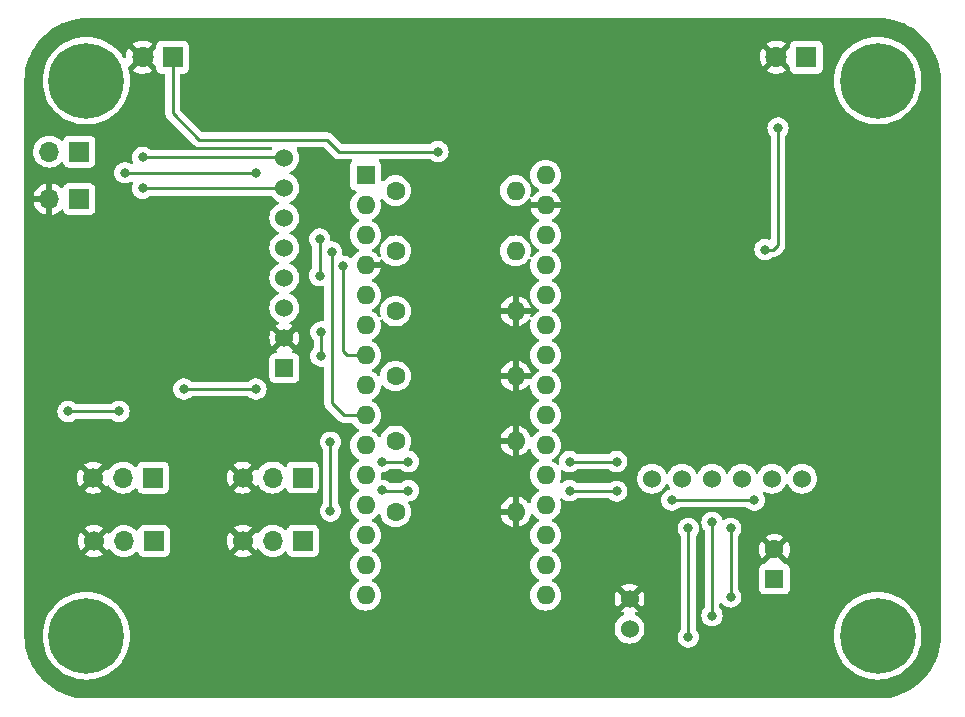
<source format=gtl>
G04 #@! TF.GenerationSoftware,KiCad,Pcbnew,(6.0.10)*
G04 #@! TF.CreationDate,2023-05-01T21:13:55-04:00*
G04 #@! TF.ProjectId,MiniCopterSchematic,4d696e69-436f-4707-9465-72536368656d,v01*
G04 #@! TF.SameCoordinates,Original*
G04 #@! TF.FileFunction,Copper,L1,Top*
G04 #@! TF.FilePolarity,Positive*
%FSLAX46Y46*%
G04 Gerber Fmt 4.6, Leading zero omitted, Abs format (unit mm)*
G04 Created by KiCad (PCBNEW (6.0.10)) date 2023-05-01 21:13:55*
%MOMM*%
%LPD*%
G01*
G04 APERTURE LIST*
G04 #@! TA.AperFunction,ComponentPad*
%ADD10C,6.400000*%
G04 #@! TD*
G04 #@! TA.AperFunction,ComponentPad*
%ADD11R,1.700000X1.700000*%
G04 #@! TD*
G04 #@! TA.AperFunction,ComponentPad*
%ADD12O,1.700000X1.700000*%
G04 #@! TD*
G04 #@! TA.AperFunction,ComponentPad*
%ADD13C,1.700000*%
G04 #@! TD*
G04 #@! TA.AperFunction,ComponentPad*
%ADD14C,1.600000*%
G04 #@! TD*
G04 #@! TA.AperFunction,ComponentPad*
%ADD15O,1.600000X1.600000*%
G04 #@! TD*
G04 #@! TA.AperFunction,ComponentPad*
%ADD16C,1.524000*%
G04 #@! TD*
G04 #@! TA.AperFunction,ComponentPad*
%ADD17R,1.600000X1.600000*%
G04 #@! TD*
G04 #@! TA.AperFunction,ComponentPad*
%ADD18R,1.800000X1.800000*%
G04 #@! TD*
G04 #@! TA.AperFunction,ComponentPad*
%ADD19C,1.800000*%
G04 #@! TD*
G04 #@! TA.AperFunction,ComponentPad*
%ADD20R,1.524000X1.524000*%
G04 #@! TD*
G04 #@! TA.AperFunction,ViaPad*
%ADD21C,0.800000*%
G04 #@! TD*
G04 #@! TA.AperFunction,ViaPad*
%ADD22C,1.000000*%
G04 #@! TD*
G04 #@! TA.AperFunction,Conductor*
%ADD23C,0.250000*%
G04 #@! TD*
G04 APERTURE END LIST*
D10*
X78740000Y-80000000D03*
D11*
X97047000Y-113596000D03*
D12*
X94507000Y-113596000D03*
D13*
X91967000Y-113596000D03*
D14*
X104920000Y-105000000D03*
D15*
X115080000Y-105000000D03*
D16*
X124727013Y-123853487D03*
X124727013Y-126393487D03*
X139332013Y-113693487D03*
X136792013Y-113693487D03*
X134252013Y-113693487D03*
X131712013Y-113693487D03*
X129172013Y-113693487D03*
X126632013Y-113693487D03*
D14*
X104920000Y-116500000D03*
D15*
X115080000Y-116500000D03*
D17*
X102385000Y-88000000D03*
D15*
X102385000Y-90540000D03*
X102385000Y-93080000D03*
X102385000Y-95620000D03*
X102385000Y-98160000D03*
X102385000Y-100700000D03*
X102385000Y-103240000D03*
X102385000Y-105780000D03*
X102385000Y-108320000D03*
X102385000Y-110860000D03*
X102385000Y-113400000D03*
X102385000Y-115940000D03*
X102385000Y-118480000D03*
X102385000Y-121020000D03*
X102385000Y-123560000D03*
X117625000Y-123560000D03*
X117625000Y-121020000D03*
X117625000Y-118480000D03*
X117625000Y-115940000D03*
X117625000Y-113400000D03*
X117625000Y-110860000D03*
X117625000Y-108320000D03*
X117625000Y-105780000D03*
X117625000Y-103240000D03*
X117625000Y-100700000D03*
X117625000Y-98160000D03*
X117625000Y-95620000D03*
X117625000Y-93080000D03*
X117625000Y-90540000D03*
X117625000Y-88000000D03*
D14*
X104920000Y-94400000D03*
D15*
X115080000Y-94400000D03*
D18*
X86040000Y-78000000D03*
D19*
X83500000Y-78000000D03*
D11*
X78140000Y-90000000D03*
D12*
X75600000Y-90000000D03*
D17*
X137000000Y-122182380D03*
D14*
X137000000Y-119682380D03*
D18*
X139700000Y-78000000D03*
D19*
X137160000Y-78000000D03*
D14*
X104920000Y-89300000D03*
D15*
X115080000Y-89300000D03*
D10*
X145740000Y-80000000D03*
X145740000Y-127000000D03*
D11*
X78140000Y-86000000D03*
D12*
X75600000Y-86000000D03*
D11*
X84455000Y-118975000D03*
D12*
X81915000Y-118975000D03*
D13*
X79375000Y-118975000D03*
D11*
X97070000Y-118950000D03*
D12*
X94530000Y-118950000D03*
D13*
X91990000Y-118950000D03*
D10*
X78740000Y-127000000D03*
D14*
X104920000Y-99500000D03*
D15*
X115080000Y-99500000D03*
D14*
X104920000Y-110500000D03*
D15*
X115080000Y-110500000D03*
D20*
X95505290Y-104315290D03*
D16*
X95505290Y-101775290D03*
X95505290Y-99235290D03*
X95505290Y-96695290D03*
X95505290Y-94155290D03*
X95505290Y-91615290D03*
X95505290Y-89075290D03*
X95505290Y-86535290D03*
D11*
X84400000Y-113600000D03*
D12*
X81860000Y-113600000D03*
D13*
X79320000Y-113600000D03*
D21*
X83500000Y-89100000D03*
X83500000Y-86500000D03*
D22*
X130500000Y-83500000D03*
D21*
X98500000Y-93400000D03*
X93100000Y-87800000D03*
X82000000Y-87800000D03*
X98500000Y-96500000D03*
X87000000Y-106100000D03*
X77200000Y-108000000D03*
X93100000Y-106100000D03*
X81500000Y-108000000D03*
X98600000Y-101275500D03*
X98600000Y-103300000D03*
X100500000Y-95700000D03*
X99400000Y-110600000D03*
X99400000Y-116424500D03*
X99500000Y-94500000D03*
X103750000Y-112250000D03*
X123650000Y-112250000D03*
X106000000Y-112250000D03*
X119650000Y-112250000D03*
X135300000Y-115500000D03*
X106000000Y-114700000D03*
X123650000Y-114750000D03*
X119650000Y-114700000D03*
X103770023Y-114670023D03*
X128300000Y-115500000D03*
X131712013Y-125287987D03*
X131712013Y-117387987D03*
X129700049Y-127099951D03*
X129700000Y-117900000D03*
X133300000Y-117900000D03*
X133300000Y-123700000D03*
X136200000Y-94300000D03*
X137300000Y-84000000D03*
X108500000Y-86000000D03*
D23*
X95480580Y-89100000D02*
X95505290Y-89075290D01*
X83500000Y-89100000D02*
X95480580Y-89100000D01*
X95470000Y-86500000D02*
X83500000Y-86500000D01*
X95505290Y-86535290D02*
X95470000Y-86500000D01*
X93100000Y-87800000D02*
X82000000Y-87800000D01*
X98500000Y-93400000D02*
X98500000Y-96500000D01*
X81500000Y-108000000D02*
X77200000Y-108000000D01*
X87000000Y-106100000D02*
X93100000Y-106100000D01*
X98600000Y-101275500D02*
X98600000Y-103300000D01*
X100840000Y-103240000D02*
X102385000Y-103240000D01*
X100500000Y-95700000D02*
X100500000Y-102900000D01*
X100500000Y-102900000D02*
X100840000Y-103240000D01*
X99400000Y-116424500D02*
X99400000Y-110600000D01*
X102385000Y-108320000D02*
X100520000Y-108320000D01*
X100520000Y-108320000D02*
X99500000Y-107300000D01*
X99500000Y-107300000D02*
X99500000Y-94500000D01*
X123650000Y-112250000D02*
X119650000Y-112250000D01*
X106000000Y-112250000D02*
X103750000Y-112250000D01*
X123650000Y-114750000D02*
X123600000Y-114700000D01*
X123600000Y-114700000D02*
X119650000Y-114700000D01*
X103800000Y-114700000D02*
X106000000Y-114700000D01*
X103770023Y-114670023D02*
X103800000Y-114700000D01*
X128300000Y-115500000D02*
X135300000Y-115500000D01*
X131712013Y-125287987D02*
X131712013Y-117387987D01*
X129700000Y-127099902D02*
X129700000Y-117900000D01*
X129700049Y-127099951D02*
X129700000Y-127099902D01*
X133300000Y-123700000D02*
X133300000Y-117900000D01*
X137300000Y-93900000D02*
X137300000Y-84000000D01*
X136900000Y-94300000D02*
X137300000Y-93900000D01*
X136200000Y-94300000D02*
X136900000Y-94300000D01*
X88300000Y-85000000D02*
X99100000Y-85000000D01*
X100100000Y-86000000D02*
X108500000Y-86000000D01*
X86040000Y-78000000D02*
X86040000Y-82740000D01*
X86040000Y-82740000D02*
X88300000Y-85000000D01*
X99100000Y-85000000D02*
X100100000Y-86000000D01*
G04 #@! TA.AperFunction,Conductor*
G36*
X145770489Y-74701976D02*
G01*
X145785093Y-74704250D01*
X145785095Y-74704250D01*
X145793823Y-74705609D01*
X145814427Y-74702915D01*
X145835627Y-74701974D01*
X146232500Y-74718388D01*
X146242714Y-74719234D01*
X146667181Y-74772144D01*
X146677290Y-74773831D01*
X147095932Y-74861611D01*
X147105867Y-74864127D01*
X147515834Y-74986180D01*
X147525528Y-74989508D01*
X147924011Y-75144996D01*
X147933392Y-75149111D01*
X148317670Y-75336974D01*
X148326683Y-75341851D01*
X148694150Y-75560813D01*
X148702729Y-75566419D01*
X149050850Y-75814973D01*
X149058931Y-75821263D01*
X149385347Y-76097723D01*
X149392887Y-76104664D01*
X149695336Y-76407113D01*
X149702277Y-76414653D01*
X149978737Y-76741069D01*
X149985027Y-76749150D01*
X150158005Y-76991420D01*
X150233581Y-77097270D01*
X150239187Y-77105850D01*
X150458149Y-77473317D01*
X150463026Y-77482330D01*
X150650889Y-77866608D01*
X150655004Y-77875989D01*
X150761963Y-78150104D01*
X150810492Y-78274473D01*
X150813820Y-78284166D01*
X150935873Y-78694133D01*
X150938389Y-78704068D01*
X151026169Y-79122710D01*
X151027856Y-79132819D01*
X151080766Y-79557286D01*
X151081612Y-79567500D01*
X151097723Y-79957023D01*
X151096352Y-79981227D01*
X151095750Y-79985091D01*
X151095750Y-79985095D01*
X151094391Y-79993823D01*
X151095537Y-80002585D01*
X151098453Y-80024886D01*
X151099500Y-80040964D01*
X151099500Y-126951413D01*
X151098024Y-126970489D01*
X151094391Y-126993823D01*
X151096189Y-127007573D01*
X151097085Y-127014427D01*
X151098026Y-127035627D01*
X151081612Y-127432500D01*
X151080766Y-127442714D01*
X151027856Y-127867181D01*
X151026169Y-127877290D01*
X150938389Y-128295932D01*
X150935873Y-128305867D01*
X150813820Y-128715834D01*
X150810492Y-128725527D01*
X150760835Y-128852789D01*
X150655006Y-129124006D01*
X150650889Y-129133392D01*
X150463026Y-129517670D01*
X150458149Y-129526683D01*
X150239187Y-129894150D01*
X150233581Y-129902729D01*
X150014819Y-130209125D01*
X149985032Y-130250844D01*
X149978737Y-130258931D01*
X149702277Y-130585347D01*
X149695336Y-130592887D01*
X149392887Y-130895336D01*
X149385347Y-130902277D01*
X149058931Y-131178737D01*
X149050850Y-131185027D01*
X148702730Y-131433581D01*
X148694150Y-131439187D01*
X148326683Y-131658149D01*
X148317670Y-131663026D01*
X147933392Y-131850889D01*
X147924011Y-131855004D01*
X147733411Y-131929376D01*
X147525527Y-132010492D01*
X147515834Y-132013820D01*
X147105867Y-132135873D01*
X147095932Y-132138389D01*
X146677290Y-132226169D01*
X146667181Y-132227856D01*
X146242714Y-132280766D01*
X146232500Y-132281612D01*
X146124188Y-132286092D01*
X145842973Y-132297723D01*
X145818773Y-132296352D01*
X145814909Y-132295750D01*
X145814905Y-132295750D01*
X145806177Y-132294391D01*
X145776850Y-132298226D01*
X145775114Y-132298453D01*
X145759036Y-132299500D01*
X78848587Y-132299500D01*
X78829511Y-132298024D01*
X78814907Y-132295750D01*
X78814905Y-132295750D01*
X78806177Y-132294391D01*
X78785733Y-132297064D01*
X78785573Y-132297085D01*
X78764373Y-132298026D01*
X78367500Y-132281612D01*
X78357286Y-132280766D01*
X77932819Y-132227856D01*
X77922710Y-132226169D01*
X77504068Y-132138389D01*
X77494133Y-132135873D01*
X77084166Y-132013820D01*
X77074473Y-132010492D01*
X76866589Y-131929376D01*
X76675989Y-131855004D01*
X76666608Y-131850889D01*
X76282330Y-131663026D01*
X76273317Y-131658149D01*
X75905850Y-131439187D01*
X75897270Y-131433581D01*
X75549150Y-131185027D01*
X75541069Y-131178737D01*
X75214653Y-130902277D01*
X75207113Y-130895336D01*
X74904664Y-130592887D01*
X74897723Y-130585347D01*
X74621263Y-130258931D01*
X74614968Y-130250844D01*
X74585182Y-130209125D01*
X74366419Y-129902729D01*
X74360813Y-129894150D01*
X74141851Y-129526683D01*
X74136974Y-129517670D01*
X73949111Y-129133392D01*
X73944994Y-129124006D01*
X73839166Y-128852789D01*
X73789508Y-128725527D01*
X73786180Y-128715834D01*
X73664127Y-128305867D01*
X73661611Y-128295932D01*
X73573831Y-127877290D01*
X73572144Y-127867181D01*
X73519234Y-127442714D01*
X73518388Y-127432500D01*
X73502431Y-127046687D01*
X73504044Y-127020989D01*
X73504702Y-127017078D01*
X73504703Y-127017068D01*
X73505496Y-127012354D01*
X73505647Y-127000000D01*
X75034422Y-127000000D01*
X75034592Y-127003244D01*
X75053315Y-127360484D01*
X75054722Y-127387338D01*
X75115398Y-127770433D01*
X75215786Y-128145087D01*
X75216944Y-128148103D01*
X75216946Y-128148110D01*
X75353622Y-128504163D01*
X75353626Y-128504171D01*
X75354786Y-128507194D01*
X75530875Y-128852789D01*
X75532646Y-128855516D01*
X75713101Y-129133392D01*
X75742124Y-129178084D01*
X75744164Y-129180604D01*
X75744169Y-129180610D01*
X75843637Y-129303442D01*
X75986219Y-129479516D01*
X76260484Y-129753781D01*
X76263001Y-129755819D01*
X76263003Y-129755821D01*
X76559390Y-129995831D01*
X76559396Y-129995836D01*
X76561916Y-129997876D01*
X76564639Y-129999644D01*
X76564644Y-129999648D01*
X76799947Y-130152455D01*
X76887211Y-130209125D01*
X77232806Y-130385214D01*
X77235829Y-130386374D01*
X77235837Y-130386378D01*
X77591890Y-130523054D01*
X77591897Y-130523056D01*
X77594913Y-130524214D01*
X77969567Y-130624602D01*
X78352662Y-130685278D01*
X78355894Y-130685447D01*
X78355900Y-130685448D01*
X78736756Y-130705408D01*
X78740000Y-130705578D01*
X78743244Y-130705408D01*
X79124100Y-130685448D01*
X79124106Y-130685447D01*
X79127338Y-130685278D01*
X79510433Y-130624602D01*
X79885087Y-130524214D01*
X79888103Y-130523056D01*
X79888110Y-130523054D01*
X80244163Y-130386378D01*
X80244171Y-130386374D01*
X80247194Y-130385214D01*
X80592789Y-130209125D01*
X80680053Y-130152455D01*
X80915356Y-129999648D01*
X80915361Y-129999644D01*
X80918084Y-129997876D01*
X80920604Y-129995836D01*
X80920610Y-129995831D01*
X81216997Y-129755821D01*
X81216999Y-129755819D01*
X81219516Y-129753781D01*
X81493781Y-129479516D01*
X81636363Y-129303442D01*
X81735831Y-129180610D01*
X81735836Y-129180604D01*
X81737876Y-129178084D01*
X81766900Y-129133392D01*
X81947354Y-128855516D01*
X81949125Y-128852789D01*
X82125214Y-128507194D01*
X82126374Y-128504171D01*
X82126378Y-128504163D01*
X82263054Y-128148110D01*
X82263056Y-128148103D01*
X82264214Y-128145087D01*
X82364602Y-127770433D01*
X82425278Y-127387338D01*
X82426686Y-127360484D01*
X82445408Y-127003244D01*
X82445578Y-127000000D01*
X82425278Y-126612662D01*
X82390564Y-126393487D01*
X123459690Y-126393487D01*
X123478943Y-126613555D01*
X123480345Y-126618787D01*
X123512247Y-126737845D01*
X123536119Y-126826937D01*
X123629479Y-127027148D01*
X123632586Y-127031585D01*
X123632587Y-127031587D01*
X123753081Y-127203672D01*
X123753085Y-127203676D01*
X123756187Y-127208107D01*
X123912393Y-127364313D01*
X123916824Y-127367415D01*
X123916828Y-127367419D01*
X123945276Y-127387338D01*
X124093351Y-127491021D01*
X124098256Y-127493308D01*
X124098259Y-127493310D01*
X124288660Y-127582095D01*
X124288663Y-127582096D01*
X124293563Y-127584381D01*
X124506945Y-127641557D01*
X124727013Y-127660810D01*
X124947081Y-127641557D01*
X125160463Y-127584381D01*
X125165363Y-127582096D01*
X125165366Y-127582095D01*
X125355767Y-127493310D01*
X125355770Y-127493308D01*
X125360675Y-127491021D01*
X125508750Y-127387338D01*
X125537198Y-127367419D01*
X125537202Y-127367415D01*
X125541633Y-127364313D01*
X125697839Y-127208107D01*
X125700941Y-127203676D01*
X125700945Y-127203672D01*
X125821439Y-127031587D01*
X125821440Y-127031585D01*
X125824547Y-127027148D01*
X125917907Y-126826937D01*
X125941780Y-126737845D01*
X125973681Y-126618787D01*
X125975083Y-126613555D01*
X125994336Y-126393487D01*
X125975083Y-126173419D01*
X125917907Y-125960037D01*
X125824547Y-125759826D01*
X125755977Y-125661897D01*
X125700945Y-125583302D01*
X125700941Y-125583298D01*
X125697839Y-125578867D01*
X125541633Y-125422661D01*
X125537202Y-125419559D01*
X125537198Y-125419555D01*
X125421400Y-125338473D01*
X125360675Y-125295953D01*
X125355770Y-125293666D01*
X125355767Y-125293664D01*
X125231232Y-125235593D01*
X125178792Y-125189421D01*
X125159640Y-125122227D01*
X125179856Y-125055346D01*
X125231231Y-125010829D01*
X125355520Y-124952872D01*
X125364858Y-124947481D01*
X125410596Y-124915455D01*
X125418839Y-124905144D01*
X125411883Y-124891911D01*
X124739620Y-124219647D01*
X124725900Y-124212155D01*
X124724095Y-124212284D01*
X124717586Y-124216467D01*
X124041432Y-124892622D01*
X124035106Y-124904208D01*
X124044253Y-124916032D01*
X124089168Y-124947481D01*
X124098506Y-124952872D01*
X124222795Y-125010829D01*
X124275234Y-125057001D01*
X124294386Y-125124195D01*
X124274170Y-125191076D01*
X124222794Y-125235593D01*
X124110435Y-125287987D01*
X124093352Y-125295953D01*
X124088918Y-125299058D01*
X124088913Y-125299061D01*
X123916828Y-125419555D01*
X123916824Y-125419559D01*
X123912393Y-125422661D01*
X123756187Y-125578867D01*
X123753085Y-125583298D01*
X123753081Y-125583302D01*
X123698049Y-125661897D01*
X123629479Y-125759826D01*
X123536119Y-125960037D01*
X123478943Y-126173419D01*
X123459690Y-126393487D01*
X82390564Y-126393487D01*
X82364602Y-126229567D01*
X82264214Y-125854913D01*
X82263054Y-125851890D01*
X82126378Y-125495837D01*
X82126374Y-125495829D01*
X82125214Y-125492806D01*
X81949125Y-125147211D01*
X81783793Y-124892622D01*
X81739648Y-124824644D01*
X81739644Y-124824639D01*
X81737876Y-124821916D01*
X81735836Y-124819396D01*
X81735831Y-124819390D01*
X81495821Y-124523003D01*
X81495819Y-124523001D01*
X81493781Y-124520484D01*
X81219516Y-124246219D01*
X81202224Y-124232216D01*
X80920610Y-124004169D01*
X80920604Y-124004164D01*
X80918084Y-124002124D01*
X80915361Y-124000356D01*
X80915356Y-124000352D01*
X80595516Y-123792646D01*
X80592789Y-123790875D01*
X80247194Y-123614786D01*
X80244171Y-123613626D01*
X80244163Y-123613622D01*
X79888110Y-123476946D01*
X79888103Y-123476944D01*
X79885087Y-123475786D01*
X79510433Y-123375398D01*
X79127338Y-123314722D01*
X79124106Y-123314553D01*
X79124100Y-123314552D01*
X78743244Y-123294592D01*
X78740000Y-123294422D01*
X78736756Y-123294592D01*
X78355900Y-123314552D01*
X78355894Y-123314553D01*
X78352662Y-123314722D01*
X77969567Y-123375398D01*
X77594913Y-123475786D01*
X77591897Y-123476944D01*
X77591890Y-123476946D01*
X77235837Y-123613622D01*
X77235829Y-123613626D01*
X77232806Y-123614786D01*
X76887211Y-123790875D01*
X76884484Y-123792646D01*
X76564644Y-124000352D01*
X76564639Y-124000356D01*
X76561916Y-124002124D01*
X76559396Y-124004164D01*
X76559390Y-124004169D01*
X76277776Y-124232216D01*
X76260484Y-124246219D01*
X75986219Y-124520484D01*
X75984181Y-124523001D01*
X75984179Y-124523003D01*
X75744169Y-124819390D01*
X75744164Y-124819396D01*
X75742124Y-124821916D01*
X75740356Y-124824639D01*
X75740352Y-124824644D01*
X75696207Y-124892622D01*
X75530875Y-125147211D01*
X75354786Y-125492806D01*
X75353626Y-125495829D01*
X75353622Y-125495837D01*
X75216946Y-125851890D01*
X75215786Y-125854913D01*
X75115398Y-126229567D01*
X75054722Y-126612662D01*
X75034422Y-127000000D01*
X73505647Y-127000000D01*
X73504763Y-126993823D01*
X73501752Y-126972802D01*
X73500500Y-126955223D01*
X73500500Y-120088905D01*
X78619907Y-120088905D01*
X78629055Y-120100729D01*
X78692983Y-120145493D01*
X78702329Y-120150889D01*
X78906603Y-120246143D01*
X78916736Y-120249832D01*
X79134447Y-120308167D01*
X79145078Y-120310041D01*
X79369605Y-120329685D01*
X79380395Y-120329685D01*
X79604922Y-120310041D01*
X79615553Y-120308167D01*
X79833264Y-120249832D01*
X79843397Y-120246143D01*
X80047671Y-120150889D01*
X80057017Y-120145493D01*
X80121768Y-120100152D01*
X80130011Y-120089841D01*
X80123055Y-120076608D01*
X79387607Y-119341160D01*
X79373887Y-119333668D01*
X79372081Y-119333797D01*
X79365574Y-119337979D01*
X78626234Y-120077319D01*
X78619907Y-120088905D01*
X73500500Y-120088905D01*
X73500500Y-118980395D01*
X78020315Y-118980395D01*
X78039959Y-119204922D01*
X78041833Y-119215553D01*
X78100168Y-119433264D01*
X78103857Y-119443397D01*
X78199114Y-119647675D01*
X78204502Y-119657008D01*
X78249850Y-119721771D01*
X78260158Y-119730011D01*
X78273392Y-119723055D01*
X79008840Y-118987607D01*
X79015116Y-118976113D01*
X79733668Y-118976113D01*
X79733797Y-118977919D01*
X79737979Y-118984426D01*
X80477319Y-119723766D01*
X80488905Y-119730093D01*
X80500730Y-119720945D01*
X80543120Y-119660405D01*
X80597697Y-119616780D01*
X80667195Y-119609586D01*
X80729550Y-119641109D01*
X80746269Y-119660403D01*
X80778713Y-119706739D01*
X80873399Y-119841966D01*
X80873403Y-119841970D01*
X80876505Y-119846401D01*
X81043599Y-120013495D01*
X81237170Y-120149035D01*
X81451337Y-120248903D01*
X81504807Y-120263230D01*
X81674366Y-120308663D01*
X81674369Y-120308664D01*
X81679592Y-120310063D01*
X81684979Y-120310534D01*
X81684983Y-120310535D01*
X81909605Y-120330187D01*
X81915000Y-120330659D01*
X81920395Y-120330187D01*
X82145017Y-120310535D01*
X82145021Y-120310534D01*
X82150408Y-120310063D01*
X82155631Y-120308664D01*
X82155634Y-120308663D01*
X82325193Y-120263230D01*
X82378663Y-120248903D01*
X82592830Y-120149035D01*
X82786401Y-120013495D01*
X82908207Y-119891689D01*
X82969530Y-119858204D01*
X83039222Y-119863188D01*
X83095155Y-119905060D01*
X83111998Y-119935844D01*
X83155662Y-120052319D01*
X83161474Y-120067824D01*
X83166769Y-120074889D01*
X83166770Y-120074891D01*
X83205315Y-120126321D01*
X83247454Y-120182546D01*
X83254519Y-120187841D01*
X83355109Y-120263230D01*
X83355111Y-120263231D01*
X83362176Y-120268526D01*
X83496420Y-120318851D01*
X83557623Y-120325500D01*
X84454866Y-120325500D01*
X85352376Y-120325499D01*
X85413580Y-120318851D01*
X85547824Y-120268526D01*
X85554889Y-120263231D01*
X85554891Y-120263230D01*
X85655481Y-120187841D01*
X85662546Y-120182546D01*
X85704685Y-120126321D01*
X85743230Y-120074891D01*
X85743231Y-120074889D01*
X85748526Y-120067824D01*
X85749995Y-120063905D01*
X91234907Y-120063905D01*
X91244055Y-120075729D01*
X91307983Y-120120493D01*
X91317329Y-120125889D01*
X91521603Y-120221143D01*
X91531736Y-120224832D01*
X91749447Y-120283167D01*
X91760078Y-120285041D01*
X91984605Y-120304685D01*
X91995395Y-120304685D01*
X92219922Y-120285041D01*
X92230553Y-120283167D01*
X92448264Y-120224832D01*
X92458397Y-120221143D01*
X92662671Y-120125889D01*
X92672017Y-120120493D01*
X92736768Y-120075152D01*
X92745011Y-120064841D01*
X92738055Y-120051608D01*
X92002607Y-119316160D01*
X91988887Y-119308668D01*
X91987081Y-119308797D01*
X91980574Y-119312979D01*
X91241234Y-120052319D01*
X91234907Y-120063905D01*
X85749995Y-120063905D01*
X85754339Y-120052319D01*
X85770329Y-120009664D01*
X85798851Y-119933580D01*
X85805500Y-119872377D01*
X85805499Y-118955395D01*
X90635315Y-118955395D01*
X90654959Y-119179922D01*
X90656833Y-119190553D01*
X90715168Y-119408264D01*
X90718857Y-119418397D01*
X90814114Y-119622675D01*
X90819502Y-119632008D01*
X90864850Y-119696771D01*
X90875158Y-119705011D01*
X90888392Y-119698055D01*
X91623840Y-118962607D01*
X91630116Y-118951113D01*
X92348668Y-118951113D01*
X92348797Y-118952919D01*
X92352979Y-118959426D01*
X93092319Y-119698766D01*
X93103905Y-119705093D01*
X93115730Y-119695945D01*
X93158120Y-119635405D01*
X93212697Y-119591780D01*
X93282195Y-119584586D01*
X93344550Y-119616109D01*
X93361269Y-119635403D01*
X93365264Y-119641109D01*
X93488399Y-119816966D01*
X93488403Y-119816970D01*
X93491505Y-119821401D01*
X93658599Y-119988495D01*
X93852170Y-120124035D01*
X94066337Y-120223903D01*
X94119807Y-120238230D01*
X94289366Y-120283663D01*
X94289369Y-120283664D01*
X94294592Y-120285063D01*
X94299979Y-120285534D01*
X94299983Y-120285535D01*
X94524605Y-120305187D01*
X94530000Y-120305659D01*
X94535395Y-120305187D01*
X94760017Y-120285535D01*
X94760021Y-120285534D01*
X94765408Y-120285063D01*
X94770631Y-120283664D01*
X94770634Y-120283663D01*
X94940193Y-120238230D01*
X94993663Y-120223903D01*
X95207830Y-120124035D01*
X95401401Y-119988495D01*
X95523207Y-119866689D01*
X95584530Y-119833204D01*
X95654222Y-119838188D01*
X95710155Y-119880060D01*
X95726998Y-119910844D01*
X95769336Y-120023782D01*
X95776474Y-120042824D01*
X95781769Y-120049889D01*
X95781770Y-120049891D01*
X95853421Y-120145493D01*
X95862454Y-120157546D01*
X95869519Y-120162841D01*
X95970109Y-120238230D01*
X95970111Y-120238231D01*
X95977176Y-120243526D01*
X95985444Y-120246626D01*
X95985445Y-120246626D01*
X95995259Y-120250305D01*
X96111420Y-120293851D01*
X96172623Y-120300500D01*
X97069866Y-120300500D01*
X97967376Y-120300499D01*
X98028580Y-120293851D01*
X98144741Y-120250305D01*
X98154555Y-120246626D01*
X98154556Y-120246626D01*
X98162824Y-120243526D01*
X98169889Y-120238231D01*
X98169891Y-120238230D01*
X98270481Y-120162841D01*
X98277546Y-120157546D01*
X98286579Y-120145493D01*
X98358230Y-120049891D01*
X98358231Y-120049889D01*
X98363526Y-120042824D01*
X98370665Y-120023782D01*
X98411123Y-119915856D01*
X98413851Y-119908580D01*
X98420500Y-119847377D01*
X98420499Y-118052624D01*
X98413851Y-117991420D01*
X98369605Y-117873392D01*
X98366626Y-117865445D01*
X98366626Y-117865444D01*
X98363526Y-117857176D01*
X98358036Y-117849850D01*
X98282841Y-117749519D01*
X98277546Y-117742454D01*
X98256578Y-117726739D01*
X98169891Y-117661770D01*
X98169889Y-117661769D01*
X98162824Y-117656474D01*
X98028580Y-117606149D01*
X97967377Y-117599500D01*
X97070134Y-117599500D01*
X96172624Y-117599501D01*
X96111420Y-117606149D01*
X95977176Y-117656474D01*
X95970111Y-117661769D01*
X95970109Y-117661770D01*
X95883422Y-117726739D01*
X95862454Y-117742454D01*
X95857159Y-117749519D01*
X95781965Y-117849850D01*
X95776474Y-117857176D01*
X95773374Y-117865445D01*
X95773373Y-117865447D01*
X95757272Y-117908399D01*
X95728876Y-117984147D01*
X95726998Y-117989156D01*
X95685034Y-118045020D01*
X95619529Y-118069329D01*
X95551281Y-118054363D01*
X95523207Y-118033311D01*
X95401401Y-117911505D01*
X95207830Y-117775965D01*
X94993663Y-117676097D01*
X94878711Y-117645296D01*
X94770634Y-117616337D01*
X94770631Y-117616336D01*
X94765408Y-117614937D01*
X94760021Y-117614466D01*
X94760017Y-117614465D01*
X94535395Y-117594813D01*
X94530000Y-117594341D01*
X94524605Y-117594813D01*
X94299983Y-117614465D01*
X94299979Y-117614466D01*
X94294592Y-117614937D01*
X94289369Y-117616336D01*
X94289366Y-117616337D01*
X94181289Y-117645296D01*
X94066337Y-117676097D01*
X94061433Y-117678384D01*
X94061427Y-117678386D01*
X93884173Y-117761042D01*
X93852171Y-117775965D01*
X93847734Y-117779072D01*
X93847732Y-117779073D01*
X93663034Y-117908399D01*
X93663033Y-117908400D01*
X93658599Y-117911505D01*
X93491505Y-118078599D01*
X93488403Y-118083030D01*
X93488399Y-118083034D01*
X93470894Y-118108034D01*
X93387633Y-118226945D01*
X93361270Y-118264595D01*
X93306693Y-118308220D01*
X93237195Y-118315414D01*
X93174840Y-118283891D01*
X93158120Y-118264595D01*
X93115152Y-118203230D01*
X93104842Y-118194989D01*
X93091608Y-118201945D01*
X92356160Y-118937393D01*
X92348668Y-118951113D01*
X91630116Y-118951113D01*
X91631332Y-118948887D01*
X91631203Y-118947081D01*
X91627021Y-118940574D01*
X90887681Y-118201234D01*
X90876095Y-118194907D01*
X90864272Y-118204054D01*
X90819502Y-118267992D01*
X90814114Y-118277325D01*
X90718857Y-118481603D01*
X90715168Y-118491736D01*
X90656833Y-118709447D01*
X90654959Y-118720078D01*
X90635315Y-118944605D01*
X90635315Y-118955395D01*
X85805499Y-118955395D01*
X85805499Y-118077624D01*
X85798851Y-118016420D01*
X85748526Y-117882176D01*
X85735989Y-117865447D01*
X85713288Y-117835158D01*
X91234989Y-117835158D01*
X91241945Y-117848392D01*
X91977393Y-118583840D01*
X91991113Y-118591332D01*
X91992919Y-118591203D01*
X91999426Y-118587021D01*
X92738766Y-117847681D01*
X92745093Y-117836095D01*
X92735945Y-117824271D01*
X92672017Y-117779507D01*
X92662671Y-117774111D01*
X92458397Y-117678857D01*
X92448264Y-117675168D01*
X92230553Y-117616833D01*
X92219922Y-117614959D01*
X91995395Y-117595315D01*
X91984605Y-117595315D01*
X91760078Y-117614959D01*
X91749447Y-117616833D01*
X91531736Y-117675168D01*
X91521603Y-117678857D01*
X91317325Y-117774114D01*
X91307992Y-117779502D01*
X91243229Y-117824850D01*
X91234989Y-117835158D01*
X85713288Y-117835158D01*
X85667841Y-117774519D01*
X85662546Y-117767454D01*
X85647625Y-117756271D01*
X85554891Y-117686770D01*
X85554889Y-117686769D01*
X85547824Y-117681474D01*
X85531003Y-117675168D01*
X85472866Y-117653374D01*
X85413580Y-117631149D01*
X85352377Y-117624500D01*
X84455134Y-117624500D01*
X83557624Y-117624501D01*
X83496420Y-117631149D01*
X83395856Y-117668848D01*
X83378998Y-117675168D01*
X83362176Y-117681474D01*
X83355111Y-117686769D01*
X83355109Y-117686770D01*
X83262375Y-117756271D01*
X83247454Y-117767454D01*
X83242159Y-117774519D01*
X83174012Y-117865447D01*
X83161474Y-117882176D01*
X83158374Y-117890445D01*
X83158373Y-117890447D01*
X83142272Y-117933399D01*
X83113876Y-118009147D01*
X83111998Y-118014156D01*
X83070034Y-118070020D01*
X83004529Y-118094329D01*
X82936281Y-118079363D01*
X82908207Y-118058311D01*
X82786401Y-117936505D01*
X82592830Y-117800965D01*
X82378663Y-117701097D01*
X82285361Y-117676097D01*
X82155634Y-117641337D01*
X82155631Y-117641336D01*
X82150408Y-117639937D01*
X82145021Y-117639466D01*
X82145017Y-117639465D01*
X81920395Y-117619813D01*
X81915000Y-117619341D01*
X81909605Y-117619813D01*
X81684983Y-117639465D01*
X81684979Y-117639466D01*
X81679592Y-117639937D01*
X81674369Y-117641336D01*
X81674366Y-117641337D01*
X81544639Y-117676097D01*
X81451337Y-117701097D01*
X81446433Y-117703384D01*
X81446427Y-117703386D01*
X81294444Y-117774258D01*
X81237171Y-117800965D01*
X81232734Y-117804072D01*
X81232732Y-117804073D01*
X81048034Y-117933399D01*
X81048033Y-117933400D01*
X81043599Y-117936505D01*
X80876505Y-118103599D01*
X80873403Y-118108030D01*
X80873399Y-118108034D01*
X80807643Y-118201945D01*
X80757253Y-118273910D01*
X80746270Y-118289595D01*
X80691693Y-118333220D01*
X80622195Y-118340414D01*
X80559840Y-118308891D01*
X80543120Y-118289595D01*
X80500152Y-118228230D01*
X80489842Y-118219989D01*
X80476608Y-118226945D01*
X79741160Y-118962393D01*
X79733668Y-118976113D01*
X79015116Y-118976113D01*
X79016332Y-118973887D01*
X79016203Y-118972081D01*
X79012021Y-118965574D01*
X78272681Y-118226234D01*
X78261095Y-118219907D01*
X78249272Y-118229054D01*
X78204502Y-118292992D01*
X78199114Y-118302325D01*
X78103857Y-118506603D01*
X78100168Y-118516736D01*
X78041833Y-118734447D01*
X78039959Y-118745078D01*
X78020315Y-118969605D01*
X78020315Y-118980395D01*
X73500500Y-118980395D01*
X73500500Y-117860158D01*
X78619989Y-117860158D01*
X78626945Y-117873392D01*
X79362393Y-118608840D01*
X79376113Y-118616332D01*
X79377919Y-118616203D01*
X79384426Y-118612021D01*
X80123766Y-117872681D01*
X80130093Y-117861095D01*
X80120945Y-117849271D01*
X80057017Y-117804507D01*
X80047671Y-117799111D01*
X79843397Y-117703857D01*
X79833264Y-117700168D01*
X79615553Y-117641833D01*
X79604922Y-117639959D01*
X79380395Y-117620315D01*
X79369605Y-117620315D01*
X79145078Y-117639959D01*
X79134447Y-117641833D01*
X78916736Y-117700168D01*
X78906603Y-117703857D01*
X78702325Y-117799114D01*
X78692992Y-117804502D01*
X78628229Y-117849850D01*
X78619989Y-117860158D01*
X73500500Y-117860158D01*
X73500500Y-116424500D01*
X98494540Y-116424500D01*
X98514326Y-116612756D01*
X98572821Y-116792784D01*
X98667467Y-116956716D01*
X98794129Y-117097388D01*
X98947270Y-117208651D01*
X98953206Y-117211294D01*
X98953208Y-117211295D01*
X98999582Y-117231942D01*
X99120197Y-117285644D01*
X99188637Y-117300191D01*
X99298991Y-117323648D01*
X99298996Y-117323648D01*
X99305354Y-117325000D01*
X99494646Y-117325000D01*
X99501004Y-117323648D01*
X99501009Y-117323648D01*
X99611363Y-117300191D01*
X99679803Y-117285644D01*
X99800418Y-117231942D01*
X99846792Y-117211295D01*
X99846794Y-117211294D01*
X99852730Y-117208651D01*
X100005871Y-117097388D01*
X100132533Y-116956716D01*
X100227179Y-116792784D01*
X100285674Y-116612756D01*
X100305460Y-116424500D01*
X100285674Y-116236244D01*
X100227179Y-116056216D01*
X100222779Y-116048594D01*
X100135781Y-115897910D01*
X100132533Y-115892284D01*
X100096421Y-115852177D01*
X100057350Y-115808785D01*
X100027120Y-115745794D01*
X100025500Y-115725813D01*
X100025500Y-111298687D01*
X100045185Y-111231648D01*
X100057350Y-111215715D01*
X100128186Y-111137044D01*
X100128187Y-111137043D01*
X100132533Y-111132216D01*
X100227179Y-110968284D01*
X100285674Y-110788256D01*
X100305460Y-110600000D01*
X100285674Y-110411744D01*
X100227179Y-110231716D01*
X100200155Y-110184908D01*
X100135781Y-110073410D01*
X100132533Y-110067784D01*
X100005871Y-109927112D01*
X99852730Y-109815849D01*
X99679803Y-109738856D01*
X99611363Y-109724309D01*
X99501009Y-109700852D01*
X99501004Y-109700852D01*
X99494646Y-109699500D01*
X99305354Y-109699500D01*
X99298996Y-109700852D01*
X99298991Y-109700852D01*
X99188637Y-109724309D01*
X99120197Y-109738856D01*
X98947270Y-109815849D01*
X98794129Y-109927112D01*
X98667467Y-110067784D01*
X98664219Y-110073410D01*
X98599846Y-110184908D01*
X98572821Y-110231716D01*
X98514326Y-110411744D01*
X98494540Y-110600000D01*
X98514326Y-110788256D01*
X98572821Y-110968284D01*
X98667467Y-111132216D01*
X98671813Y-111137043D01*
X98671814Y-111137044D01*
X98742650Y-111215715D01*
X98772880Y-111278706D01*
X98774500Y-111298687D01*
X98774500Y-115725813D01*
X98754815Y-115792852D01*
X98742650Y-115808785D01*
X98703580Y-115852177D01*
X98667467Y-115892284D01*
X98664219Y-115897910D01*
X98577222Y-116048594D01*
X98572821Y-116056216D01*
X98514326Y-116236244D01*
X98494540Y-116424500D01*
X73500500Y-116424500D01*
X73500500Y-114713905D01*
X78564907Y-114713905D01*
X78574055Y-114725729D01*
X78637983Y-114770493D01*
X78647329Y-114775889D01*
X78851603Y-114871143D01*
X78861736Y-114874832D01*
X79079447Y-114933167D01*
X79090078Y-114935041D01*
X79314605Y-114954685D01*
X79325395Y-114954685D01*
X79549922Y-114935041D01*
X79560553Y-114933167D01*
X79778264Y-114874832D01*
X79788397Y-114871143D01*
X79992671Y-114775889D01*
X80002017Y-114770493D01*
X80066768Y-114725152D01*
X80075011Y-114714841D01*
X80068055Y-114701608D01*
X79332607Y-113966160D01*
X79318887Y-113958668D01*
X79317081Y-113958797D01*
X79310574Y-113962979D01*
X78571234Y-114702319D01*
X78564907Y-114713905D01*
X73500500Y-114713905D01*
X73500500Y-113605395D01*
X77965315Y-113605395D01*
X77984959Y-113829922D01*
X77986833Y-113840553D01*
X78045168Y-114058264D01*
X78048857Y-114068397D01*
X78144114Y-114272675D01*
X78149502Y-114282008D01*
X78194850Y-114346771D01*
X78205158Y-114355011D01*
X78218392Y-114348055D01*
X78953840Y-113612607D01*
X78960116Y-113601113D01*
X79678668Y-113601113D01*
X79678797Y-113602919D01*
X79682979Y-113609426D01*
X80422319Y-114348766D01*
X80433905Y-114355093D01*
X80445730Y-114345945D01*
X80488120Y-114285405D01*
X80542697Y-114241780D01*
X80612195Y-114234586D01*
X80674550Y-114266109D01*
X80691270Y-114285405D01*
X80818399Y-114466966D01*
X80818403Y-114466970D01*
X80821505Y-114471401D01*
X80988599Y-114638495D01*
X81182170Y-114774035D01*
X81396337Y-114873903D01*
X81435442Y-114884381D01*
X81619366Y-114933663D01*
X81619369Y-114933664D01*
X81624592Y-114935063D01*
X81629979Y-114935534D01*
X81629983Y-114935535D01*
X81854605Y-114955187D01*
X81860000Y-114955659D01*
X81865395Y-114955187D01*
X82090017Y-114935535D01*
X82090021Y-114935534D01*
X82095408Y-114935063D01*
X82100631Y-114933664D01*
X82100634Y-114933663D01*
X82284558Y-114884381D01*
X82323663Y-114873903D01*
X82537830Y-114774035D01*
X82731401Y-114638495D01*
X82853207Y-114516689D01*
X82914530Y-114483204D01*
X82984222Y-114488188D01*
X83040155Y-114530060D01*
X83056997Y-114560842D01*
X83071323Y-114599056D01*
X83101875Y-114680555D01*
X83106474Y-114692824D01*
X83111769Y-114699889D01*
X83111770Y-114699891D01*
X83144484Y-114743540D01*
X83192454Y-114807546D01*
X83199519Y-114812841D01*
X83300109Y-114888230D01*
X83300111Y-114888231D01*
X83307176Y-114893526D01*
X83441420Y-114943851D01*
X83502623Y-114950500D01*
X84399866Y-114950500D01*
X85297376Y-114950499D01*
X85358580Y-114943851D01*
X85492824Y-114893526D01*
X85499889Y-114888231D01*
X85499891Y-114888230D01*
X85600481Y-114812841D01*
X85607546Y-114807546D01*
X85655516Y-114743540D01*
X85680725Y-114709905D01*
X91211907Y-114709905D01*
X91221055Y-114721729D01*
X91284983Y-114766493D01*
X91294329Y-114771889D01*
X91498603Y-114867143D01*
X91508736Y-114870832D01*
X91726447Y-114929167D01*
X91737078Y-114931041D01*
X91961605Y-114950685D01*
X91972395Y-114950685D01*
X92196922Y-114931041D01*
X92207553Y-114929167D01*
X92425264Y-114870832D01*
X92435397Y-114867143D01*
X92639671Y-114771889D01*
X92649017Y-114766493D01*
X92713768Y-114721152D01*
X92722011Y-114710841D01*
X92715055Y-114697608D01*
X91979607Y-113962160D01*
X91965887Y-113954668D01*
X91964081Y-113954797D01*
X91957574Y-113958979D01*
X91218234Y-114698319D01*
X91211907Y-114709905D01*
X85680725Y-114709905D01*
X85688230Y-114699891D01*
X85688231Y-114699889D01*
X85693526Y-114692824D01*
X85743851Y-114558580D01*
X85750500Y-114497377D01*
X85750500Y-113601395D01*
X90612315Y-113601395D01*
X90631959Y-113825922D01*
X90633833Y-113836553D01*
X90692168Y-114054264D01*
X90695857Y-114064397D01*
X90791114Y-114268675D01*
X90796502Y-114278008D01*
X90841850Y-114342771D01*
X90852158Y-114351011D01*
X90865392Y-114344055D01*
X91600840Y-113608607D01*
X91607116Y-113597113D01*
X92325668Y-113597113D01*
X92325797Y-113598919D01*
X92329979Y-113605426D01*
X93069319Y-114344766D01*
X93080905Y-114351093D01*
X93092730Y-114341945D01*
X93135120Y-114281405D01*
X93189697Y-114237780D01*
X93259195Y-114230586D01*
X93321550Y-114262109D01*
X93338270Y-114281405D01*
X93465399Y-114462966D01*
X93465403Y-114462970D01*
X93468505Y-114467401D01*
X93635599Y-114634495D01*
X93829170Y-114770035D01*
X94043337Y-114869903D01*
X94111735Y-114888230D01*
X94266366Y-114929663D01*
X94266369Y-114929664D01*
X94271592Y-114931063D01*
X94276979Y-114931534D01*
X94276983Y-114931535D01*
X94501605Y-114951187D01*
X94507000Y-114951659D01*
X94512395Y-114951187D01*
X94737017Y-114931535D01*
X94737021Y-114931534D01*
X94742408Y-114931063D01*
X94747631Y-114929664D01*
X94747634Y-114929663D01*
X94902265Y-114888230D01*
X94970663Y-114869903D01*
X95184830Y-114770035D01*
X95378401Y-114634495D01*
X95500207Y-114512689D01*
X95561530Y-114479204D01*
X95631222Y-114484188D01*
X95687155Y-114526060D01*
X95703997Y-114556842D01*
X95720496Y-114600853D01*
X95747306Y-114672370D01*
X95753474Y-114688824D01*
X95758769Y-114695889D01*
X95758770Y-114695891D01*
X95818726Y-114775889D01*
X95839454Y-114803546D01*
X95846519Y-114808841D01*
X95947109Y-114884230D01*
X95947111Y-114884231D01*
X95954176Y-114889526D01*
X95962444Y-114892626D01*
X95962445Y-114892626D01*
X95993768Y-114904368D01*
X96088420Y-114939851D01*
X96149623Y-114946500D01*
X97046866Y-114946500D01*
X97944376Y-114946499D01*
X97993860Y-114941124D01*
X97997856Y-114940690D01*
X98005580Y-114939851D01*
X98106144Y-114902152D01*
X98131555Y-114892626D01*
X98131556Y-114892626D01*
X98139824Y-114889526D01*
X98146889Y-114884231D01*
X98146891Y-114884230D01*
X98247481Y-114808841D01*
X98254546Y-114803546D01*
X98275274Y-114775889D01*
X98335230Y-114695891D01*
X98335231Y-114695889D01*
X98340526Y-114688824D01*
X98390851Y-114554580D01*
X98397500Y-114493377D01*
X98397499Y-112698624D01*
X98390851Y-112637420D01*
X98340526Y-112503176D01*
X98327725Y-112486095D01*
X98259841Y-112395519D01*
X98254546Y-112388454D01*
X98247481Y-112383159D01*
X98146891Y-112307770D01*
X98146889Y-112307769D01*
X98139824Y-112302474D01*
X98005580Y-112252149D01*
X97944377Y-112245500D01*
X97047134Y-112245500D01*
X96149624Y-112245501D01*
X96088420Y-112252149D01*
X95954176Y-112302474D01*
X95947111Y-112307769D01*
X95947109Y-112307770D01*
X95846519Y-112383159D01*
X95839454Y-112388454D01*
X95834159Y-112395519D01*
X95766276Y-112486095D01*
X95753474Y-112503176D01*
X95750374Y-112511445D01*
X95750373Y-112511447D01*
X95733107Y-112557505D01*
X95705876Y-112630147D01*
X95703998Y-112635156D01*
X95662034Y-112691020D01*
X95596529Y-112715329D01*
X95528281Y-112700363D01*
X95500207Y-112679311D01*
X95378401Y-112557505D01*
X95184830Y-112421965D01*
X94970663Y-112322097D01*
X94785712Y-112272540D01*
X94747634Y-112262337D01*
X94747631Y-112262336D01*
X94742408Y-112260937D01*
X94737021Y-112260466D01*
X94737017Y-112260465D01*
X94512395Y-112240813D01*
X94507000Y-112240341D01*
X94501605Y-112240813D01*
X94276983Y-112260465D01*
X94276979Y-112260466D01*
X94271592Y-112260937D01*
X94266369Y-112262336D01*
X94266366Y-112262337D01*
X94228288Y-112272540D01*
X94043337Y-112322097D01*
X94038433Y-112324384D01*
X94038427Y-112324386D01*
X93868164Y-112403782D01*
X93829171Y-112421965D01*
X93824734Y-112425072D01*
X93824732Y-112425073D01*
X93640034Y-112554399D01*
X93640033Y-112554400D01*
X93635599Y-112557505D01*
X93468505Y-112724599D01*
X93465403Y-112729030D01*
X93465399Y-112729034D01*
X93387066Y-112840907D01*
X93357381Y-112883302D01*
X93338270Y-112910595D01*
X93283693Y-112954220D01*
X93214195Y-112961414D01*
X93151840Y-112929891D01*
X93135120Y-112910595D01*
X93092152Y-112849230D01*
X93081842Y-112840989D01*
X93068608Y-112847945D01*
X92333160Y-113583393D01*
X92325668Y-113597113D01*
X91607116Y-113597113D01*
X91608332Y-113594887D01*
X91608203Y-113593081D01*
X91604021Y-113586574D01*
X90864681Y-112847234D01*
X90853095Y-112840907D01*
X90841272Y-112850054D01*
X90796502Y-112913992D01*
X90791114Y-112923325D01*
X90695857Y-113127603D01*
X90692168Y-113137736D01*
X90633833Y-113355447D01*
X90631959Y-113366078D01*
X90612315Y-113590605D01*
X90612315Y-113601395D01*
X85750500Y-113601395D01*
X85750499Y-112702624D01*
X85743851Y-112641420D01*
X85693526Y-112507176D01*
X85686125Y-112497300D01*
X85674027Y-112481158D01*
X91211989Y-112481158D01*
X91218945Y-112494392D01*
X91954393Y-113229840D01*
X91968113Y-113237332D01*
X91969919Y-113237203D01*
X91976426Y-113233021D01*
X92715766Y-112493681D01*
X92722093Y-112482095D01*
X92712945Y-112470271D01*
X92649017Y-112425507D01*
X92639671Y-112420111D01*
X92435397Y-112324857D01*
X92425264Y-112321168D01*
X92207553Y-112262833D01*
X92196922Y-112260959D01*
X91972395Y-112241315D01*
X91961605Y-112241315D01*
X91737078Y-112260959D01*
X91726447Y-112262833D01*
X91508736Y-112321168D01*
X91498603Y-112324857D01*
X91294325Y-112420114D01*
X91284992Y-112425502D01*
X91220229Y-112470850D01*
X91211989Y-112481158D01*
X85674027Y-112481158D01*
X85612841Y-112399519D01*
X85607546Y-112392454D01*
X85594467Y-112382652D01*
X85499891Y-112311770D01*
X85499889Y-112311769D01*
X85492824Y-112306474D01*
X85473885Y-112299374D01*
X85453232Y-112291632D01*
X85358580Y-112256149D01*
X85297377Y-112249500D01*
X84400134Y-112249500D01*
X83502624Y-112249501D01*
X83485970Y-112251310D01*
X83453131Y-112254877D01*
X83441420Y-112256149D01*
X83340856Y-112293848D01*
X83326116Y-112299374D01*
X83307176Y-112306474D01*
X83300111Y-112311769D01*
X83300109Y-112311770D01*
X83205533Y-112382652D01*
X83192454Y-112392454D01*
X83187159Y-112399519D01*
X83113876Y-112497300D01*
X83106474Y-112507176D01*
X83058876Y-112634147D01*
X83056998Y-112639156D01*
X83015034Y-112695020D01*
X82949529Y-112719329D01*
X82881281Y-112704363D01*
X82853207Y-112683311D01*
X82731401Y-112561505D01*
X82537830Y-112425965D01*
X82323663Y-112326097D01*
X82223930Y-112299374D01*
X82100634Y-112266337D01*
X82100631Y-112266336D01*
X82095408Y-112264937D01*
X82090021Y-112264466D01*
X82090017Y-112264465D01*
X81865395Y-112244813D01*
X81860000Y-112244341D01*
X81854605Y-112244813D01*
X81629983Y-112264465D01*
X81629979Y-112264466D01*
X81624592Y-112264937D01*
X81619369Y-112266336D01*
X81619366Y-112266337D01*
X81496070Y-112299374D01*
X81396337Y-112326097D01*
X81391433Y-112328384D01*
X81391427Y-112328386D01*
X81275055Y-112382652D01*
X81182171Y-112425965D01*
X81177734Y-112429072D01*
X81177732Y-112429073D01*
X80993034Y-112558399D01*
X80993033Y-112558400D01*
X80988599Y-112561505D01*
X80821505Y-112728599D01*
X80818403Y-112733030D01*
X80818399Y-112733034D01*
X80691270Y-112914595D01*
X80636693Y-112958220D01*
X80567195Y-112965414D01*
X80504840Y-112933891D01*
X80488120Y-112914595D01*
X80445152Y-112853230D01*
X80434842Y-112844989D01*
X80421608Y-112851945D01*
X79686160Y-113587393D01*
X79678668Y-113601113D01*
X78960116Y-113601113D01*
X78961332Y-113598887D01*
X78961203Y-113597081D01*
X78957021Y-113590574D01*
X78217681Y-112851234D01*
X78206095Y-112844907D01*
X78194272Y-112854054D01*
X78149502Y-112917992D01*
X78144114Y-112927325D01*
X78048857Y-113131603D01*
X78045168Y-113141736D01*
X77986833Y-113359447D01*
X77984959Y-113370078D01*
X77965315Y-113594605D01*
X77965315Y-113605395D01*
X73500500Y-113605395D01*
X73500500Y-112485158D01*
X78564989Y-112485158D01*
X78571945Y-112498392D01*
X79307393Y-113233840D01*
X79321113Y-113241332D01*
X79322919Y-113241203D01*
X79329426Y-113237021D01*
X80068766Y-112497681D01*
X80075093Y-112486095D01*
X80065945Y-112474271D01*
X80002017Y-112429507D01*
X79992671Y-112424111D01*
X79788397Y-112328857D01*
X79778264Y-112325168D01*
X79560553Y-112266833D01*
X79549922Y-112264959D01*
X79325395Y-112245315D01*
X79314605Y-112245315D01*
X79090078Y-112264959D01*
X79079447Y-112266833D01*
X78861736Y-112325168D01*
X78851603Y-112328857D01*
X78647325Y-112424114D01*
X78637992Y-112429502D01*
X78573229Y-112474850D01*
X78564989Y-112485158D01*
X73500500Y-112485158D01*
X73500500Y-108000000D01*
X76294540Y-108000000D01*
X76314326Y-108188256D01*
X76372821Y-108368284D01*
X76467467Y-108532216D01*
X76471813Y-108537043D01*
X76471814Y-108537044D01*
X76569185Y-108645185D01*
X76594129Y-108672888D01*
X76747270Y-108784151D01*
X76920197Y-108861144D01*
X76988637Y-108875691D01*
X77098991Y-108899148D01*
X77098996Y-108899148D01*
X77105354Y-108900500D01*
X77294646Y-108900500D01*
X77301004Y-108899148D01*
X77301009Y-108899148D01*
X77411363Y-108875691D01*
X77479803Y-108861144D01*
X77652730Y-108784151D01*
X77805871Y-108672888D01*
X77811601Y-108666524D01*
X77812622Y-108665895D01*
X77815050Y-108663709D01*
X77815450Y-108664153D01*
X77871089Y-108629878D01*
X77903748Y-108625500D01*
X80796252Y-108625500D01*
X80863291Y-108645185D01*
X80888398Y-108666524D01*
X80894129Y-108672888D01*
X81047270Y-108784151D01*
X81220197Y-108861144D01*
X81288637Y-108875691D01*
X81398991Y-108899148D01*
X81398996Y-108899148D01*
X81405354Y-108900500D01*
X81594646Y-108900500D01*
X81601004Y-108899148D01*
X81601009Y-108899148D01*
X81711363Y-108875691D01*
X81779803Y-108861144D01*
X81952730Y-108784151D01*
X82105871Y-108672888D01*
X82130815Y-108645185D01*
X82228186Y-108537044D01*
X82228187Y-108537043D01*
X82232533Y-108532216D01*
X82327179Y-108368284D01*
X82385674Y-108188256D01*
X82405460Y-108000000D01*
X82385674Y-107811744D01*
X82327179Y-107631716D01*
X82311023Y-107603732D01*
X82249631Y-107497399D01*
X82232533Y-107467784D01*
X82148540Y-107374500D01*
X82110220Y-107331942D01*
X82110219Y-107331941D01*
X82105871Y-107327112D01*
X82096018Y-107319953D01*
X81957989Y-107219670D01*
X81957990Y-107219670D01*
X81952730Y-107215849D01*
X81779803Y-107138856D01*
X81711363Y-107124309D01*
X81601009Y-107100852D01*
X81601004Y-107100852D01*
X81594646Y-107099500D01*
X81405354Y-107099500D01*
X81398996Y-107100852D01*
X81398991Y-107100852D01*
X81288637Y-107124309D01*
X81220197Y-107138856D01*
X81047270Y-107215849D01*
X81042010Y-107219670D01*
X81042011Y-107219670D01*
X80903983Y-107319953D01*
X80894129Y-107327112D01*
X80889781Y-107331941D01*
X80888399Y-107333476D01*
X80887378Y-107334105D01*
X80884950Y-107336291D01*
X80884550Y-107335847D01*
X80828911Y-107370122D01*
X80796252Y-107374500D01*
X77903748Y-107374500D01*
X77836709Y-107354815D01*
X77811601Y-107333476D01*
X77810219Y-107331941D01*
X77805871Y-107327112D01*
X77796018Y-107319953D01*
X77657989Y-107219670D01*
X77657990Y-107219670D01*
X77652730Y-107215849D01*
X77479803Y-107138856D01*
X77411363Y-107124309D01*
X77301009Y-107100852D01*
X77301004Y-107100852D01*
X77294646Y-107099500D01*
X77105354Y-107099500D01*
X77098996Y-107100852D01*
X77098991Y-107100852D01*
X76988637Y-107124309D01*
X76920197Y-107138856D01*
X76747270Y-107215849D01*
X76742010Y-107219670D01*
X76742011Y-107219670D01*
X76603983Y-107319953D01*
X76594129Y-107327112D01*
X76589781Y-107331941D01*
X76589780Y-107331942D01*
X76551461Y-107374500D01*
X76467467Y-107467784D01*
X76450369Y-107497399D01*
X76388978Y-107603732D01*
X76372821Y-107631716D01*
X76314326Y-107811744D01*
X76294540Y-108000000D01*
X73500500Y-108000000D01*
X73500500Y-106100000D01*
X86094540Y-106100000D01*
X86114326Y-106288256D01*
X86172821Y-106468284D01*
X86267467Y-106632216D01*
X86271813Y-106637043D01*
X86271814Y-106637044D01*
X86369185Y-106745185D01*
X86394129Y-106772888D01*
X86399387Y-106776708D01*
X86399388Y-106776709D01*
X86470699Y-106828519D01*
X86547270Y-106884151D01*
X86720197Y-106961144D01*
X86788637Y-106975691D01*
X86898991Y-106999148D01*
X86898996Y-106999148D01*
X86905354Y-107000500D01*
X87094646Y-107000500D01*
X87101004Y-106999148D01*
X87101009Y-106999148D01*
X87211363Y-106975691D01*
X87279803Y-106961144D01*
X87452730Y-106884151D01*
X87529301Y-106828519D01*
X87600612Y-106776709D01*
X87600613Y-106776708D01*
X87605871Y-106772888D01*
X87611601Y-106766524D01*
X87612622Y-106765895D01*
X87615050Y-106763709D01*
X87615450Y-106764153D01*
X87671089Y-106729878D01*
X87703748Y-106725500D01*
X92396252Y-106725500D01*
X92463291Y-106745185D01*
X92488398Y-106766524D01*
X92494129Y-106772888D01*
X92499387Y-106776708D01*
X92499388Y-106776709D01*
X92570699Y-106828519D01*
X92647270Y-106884151D01*
X92820197Y-106961144D01*
X92888637Y-106975691D01*
X92998991Y-106999148D01*
X92998996Y-106999148D01*
X93005354Y-107000500D01*
X93194646Y-107000500D01*
X93201004Y-106999148D01*
X93201009Y-106999148D01*
X93311363Y-106975691D01*
X93379803Y-106961144D01*
X93552730Y-106884151D01*
X93629301Y-106828519D01*
X93700612Y-106776709D01*
X93700613Y-106776708D01*
X93705871Y-106772888D01*
X93730815Y-106745185D01*
X93828186Y-106637044D01*
X93828187Y-106637043D01*
X93832533Y-106632216D01*
X93927179Y-106468284D01*
X93985674Y-106288256D01*
X94005460Y-106100000D01*
X93985674Y-105911744D01*
X93927179Y-105731716D01*
X93832533Y-105567784D01*
X93748540Y-105474500D01*
X93710220Y-105431942D01*
X93710219Y-105431941D01*
X93705871Y-105427112D01*
X93552730Y-105315849D01*
X93379803Y-105238856D01*
X93311363Y-105224309D01*
X93201009Y-105200852D01*
X93201004Y-105200852D01*
X93194646Y-105199500D01*
X93005354Y-105199500D01*
X92998996Y-105200852D01*
X92998991Y-105200852D01*
X92888637Y-105224309D01*
X92820197Y-105238856D01*
X92647270Y-105315849D01*
X92494129Y-105427112D01*
X92489781Y-105431941D01*
X92488399Y-105433476D01*
X92487378Y-105434105D01*
X92484950Y-105436291D01*
X92484550Y-105435847D01*
X92428911Y-105470122D01*
X92396252Y-105474500D01*
X87703748Y-105474500D01*
X87636709Y-105454815D01*
X87611601Y-105433476D01*
X87610219Y-105431941D01*
X87605871Y-105427112D01*
X87452730Y-105315849D01*
X87279803Y-105238856D01*
X87211363Y-105224309D01*
X87101009Y-105200852D01*
X87101004Y-105200852D01*
X87094646Y-105199500D01*
X86905354Y-105199500D01*
X86898996Y-105200852D01*
X86898991Y-105200852D01*
X86788637Y-105224309D01*
X86720197Y-105238856D01*
X86547270Y-105315849D01*
X86394129Y-105427112D01*
X86389781Y-105431941D01*
X86389780Y-105431942D01*
X86351461Y-105474500D01*
X86267467Y-105567784D01*
X86172821Y-105731716D01*
X86114326Y-105911744D01*
X86094540Y-106100000D01*
X73500500Y-106100000D01*
X73500500Y-103505913D01*
X94242790Y-103505913D01*
X94242791Y-105124666D01*
X94249439Y-105185870D01*
X94299764Y-105320114D01*
X94385744Y-105434836D01*
X94392809Y-105440131D01*
X94493399Y-105515520D01*
X94493401Y-105515521D01*
X94500466Y-105520816D01*
X94634710Y-105571141D01*
X94695913Y-105577790D01*
X95505169Y-105577790D01*
X96314666Y-105577789D01*
X96375870Y-105571141D01*
X96510114Y-105520816D01*
X96517179Y-105515521D01*
X96517181Y-105515520D01*
X96617771Y-105440131D01*
X96624836Y-105434836D01*
X96710816Y-105320114D01*
X96761141Y-105185870D01*
X96767790Y-105124667D01*
X96767789Y-103505914D01*
X96761141Y-103444710D01*
X96710816Y-103310466D01*
X96702973Y-103300000D01*
X96630131Y-103202809D01*
X96624836Y-103195744D01*
X96521377Y-103118205D01*
X96517181Y-103115060D01*
X96517179Y-103115059D01*
X96510114Y-103109764D01*
X96375870Y-103059439D01*
X96314667Y-103052790D01*
X96274340Y-103052790D01*
X96207301Y-103033105D01*
X96161546Y-102980301D01*
X96151602Y-102911143D01*
X96178652Y-102851911D01*
X96177742Y-102851184D01*
X96197116Y-102826947D01*
X96190160Y-102813714D01*
X95517897Y-102141450D01*
X95504177Y-102133958D01*
X95502372Y-102134087D01*
X95495863Y-102138270D01*
X94819709Y-102814425D01*
X94813383Y-102826011D01*
X94834054Y-102852730D01*
X94830165Y-102855739D01*
X94850972Y-102881748D01*
X94858192Y-102951243D01*
X94826695Y-103013610D01*
X94766479Y-103049048D01*
X94736242Y-103052791D01*
X94695914Y-103052791D01*
X94634710Y-103059439D01*
X94500466Y-103109764D01*
X94493401Y-103115059D01*
X94493399Y-103115060D01*
X94489203Y-103118205D01*
X94385744Y-103195744D01*
X94380449Y-103202809D01*
X94307608Y-103300000D01*
X94299764Y-103310466D01*
X94249439Y-103444710D01*
X94242790Y-103505913D01*
X73500500Y-103505913D01*
X73500500Y-101780685D01*
X94238941Y-101780685D01*
X94257243Y-101989872D01*
X94259117Y-102000503D01*
X94313467Y-102203341D01*
X94317156Y-102213474D01*
X94405901Y-102403789D01*
X94411299Y-102413139D01*
X94443323Y-102458873D01*
X94453634Y-102467116D01*
X94466867Y-102460160D01*
X95139130Y-101787897D01*
X95145406Y-101776403D01*
X95863958Y-101776403D01*
X95864087Y-101778209D01*
X95868269Y-101784716D01*
X96544424Y-102460871D01*
X96556010Y-102467197D01*
X96567834Y-102458050D01*
X96599281Y-102413139D01*
X96604679Y-102403789D01*
X96693424Y-102213474D01*
X96697113Y-102203341D01*
X96751463Y-102000503D01*
X96753337Y-101989872D01*
X96771639Y-101780685D01*
X96771639Y-101769895D01*
X96753337Y-101560708D01*
X96751463Y-101550077D01*
X96697113Y-101347239D01*
X96693424Y-101337106D01*
X96604679Y-101146791D01*
X96599281Y-101137441D01*
X96567257Y-101091707D01*
X96556946Y-101083464D01*
X96543713Y-101090420D01*
X95871450Y-101762683D01*
X95863958Y-101776403D01*
X95145406Y-101776403D01*
X95146622Y-101774177D01*
X95146493Y-101772371D01*
X95142311Y-101765864D01*
X94466156Y-101089709D01*
X94454570Y-101083383D01*
X94442746Y-101092530D01*
X94411299Y-101137441D01*
X94405901Y-101146791D01*
X94317156Y-101337106D01*
X94313467Y-101347239D01*
X94259117Y-101550077D01*
X94257243Y-101560708D01*
X94238941Y-101769895D01*
X94238941Y-101780685D01*
X73500500Y-101780685D01*
X73500500Y-90262326D01*
X74272667Y-90262326D01*
X74325168Y-90458264D01*
X74328857Y-90468397D01*
X74424110Y-90672667D01*
X74429508Y-90682017D01*
X74558784Y-90866643D01*
X74565719Y-90874907D01*
X74725091Y-91034279D01*
X74733357Y-91041215D01*
X74917992Y-91170498D01*
X74927324Y-91175886D01*
X75131603Y-91271143D01*
X75141736Y-91274832D01*
X75332779Y-91326022D01*
X75346653Y-91325691D01*
X75350000Y-91317875D01*
X75350000Y-91312806D01*
X75850000Y-91312806D01*
X75853910Y-91326123D01*
X75862326Y-91327333D01*
X76058264Y-91274832D01*
X76068397Y-91271143D01*
X76272676Y-91175886D01*
X76282008Y-91170498D01*
X76466643Y-91041215D01*
X76474909Y-91034279D01*
X76593013Y-90916175D01*
X76654336Y-90882690D01*
X76724028Y-90887674D01*
X76779961Y-90929546D01*
X76796803Y-90960329D01*
X76843371Y-91084549D01*
X76843374Y-91084554D01*
X76846474Y-91092824D01*
X76932454Y-91207546D01*
X76939519Y-91212841D01*
X77040109Y-91288230D01*
X77040111Y-91288231D01*
X77047176Y-91293526D01*
X77181420Y-91343851D01*
X77242623Y-91350500D01*
X78139866Y-91350500D01*
X79037376Y-91350499D01*
X79098580Y-91343851D01*
X79232824Y-91293526D01*
X79239889Y-91288231D01*
X79239891Y-91288230D01*
X79340481Y-91212841D01*
X79347546Y-91207546D01*
X79433526Y-91092824D01*
X79483851Y-90958580D01*
X79490500Y-90897377D01*
X79490499Y-89102624D01*
X79483851Y-89041420D01*
X79433526Y-88907176D01*
X79394589Y-88855222D01*
X79352841Y-88799519D01*
X79347546Y-88792454D01*
X79340481Y-88787159D01*
X79239891Y-88711770D01*
X79239889Y-88711769D01*
X79232824Y-88706474D01*
X79098580Y-88656149D01*
X79037377Y-88649500D01*
X78140134Y-88649500D01*
X77242624Y-88649501D01*
X77181420Y-88656149D01*
X77047176Y-88706474D01*
X77040111Y-88711769D01*
X77040109Y-88711770D01*
X76939519Y-88787159D01*
X76932454Y-88792454D01*
X76927159Y-88799519D01*
X76885412Y-88855222D01*
X76846474Y-88907176D01*
X76843374Y-88915445D01*
X76843371Y-88915451D01*
X76796803Y-89039671D01*
X76754839Y-89095535D01*
X76689334Y-89119843D01*
X76621086Y-89104877D01*
X76593013Y-89083825D01*
X76474909Y-88965721D01*
X76466643Y-88958785D01*
X76282008Y-88829502D01*
X76272676Y-88824114D01*
X76068397Y-88728857D01*
X76058264Y-88725168D01*
X75867221Y-88673978D01*
X75853347Y-88674309D01*
X75850000Y-88682125D01*
X75850000Y-91312806D01*
X75350000Y-91312806D01*
X75350000Y-90267830D01*
X75345596Y-90252831D01*
X75344226Y-90251644D01*
X75336668Y-90250000D01*
X74287194Y-90250000D01*
X74273877Y-90253910D01*
X74272667Y-90262326D01*
X73500500Y-90262326D01*
X73500500Y-89732779D01*
X74273978Y-89732779D01*
X74274309Y-89746653D01*
X74282125Y-89750000D01*
X75332170Y-89750000D01*
X75347169Y-89745596D01*
X75348356Y-89744226D01*
X75350000Y-89736668D01*
X75350000Y-88687194D01*
X75346090Y-88673877D01*
X75337674Y-88672667D01*
X75141736Y-88725168D01*
X75131603Y-88728857D01*
X74927333Y-88824110D01*
X74917983Y-88829508D01*
X74733357Y-88958784D01*
X74725093Y-88965719D01*
X74565719Y-89125093D01*
X74558784Y-89133357D01*
X74429508Y-89317983D01*
X74424110Y-89327333D01*
X74328857Y-89531603D01*
X74325168Y-89541736D01*
X74273978Y-89732779D01*
X73500500Y-89732779D01*
X73500500Y-87800000D01*
X81094540Y-87800000D01*
X81114326Y-87988256D01*
X81172821Y-88168284D01*
X81267467Y-88332216D01*
X81271813Y-88337043D01*
X81271814Y-88337044D01*
X81352912Y-88427112D01*
X81394129Y-88472888D01*
X81547270Y-88584151D01*
X81720197Y-88661144D01*
X81774409Y-88672667D01*
X81898991Y-88699148D01*
X81898996Y-88699148D01*
X81905354Y-88700500D01*
X82094646Y-88700500D01*
X82101004Y-88699148D01*
X82101009Y-88699148D01*
X82225591Y-88672667D01*
X82279803Y-88661144D01*
X82452730Y-88584151D01*
X82506650Y-88544976D01*
X82572454Y-88521497D01*
X82640508Y-88537322D01*
X82689202Y-88587428D01*
X82703078Y-88655906D01*
X82686921Y-88707293D01*
X82676601Y-88725168D01*
X82672821Y-88731716D01*
X82614326Y-88911744D01*
X82594540Y-89100000D01*
X82614326Y-89288256D01*
X82672821Y-89468284D01*
X82676068Y-89473909D01*
X82676069Y-89473910D01*
X82712629Y-89537233D01*
X82767467Y-89632216D01*
X82771813Y-89637043D01*
X82771814Y-89637044D01*
X82869185Y-89745185D01*
X82894129Y-89772888D01*
X83047270Y-89884151D01*
X83053206Y-89886794D01*
X83053208Y-89886795D01*
X83105221Y-89909953D01*
X83220197Y-89961144D01*
X83288637Y-89975691D01*
X83398991Y-89999148D01*
X83398996Y-89999148D01*
X83405354Y-90000500D01*
X83594646Y-90000500D01*
X83601004Y-89999148D01*
X83601009Y-89999148D01*
X83711363Y-89975691D01*
X83779803Y-89961144D01*
X83894779Y-89909953D01*
X83946792Y-89886795D01*
X83946794Y-89886794D01*
X83952730Y-89884151D01*
X84105871Y-89772888D01*
X84111601Y-89766524D01*
X84112622Y-89765895D01*
X84115050Y-89763709D01*
X84115450Y-89764153D01*
X84171089Y-89729878D01*
X84203748Y-89725500D01*
X94354794Y-89725500D01*
X94421833Y-89745185D01*
X94456368Y-89778376D01*
X94534464Y-89889910D01*
X94690670Y-90046116D01*
X94695101Y-90049218D01*
X94695105Y-90049222D01*
X94766065Y-90098908D01*
X94871628Y-90172824D01*
X95000481Y-90232909D01*
X95052919Y-90279080D01*
X95072071Y-90346274D01*
X95051855Y-90413155D01*
X95000481Y-90457671D01*
X94871629Y-90517756D01*
X94867195Y-90520861D01*
X94867190Y-90520864D01*
X94695105Y-90641358D01*
X94695101Y-90641362D01*
X94690670Y-90644464D01*
X94534464Y-90800670D01*
X94531362Y-90805101D01*
X94531358Y-90805105D01*
X94423895Y-90958580D01*
X94407756Y-90981629D01*
X94314396Y-91181840D01*
X94312997Y-91187063D01*
X94312995Y-91187067D01*
X94283639Y-91296626D01*
X94257220Y-91395222D01*
X94237967Y-91615290D01*
X94257220Y-91835358D01*
X94258622Y-91840590D01*
X94287173Y-91947142D01*
X94314396Y-92048740D01*
X94407756Y-92248951D01*
X94410863Y-92253388D01*
X94410864Y-92253390D01*
X94531358Y-92425475D01*
X94531362Y-92425479D01*
X94534464Y-92429910D01*
X94690670Y-92586116D01*
X94695101Y-92589218D01*
X94695105Y-92589222D01*
X94810903Y-92670304D01*
X94871628Y-92712824D01*
X95000481Y-92772909D01*
X95052919Y-92819080D01*
X95072071Y-92886274D01*
X95051855Y-92953155D01*
X95000481Y-92997671D01*
X94871629Y-93057756D01*
X94867195Y-93060861D01*
X94867190Y-93060864D01*
X94695105Y-93181358D01*
X94695101Y-93181362D01*
X94690670Y-93184464D01*
X94534464Y-93340670D01*
X94531362Y-93345101D01*
X94531358Y-93345105D01*
X94411803Y-93515849D01*
X94407756Y-93521629D01*
X94314396Y-93721840D01*
X94312997Y-93727063D01*
X94312995Y-93727067D01*
X94274560Y-93870507D01*
X94257220Y-93935222D01*
X94237967Y-94155290D01*
X94257220Y-94375358D01*
X94258622Y-94380590D01*
X94287173Y-94487142D01*
X94314396Y-94588740D01*
X94407756Y-94788951D01*
X94410863Y-94793388D01*
X94410864Y-94793390D01*
X94531358Y-94965475D01*
X94531362Y-94965479D01*
X94534464Y-94969910D01*
X94690670Y-95126116D01*
X94695101Y-95129218D01*
X94695105Y-95129222D01*
X94794971Y-95199148D01*
X94871628Y-95252824D01*
X95000481Y-95312909D01*
X95052919Y-95359080D01*
X95072071Y-95426274D01*
X95051855Y-95493155D01*
X95000481Y-95537671D01*
X94871629Y-95597756D01*
X94867195Y-95600861D01*
X94867190Y-95600864D01*
X94695105Y-95721358D01*
X94695101Y-95721362D01*
X94690670Y-95724464D01*
X94534464Y-95880670D01*
X94531362Y-95885101D01*
X94531358Y-95885105D01*
X94469527Y-95973410D01*
X94407756Y-96061629D01*
X94314396Y-96261840D01*
X94312997Y-96267063D01*
X94312995Y-96267067D01*
X94302680Y-96305565D01*
X94257220Y-96475222D01*
X94237967Y-96695290D01*
X94257220Y-96915358D01*
X94258622Y-96920590D01*
X94287173Y-97027142D01*
X94314396Y-97128740D01*
X94407756Y-97328951D01*
X94410863Y-97333388D01*
X94410864Y-97333390D01*
X94531358Y-97505475D01*
X94531362Y-97505479D01*
X94534464Y-97509910D01*
X94690670Y-97666116D01*
X94695101Y-97669218D01*
X94695105Y-97669222D01*
X94810903Y-97750304D01*
X94871628Y-97792824D01*
X95000481Y-97852909D01*
X95052919Y-97899080D01*
X95072071Y-97966274D01*
X95051855Y-98033155D01*
X95000481Y-98077671D01*
X94871629Y-98137756D01*
X94867195Y-98140861D01*
X94867190Y-98140864D01*
X94695105Y-98261358D01*
X94695101Y-98261362D01*
X94690670Y-98264464D01*
X94534464Y-98420670D01*
X94531362Y-98425101D01*
X94531358Y-98425105D01*
X94410864Y-98597190D01*
X94407756Y-98601629D01*
X94314396Y-98801840D01*
X94312997Y-98807063D01*
X94312995Y-98807067D01*
X94280547Y-98928166D01*
X94257220Y-99015222D01*
X94237967Y-99235290D01*
X94257220Y-99455358D01*
X94258622Y-99460590D01*
X94287173Y-99567142D01*
X94314396Y-99668740D01*
X94407756Y-99868951D01*
X94410863Y-99873388D01*
X94410864Y-99873390D01*
X94531358Y-100045475D01*
X94531362Y-100045479D01*
X94534464Y-100049910D01*
X94690670Y-100206116D01*
X94695101Y-100209218D01*
X94695105Y-100209222D01*
X94767770Y-100260102D01*
X94871628Y-100332824D01*
X94876533Y-100335111D01*
X94876536Y-100335113D01*
X95001071Y-100393184D01*
X95053511Y-100439356D01*
X95072663Y-100506550D01*
X95052447Y-100573431D01*
X95001072Y-100617948D01*
X94876791Y-100675901D01*
X94867441Y-100681299D01*
X94821707Y-100713323D01*
X94813464Y-100723634D01*
X94820420Y-100736867D01*
X95492683Y-101409130D01*
X95506403Y-101416622D01*
X95508209Y-101416493D01*
X95514716Y-101412311D01*
X96190871Y-100736155D01*
X96197197Y-100724569D01*
X96188050Y-100712745D01*
X96143135Y-100681296D01*
X96133797Y-100675905D01*
X96009508Y-100617948D01*
X95957069Y-100571776D01*
X95937917Y-100504582D01*
X95958133Y-100437701D01*
X96009509Y-100393184D01*
X96134044Y-100335113D01*
X96134047Y-100335111D01*
X96138952Y-100332824D01*
X96242810Y-100260102D01*
X96315475Y-100209222D01*
X96315479Y-100209218D01*
X96319910Y-100206116D01*
X96476116Y-100049910D01*
X96479218Y-100045479D01*
X96479222Y-100045475D01*
X96599716Y-99873390D01*
X96599717Y-99873388D01*
X96602824Y-99868951D01*
X96696184Y-99668740D01*
X96723408Y-99567142D01*
X96751958Y-99460590D01*
X96753360Y-99455358D01*
X96772613Y-99235290D01*
X96753360Y-99015222D01*
X96730033Y-98928166D01*
X96697585Y-98807067D01*
X96697583Y-98807063D01*
X96696184Y-98801840D01*
X96602824Y-98601629D01*
X96599716Y-98597190D01*
X96479222Y-98425105D01*
X96479218Y-98425101D01*
X96476116Y-98420670D01*
X96319910Y-98264464D01*
X96315479Y-98261362D01*
X96315475Y-98261358D01*
X96199677Y-98180276D01*
X96138952Y-98137756D01*
X96010099Y-98077671D01*
X95957661Y-98031500D01*
X95938509Y-97964306D01*
X95958725Y-97897425D01*
X96010099Y-97852909D01*
X96138952Y-97792824D01*
X96199677Y-97750304D01*
X96315475Y-97669222D01*
X96315479Y-97669218D01*
X96319910Y-97666116D01*
X96476116Y-97509910D01*
X96479218Y-97505479D01*
X96479222Y-97505475D01*
X96599716Y-97333390D01*
X96599717Y-97333388D01*
X96602824Y-97328951D01*
X96696184Y-97128740D01*
X96723408Y-97027142D01*
X96751958Y-96920590D01*
X96753360Y-96915358D01*
X96772613Y-96695290D01*
X96753360Y-96475222D01*
X96707900Y-96305565D01*
X96697585Y-96267067D01*
X96697583Y-96267063D01*
X96696184Y-96261840D01*
X96602824Y-96061629D01*
X96541053Y-95973410D01*
X96479222Y-95885105D01*
X96479218Y-95885101D01*
X96476116Y-95880670D01*
X96319910Y-95724464D01*
X96315479Y-95721362D01*
X96315475Y-95721358D01*
X96180344Y-95626739D01*
X96138952Y-95597756D01*
X96010099Y-95537671D01*
X95957661Y-95491500D01*
X95938509Y-95424306D01*
X95958725Y-95357425D01*
X96010099Y-95312909D01*
X96138952Y-95252824D01*
X96215609Y-95199148D01*
X96315475Y-95129222D01*
X96315479Y-95129218D01*
X96319910Y-95126116D01*
X96476116Y-94969910D01*
X96479218Y-94965479D01*
X96479222Y-94965475D01*
X96599716Y-94793390D01*
X96599717Y-94793388D01*
X96602824Y-94788951D01*
X96696184Y-94588740D01*
X96723408Y-94487142D01*
X96751958Y-94380590D01*
X96753360Y-94375358D01*
X96772613Y-94155290D01*
X96753360Y-93935222D01*
X96736020Y-93870507D01*
X96697585Y-93727067D01*
X96697583Y-93727063D01*
X96696184Y-93721840D01*
X96602824Y-93521629D01*
X96598777Y-93515849D01*
X96479222Y-93345105D01*
X96479218Y-93345101D01*
X96476116Y-93340670D01*
X96319910Y-93184464D01*
X96315479Y-93181362D01*
X96315475Y-93181358D01*
X96191474Y-93094532D01*
X96138952Y-93057756D01*
X96010099Y-92997671D01*
X95957661Y-92951500D01*
X95938509Y-92884306D01*
X95958725Y-92817425D01*
X96010099Y-92772909D01*
X96138952Y-92712824D01*
X96199677Y-92670304D01*
X96315475Y-92589222D01*
X96315479Y-92589218D01*
X96319910Y-92586116D01*
X96476116Y-92429910D01*
X96479218Y-92425479D01*
X96479222Y-92425475D01*
X96599716Y-92253390D01*
X96599717Y-92253388D01*
X96602824Y-92248951D01*
X96696184Y-92048740D01*
X96723408Y-91947142D01*
X96751958Y-91840590D01*
X96753360Y-91835358D01*
X96772613Y-91615290D01*
X96753360Y-91395222D01*
X96726941Y-91296626D01*
X96697585Y-91187067D01*
X96697583Y-91187063D01*
X96696184Y-91181840D01*
X96602824Y-90981629D01*
X96586685Y-90958580D01*
X96479222Y-90805105D01*
X96479218Y-90805101D01*
X96476116Y-90800670D01*
X96319910Y-90644464D01*
X96315479Y-90641362D01*
X96315475Y-90641358D01*
X96199677Y-90560276D01*
X96138952Y-90517756D01*
X96010099Y-90457671D01*
X95957661Y-90411500D01*
X95938509Y-90344306D01*
X95958725Y-90277425D01*
X96010099Y-90232909D01*
X96138952Y-90172824D01*
X96244515Y-90098908D01*
X96315475Y-90049222D01*
X96315479Y-90049218D01*
X96319910Y-90046116D01*
X96476116Y-89889910D01*
X96479218Y-89885479D01*
X96479222Y-89885475D01*
X96599716Y-89713390D01*
X96599717Y-89713388D01*
X96602824Y-89708951D01*
X96696184Y-89508740D01*
X96707025Y-89468284D01*
X96751958Y-89300590D01*
X96753360Y-89295358D01*
X96772613Y-89075290D01*
X96753360Y-88855222D01*
X96736541Y-88792454D01*
X96697585Y-88647067D01*
X96697583Y-88647063D01*
X96696184Y-88641840D01*
X96602824Y-88441629D01*
X96592659Y-88427112D01*
X96479222Y-88265105D01*
X96479218Y-88265101D01*
X96476116Y-88260670D01*
X96319910Y-88104464D01*
X96315479Y-88101362D01*
X96315475Y-88101358D01*
X96199677Y-88020276D01*
X96138952Y-87977756D01*
X96010099Y-87917671D01*
X95957661Y-87871500D01*
X95938509Y-87804306D01*
X95958725Y-87737425D01*
X96010099Y-87692909D01*
X96138952Y-87632824D01*
X96199677Y-87590304D01*
X96315475Y-87509222D01*
X96315479Y-87509218D01*
X96319910Y-87506116D01*
X96476116Y-87349910D01*
X96479218Y-87345479D01*
X96479222Y-87345475D01*
X96599716Y-87173390D01*
X96599717Y-87173388D01*
X96602824Y-87168951D01*
X96696184Y-86968740D01*
X96698364Y-86960607D01*
X96747867Y-86775858D01*
X96753360Y-86755358D01*
X96772613Y-86535290D01*
X96753360Y-86315222D01*
X96720995Y-86194435D01*
X96697585Y-86107067D01*
X96697583Y-86107063D01*
X96696184Y-86101840D01*
X96602824Y-85901629D01*
X96546103Y-85820622D01*
X96523776Y-85754417D01*
X96540786Y-85686650D01*
X96591734Y-85638837D01*
X96647678Y-85625500D01*
X98789548Y-85625500D01*
X98856587Y-85645185D01*
X98877229Y-85661819D01*
X99602709Y-86387299D01*
X99610156Y-86395483D01*
X99614214Y-86401877D01*
X99619903Y-86407219D01*
X99663240Y-86447916D01*
X99666037Y-86450627D01*
X99685530Y-86470120D01*
X99688612Y-86472511D01*
X99688619Y-86472517D01*
X99688711Y-86472589D01*
X99697577Y-86480162D01*
X99723732Y-86504723D01*
X99723734Y-86504725D01*
X99729418Y-86510062D01*
X99736252Y-86513819D01*
X99746970Y-86519711D01*
X99763230Y-86530391D01*
X99779064Y-86542674D01*
X99786222Y-86545772D01*
X99786228Y-86545775D01*
X99819158Y-86560025D01*
X99829645Y-86565162D01*
X99867908Y-86586197D01*
X99875461Y-86588136D01*
X99875463Y-86588137D01*
X99887311Y-86591179D01*
X99905716Y-86597480D01*
X99924105Y-86605438D01*
X99967269Y-86612275D01*
X99978663Y-86614635D01*
X100020981Y-86625500D01*
X100041017Y-86625500D01*
X100060402Y-86627025D01*
X100080196Y-86630160D01*
X100087962Y-86629426D01*
X100087965Y-86629426D01*
X100123676Y-86626050D01*
X100135345Y-86625500D01*
X101146816Y-86625500D01*
X101213855Y-86645185D01*
X101259610Y-86697989D01*
X101269554Y-86767147D01*
X101240529Y-86830703D01*
X101234514Y-86837163D01*
X101227454Y-86842454D01*
X101222159Y-86849519D01*
X101171818Y-86916689D01*
X101141474Y-86957176D01*
X101091149Y-87091420D01*
X101084500Y-87152623D01*
X101084501Y-88847376D01*
X101091149Y-88908580D01*
X101141474Y-89042824D01*
X101146769Y-89049889D01*
X101146770Y-89049891D01*
X101207235Y-89130568D01*
X101227454Y-89157546D01*
X101234519Y-89162841D01*
X101335109Y-89238230D01*
X101335111Y-89238231D01*
X101342176Y-89243526D01*
X101476420Y-89293851D01*
X101504165Y-89296865D01*
X101512833Y-89297807D01*
X101577354Y-89324618D01*
X101617138Y-89382055D01*
X101619554Y-89451883D01*
X101583834Y-89511932D01*
X101570568Y-89522653D01*
X101545861Y-89539953D01*
X101384953Y-89700861D01*
X101381851Y-89705292D01*
X101381847Y-89705296D01*
X101257540Y-89882827D01*
X101254432Y-89887266D01*
X101252142Y-89892177D01*
X101160550Y-90088594D01*
X101160548Y-90088600D01*
X101158261Y-90093504D01*
X101099365Y-90313308D01*
X101098894Y-90318693D01*
X101098893Y-90318698D01*
X101089646Y-90424396D01*
X101079532Y-90540000D01*
X101080004Y-90545395D01*
X101088400Y-90641358D01*
X101099365Y-90766692D01*
X101158261Y-90986496D01*
X101160548Y-90991400D01*
X101160550Y-90991406D01*
X101183777Y-91041215D01*
X101254432Y-91192734D01*
X101257539Y-91197171D01*
X101257540Y-91197173D01*
X101381847Y-91374704D01*
X101381851Y-91374708D01*
X101384953Y-91379139D01*
X101545861Y-91540047D01*
X101550292Y-91543149D01*
X101550296Y-91543153D01*
X101645615Y-91609895D01*
X101732266Y-91670568D01*
X101737177Y-91672858D01*
X101790275Y-91697618D01*
X101842714Y-91743790D01*
X101861866Y-91810984D01*
X101841650Y-91877865D01*
X101790276Y-91922382D01*
X101732266Y-91949432D01*
X101727829Y-91952539D01*
X101727827Y-91952540D01*
X101550296Y-92076847D01*
X101550292Y-92076851D01*
X101545861Y-92079953D01*
X101384953Y-92240861D01*
X101381851Y-92245292D01*
X101381847Y-92245296D01*
X101379288Y-92248951D01*
X101254432Y-92427266D01*
X101252142Y-92432177D01*
X101160550Y-92628594D01*
X101160548Y-92628600D01*
X101158261Y-92633504D01*
X101099365Y-92853308D01*
X101098894Y-92858693D01*
X101098893Y-92858698D01*
X101083756Y-93031716D01*
X101079532Y-93080000D01*
X101080004Y-93085395D01*
X101095905Y-93267142D01*
X101099365Y-93306692D01*
X101158261Y-93526496D01*
X101160548Y-93531400D01*
X101160550Y-93531406D01*
X101244652Y-93711761D01*
X101254432Y-93732734D01*
X101257539Y-93737171D01*
X101257540Y-93737173D01*
X101381847Y-93914704D01*
X101381851Y-93914708D01*
X101384953Y-93919139D01*
X101545861Y-94080047D01*
X101550292Y-94083149D01*
X101550296Y-94083153D01*
X101689822Y-94180849D01*
X101732266Y-94210568D01*
X101737177Y-94212858D01*
X101790866Y-94237894D01*
X101843305Y-94284067D01*
X101862457Y-94351260D01*
X101842241Y-94418141D01*
X101790865Y-94462659D01*
X101737415Y-94487583D01*
X101728087Y-94492968D01*
X101550619Y-94617233D01*
X101542353Y-94624169D01*
X101389169Y-94777353D01*
X101382233Y-94785619D01*
X101257971Y-94963083D01*
X101255838Y-94966777D01*
X101205270Y-95014992D01*
X101136663Y-95028214D01*
X101075566Y-95005094D01*
X100972977Y-94930559D01*
X100952730Y-94915849D01*
X100941085Y-94910664D01*
X100869109Y-94878618D01*
X100779803Y-94838856D01*
X100693007Y-94820407D01*
X100601009Y-94800852D01*
X100601004Y-94800852D01*
X100594646Y-94799500D01*
X100511698Y-94799500D01*
X100444659Y-94779815D01*
X100398904Y-94727011D01*
X100388377Y-94662539D01*
X100404781Y-94506460D01*
X100405460Y-94500000D01*
X100385674Y-94311744D01*
X100327179Y-94131716D01*
X100323036Y-94124539D01*
X100243381Y-93986573D01*
X100232533Y-93967784D01*
X100207143Y-93939585D01*
X100110220Y-93831942D01*
X100105871Y-93827112D01*
X99952730Y-93715849D01*
X99779803Y-93638856D01*
X99706575Y-93623291D01*
X99601009Y-93600852D01*
X99601004Y-93600852D01*
X99594646Y-93599500D01*
X99522208Y-93599500D01*
X99455169Y-93579815D01*
X99409414Y-93527011D01*
X99398887Y-93462539D01*
X99404781Y-93406460D01*
X99405460Y-93400000D01*
X99385674Y-93211744D01*
X99327179Y-93031716D01*
X99232533Y-92867784D01*
X99187190Y-92817425D01*
X99110220Y-92731942D01*
X99105871Y-92727112D01*
X99081932Y-92709719D01*
X98957989Y-92619670D01*
X98957990Y-92619670D01*
X98952730Y-92615849D01*
X98779803Y-92538856D01*
X98711363Y-92524309D01*
X98601009Y-92500852D01*
X98601004Y-92500852D01*
X98594646Y-92499500D01*
X98405354Y-92499500D01*
X98398996Y-92500852D01*
X98398991Y-92500852D01*
X98288637Y-92524309D01*
X98220197Y-92538856D01*
X98047270Y-92615849D01*
X98042010Y-92619670D01*
X98042011Y-92619670D01*
X97918069Y-92709719D01*
X97894129Y-92727112D01*
X97889780Y-92731942D01*
X97812811Y-92817425D01*
X97767467Y-92867784D01*
X97672821Y-93031716D01*
X97614326Y-93211744D01*
X97594540Y-93400000D01*
X97614326Y-93588256D01*
X97672821Y-93768284D01*
X97767467Y-93932216D01*
X97771813Y-93937043D01*
X97771814Y-93937044D01*
X97842650Y-94015715D01*
X97872880Y-94078706D01*
X97874500Y-94098687D01*
X97874500Y-95801313D01*
X97854815Y-95868352D01*
X97842650Y-95884285D01*
X97767467Y-95967784D01*
X97672821Y-96131716D01*
X97614326Y-96311744D01*
X97594540Y-96500000D01*
X97614326Y-96688256D01*
X97672821Y-96868284D01*
X97676068Y-96873909D01*
X97676069Y-96873910D01*
X97685359Y-96890000D01*
X97767467Y-97032216D01*
X97894129Y-97172888D01*
X98047270Y-97284151D01*
X98220197Y-97361144D01*
X98288637Y-97375691D01*
X98398991Y-97399148D01*
X98398996Y-97399148D01*
X98405354Y-97400500D01*
X98594646Y-97400500D01*
X98601004Y-97399148D01*
X98601009Y-97399148D01*
X98671577Y-97384148D01*
X98724720Y-97372852D01*
X98794386Y-97378168D01*
X98850120Y-97420305D01*
X98874225Y-97485885D01*
X98874500Y-97494142D01*
X98874500Y-100260102D01*
X98854815Y-100327141D01*
X98802011Y-100372896D01*
X98732853Y-100382840D01*
X98724720Y-100381392D01*
X98701011Y-100376353D01*
X98701012Y-100376353D01*
X98694646Y-100375000D01*
X98505354Y-100375000D01*
X98498996Y-100376352D01*
X98498991Y-100376352D01*
X98419804Y-100393184D01*
X98320197Y-100414356D01*
X98147270Y-100491349D01*
X97994129Y-100602612D01*
X97989780Y-100607442D01*
X97894965Y-100712745D01*
X97867467Y-100743284D01*
X97772821Y-100907216D01*
X97714326Y-101087244D01*
X97694540Y-101275500D01*
X97714326Y-101463756D01*
X97772821Y-101643784D01*
X97867467Y-101807716D01*
X97871813Y-101812543D01*
X97871814Y-101812544D01*
X97942650Y-101891215D01*
X97972880Y-101954206D01*
X97974500Y-101974187D01*
X97974500Y-102601313D01*
X97954815Y-102668352D01*
X97942650Y-102684285D01*
X97867467Y-102767784D01*
X97772821Y-102931716D01*
X97714326Y-103111744D01*
X97694540Y-103300000D01*
X97714326Y-103488256D01*
X97772821Y-103668284D01*
X97776068Y-103673909D01*
X97776069Y-103673910D01*
X97784921Y-103689242D01*
X97867467Y-103832216D01*
X97871813Y-103837043D01*
X97871814Y-103837044D01*
X97901632Y-103870160D01*
X97994129Y-103972888D01*
X98147270Y-104084151D01*
X98320197Y-104161144D01*
X98388637Y-104175691D01*
X98498991Y-104199148D01*
X98498996Y-104199148D01*
X98505354Y-104200500D01*
X98694646Y-104200500D01*
X98705063Y-104198286D01*
X98724720Y-104194108D01*
X98794387Y-104199424D01*
X98850120Y-104241562D01*
X98874225Y-104307142D01*
X98874500Y-104315398D01*
X98874500Y-107222225D01*
X98873978Y-107233281D01*
X98872327Y-107240667D01*
X98872572Y-107248461D01*
X98874439Y-107307873D01*
X98874500Y-107311768D01*
X98874500Y-107339350D01*
X98874986Y-107343200D01*
X98874987Y-107343208D01*
X98875002Y-107343323D01*
X98875920Y-107354978D01*
X98877291Y-107398627D01*
X98879467Y-107406118D01*
X98879468Y-107406122D01*
X98882880Y-107417866D01*
X98886826Y-107436920D01*
X98889336Y-107456792D01*
X98895916Y-107473410D01*
X98905414Y-107497399D01*
X98909199Y-107508455D01*
X98921382Y-107550390D01*
X98931578Y-107567630D01*
X98940138Y-107585103D01*
X98947514Y-107603732D01*
X98952101Y-107610045D01*
X98973181Y-107639060D01*
X98979593Y-107648822D01*
X98997856Y-107679703D01*
X98997862Y-107679711D01*
X99001830Y-107686420D01*
X99015994Y-107700584D01*
X99028631Y-107715380D01*
X99040406Y-107731587D01*
X99046419Y-107736561D01*
X99074059Y-107759427D01*
X99082700Y-107767290D01*
X100022708Y-108707299D01*
X100030157Y-108715484D01*
X100034214Y-108721877D01*
X100039903Y-108727219D01*
X100083224Y-108767901D01*
X100086021Y-108770612D01*
X100105529Y-108790120D01*
X100108707Y-108792585D01*
X100117581Y-108800165D01*
X100149418Y-108830062D01*
X100156257Y-108833821D01*
X100156256Y-108833821D01*
X100166972Y-108839712D01*
X100183238Y-108850397D01*
X100192897Y-108857890D01*
X100192901Y-108857892D01*
X100199064Y-108862673D01*
X100206224Y-108865771D01*
X100206230Y-108865775D01*
X100239153Y-108880022D01*
X100249643Y-108885161D01*
X100277545Y-108900500D01*
X100287908Y-108906197D01*
X100295466Y-108908138D01*
X100295467Y-108908138D01*
X100307307Y-108911178D01*
X100325712Y-108917479D01*
X100344104Y-108925438D01*
X100368770Y-108929345D01*
X100387240Y-108932270D01*
X100398673Y-108934637D01*
X100440981Y-108945500D01*
X100461017Y-108945500D01*
X100480402Y-108947025D01*
X100500196Y-108950160D01*
X100507962Y-108949426D01*
X100507965Y-108949426D01*
X100543676Y-108946050D01*
X100555345Y-108945500D01*
X101170812Y-108945500D01*
X101237851Y-108965185D01*
X101272387Y-108998377D01*
X101381847Y-109154704D01*
X101381851Y-109154708D01*
X101384953Y-109159139D01*
X101545861Y-109320047D01*
X101550292Y-109323149D01*
X101550296Y-109323153D01*
X101727827Y-109447460D01*
X101732266Y-109450568D01*
X101737177Y-109452858D01*
X101790275Y-109477618D01*
X101842714Y-109523790D01*
X101861866Y-109590984D01*
X101841650Y-109657865D01*
X101790276Y-109702382D01*
X101732266Y-109729432D01*
X101727829Y-109732539D01*
X101727827Y-109732540D01*
X101550296Y-109856847D01*
X101550292Y-109856851D01*
X101545861Y-109859953D01*
X101384953Y-110020861D01*
X101381851Y-110025292D01*
X101381847Y-110025296D01*
X101272418Y-110181579D01*
X101254432Y-110207266D01*
X101252142Y-110212177D01*
X101160550Y-110408594D01*
X101160548Y-110408600D01*
X101158261Y-110413504D01*
X101099365Y-110633308D01*
X101098894Y-110638693D01*
X101098893Y-110638698D01*
X101088077Y-110762326D01*
X101079532Y-110860000D01*
X101080004Y-110865395D01*
X101089006Y-110968284D01*
X101099365Y-111086692D01*
X101158261Y-111306496D01*
X101160548Y-111311400D01*
X101160550Y-111311406D01*
X101185319Y-111364522D01*
X101254432Y-111512734D01*
X101257539Y-111517171D01*
X101257540Y-111517173D01*
X101381847Y-111694704D01*
X101381851Y-111694708D01*
X101384953Y-111699139D01*
X101545861Y-111860047D01*
X101550292Y-111863149D01*
X101550296Y-111863153D01*
X101727827Y-111987460D01*
X101732266Y-111990568D01*
X101737177Y-111992858D01*
X101790275Y-112017618D01*
X101842714Y-112063790D01*
X101861866Y-112130984D01*
X101841650Y-112197865D01*
X101790276Y-112242382D01*
X101732266Y-112269432D01*
X101727829Y-112272539D01*
X101727827Y-112272540D01*
X101550296Y-112396847D01*
X101550292Y-112396851D01*
X101545861Y-112399953D01*
X101384953Y-112560861D01*
X101381851Y-112565292D01*
X101381847Y-112565296D01*
X101267198Y-112729034D01*
X101254432Y-112747266D01*
X101252142Y-112752177D01*
X101160550Y-112948594D01*
X101160548Y-112948600D01*
X101158261Y-112953504D01*
X101099365Y-113173308D01*
X101098894Y-113178693D01*
X101098893Y-113178698D01*
X101092206Y-113255131D01*
X101079532Y-113400000D01*
X101080004Y-113405395D01*
X101098893Y-113621292D01*
X101099365Y-113626692D01*
X101158261Y-113846496D01*
X101160548Y-113851400D01*
X101160550Y-113851406D01*
X101230758Y-114001965D01*
X101254432Y-114052734D01*
X101257539Y-114057171D01*
X101257540Y-114057173D01*
X101381847Y-114234704D01*
X101381851Y-114234708D01*
X101384953Y-114239139D01*
X101545861Y-114400047D01*
X101550292Y-114403149D01*
X101550296Y-114403153D01*
X101725828Y-114526060D01*
X101732266Y-114530568D01*
X101775770Y-114550854D01*
X101790275Y-114557618D01*
X101842714Y-114603790D01*
X101861866Y-114670984D01*
X101841650Y-114737865D01*
X101790276Y-114782382D01*
X101732266Y-114809432D01*
X101727829Y-114812539D01*
X101727827Y-114812540D01*
X101550296Y-114936847D01*
X101550292Y-114936851D01*
X101545861Y-114939953D01*
X101384953Y-115100861D01*
X101381851Y-115105292D01*
X101381847Y-115105296D01*
X101262304Y-115276023D01*
X101254432Y-115287266D01*
X101252142Y-115292177D01*
X101160550Y-115488594D01*
X101160548Y-115488600D01*
X101158261Y-115493504D01*
X101099365Y-115713308D01*
X101098894Y-115718693D01*
X101098893Y-115718698D01*
X101087194Y-115852420D01*
X101079532Y-115940000D01*
X101080004Y-115945395D01*
X101095631Y-116124009D01*
X101099365Y-116166692D01*
X101158261Y-116386496D01*
X101160548Y-116391400D01*
X101160550Y-116391406D01*
X101208673Y-116494605D01*
X101254432Y-116592734D01*
X101257539Y-116597171D01*
X101257540Y-116597173D01*
X101381847Y-116774704D01*
X101381851Y-116774708D01*
X101384953Y-116779139D01*
X101545861Y-116940047D01*
X101550292Y-116943149D01*
X101550296Y-116943153D01*
X101685045Y-117037504D01*
X101732266Y-117070568D01*
X101789782Y-117097388D01*
X101790275Y-117097618D01*
X101842714Y-117143790D01*
X101861866Y-117210984D01*
X101841650Y-117277865D01*
X101790276Y-117322382D01*
X101732266Y-117349432D01*
X101727829Y-117352539D01*
X101727827Y-117352540D01*
X101550296Y-117476847D01*
X101550292Y-117476851D01*
X101545861Y-117479953D01*
X101384953Y-117640861D01*
X101381851Y-117645292D01*
X101381847Y-117645296D01*
X101274146Y-117799111D01*
X101254432Y-117827266D01*
X101252142Y-117832177D01*
X101160550Y-118028594D01*
X101160548Y-118028600D01*
X101158261Y-118033504D01*
X101099365Y-118253308D01*
X101098894Y-118258693D01*
X101098893Y-118258698D01*
X101083290Y-118437044D01*
X101079532Y-118480000D01*
X101080004Y-118485395D01*
X101091460Y-118616332D01*
X101099365Y-118706692D01*
X101158261Y-118926496D01*
X101160548Y-118931400D01*
X101160550Y-118931406D01*
X101244652Y-119111761D01*
X101254432Y-119132734D01*
X101257539Y-119137171D01*
X101257540Y-119137173D01*
X101381847Y-119314704D01*
X101381851Y-119314708D01*
X101384953Y-119319139D01*
X101545861Y-119480047D01*
X101550292Y-119483149D01*
X101550296Y-119483153D01*
X101709551Y-119594663D01*
X101732266Y-119610568D01*
X101758230Y-119622675D01*
X101790275Y-119637618D01*
X101842714Y-119683790D01*
X101861866Y-119750984D01*
X101841650Y-119817865D01*
X101790276Y-119862382D01*
X101732266Y-119889432D01*
X101727829Y-119892539D01*
X101727827Y-119892540D01*
X101550296Y-120016847D01*
X101550292Y-120016851D01*
X101545861Y-120019953D01*
X101384953Y-120180861D01*
X101381851Y-120185292D01*
X101381847Y-120185296D01*
X101280064Y-120330659D01*
X101254432Y-120367266D01*
X101252142Y-120372177D01*
X101160550Y-120568594D01*
X101160548Y-120568600D01*
X101158261Y-120573504D01*
X101099365Y-120793308D01*
X101098894Y-120798693D01*
X101098893Y-120798698D01*
X101086631Y-120938854D01*
X101079532Y-121020000D01*
X101080004Y-121025395D01*
X101089374Y-121132489D01*
X101099365Y-121246692D01*
X101158261Y-121466496D01*
X101160548Y-121471400D01*
X101160550Y-121471406D01*
X101244652Y-121651761D01*
X101254432Y-121672734D01*
X101257539Y-121677171D01*
X101257540Y-121677173D01*
X101381847Y-121854704D01*
X101381851Y-121854708D01*
X101384953Y-121859139D01*
X101545861Y-122020047D01*
X101550292Y-122023149D01*
X101550296Y-122023153D01*
X101727827Y-122147460D01*
X101732266Y-122150568D01*
X101737177Y-122152858D01*
X101790275Y-122177618D01*
X101842714Y-122223790D01*
X101861866Y-122290984D01*
X101841650Y-122357865D01*
X101790276Y-122402382D01*
X101732266Y-122429432D01*
X101727829Y-122432539D01*
X101727827Y-122432540D01*
X101550296Y-122556847D01*
X101550292Y-122556851D01*
X101545861Y-122559953D01*
X101384953Y-122720861D01*
X101381851Y-122725292D01*
X101381847Y-122725296D01*
X101327603Y-122802766D01*
X101254432Y-122907266D01*
X101252142Y-122912177D01*
X101160550Y-123108594D01*
X101160548Y-123108600D01*
X101158261Y-123113504D01*
X101099365Y-123333308D01*
X101098894Y-123338693D01*
X101098893Y-123338698D01*
X101084294Y-123505565D01*
X101079532Y-123560000D01*
X101080004Y-123565395D01*
X101092346Y-123706460D01*
X101099365Y-123786692D01*
X101158261Y-124006496D01*
X101160548Y-124011400D01*
X101160550Y-124011406D01*
X101236113Y-124173450D01*
X101254432Y-124212734D01*
X101257539Y-124217171D01*
X101257540Y-124217173D01*
X101381847Y-124394704D01*
X101381851Y-124394708D01*
X101384953Y-124399139D01*
X101545861Y-124560047D01*
X101550292Y-124563149D01*
X101550296Y-124563153D01*
X101655618Y-124636899D01*
X101732266Y-124690568D01*
X101737177Y-124692858D01*
X101933594Y-124784450D01*
X101933600Y-124784452D01*
X101938504Y-124786739D01*
X102158308Y-124845635D01*
X102163693Y-124846106D01*
X102163698Y-124846107D01*
X102379605Y-124864996D01*
X102385000Y-124865468D01*
X102390395Y-124864996D01*
X102606302Y-124846107D01*
X102606307Y-124846106D01*
X102611692Y-124845635D01*
X102831496Y-124786739D01*
X102836400Y-124784452D01*
X102836406Y-124784450D01*
X103032823Y-124692858D01*
X103037734Y-124690568D01*
X103114382Y-124636899D01*
X103219704Y-124563153D01*
X103219708Y-124563149D01*
X103224139Y-124560047D01*
X103385047Y-124399139D01*
X103388149Y-124394708D01*
X103388153Y-124394704D01*
X103512460Y-124217173D01*
X103512461Y-124217171D01*
X103515568Y-124212734D01*
X103533887Y-124173450D01*
X103609450Y-124011406D01*
X103609452Y-124011400D01*
X103611739Y-124006496D01*
X103670635Y-123786692D01*
X103677655Y-123706460D01*
X103689996Y-123565395D01*
X103690468Y-123560000D01*
X103685706Y-123505565D01*
X103671107Y-123338698D01*
X103671106Y-123338693D01*
X103670635Y-123333308D01*
X103611739Y-123113504D01*
X103609452Y-123108600D01*
X103609450Y-123108594D01*
X103517858Y-122912177D01*
X103515568Y-122907266D01*
X103442397Y-122802766D01*
X103388153Y-122725296D01*
X103388149Y-122725292D01*
X103385047Y-122720861D01*
X103224139Y-122559953D01*
X103219708Y-122556851D01*
X103219704Y-122556847D01*
X103042173Y-122432540D01*
X103042171Y-122432539D01*
X103037734Y-122429432D01*
X102979724Y-122402382D01*
X102927286Y-122356210D01*
X102908134Y-122289016D01*
X102928350Y-122222135D01*
X102979725Y-122177618D01*
X103032823Y-122152858D01*
X103037734Y-122150568D01*
X103042173Y-122147460D01*
X103219704Y-122023153D01*
X103219708Y-122023149D01*
X103224139Y-122020047D01*
X103385047Y-121859139D01*
X103388149Y-121854708D01*
X103388153Y-121854704D01*
X103512460Y-121677173D01*
X103512461Y-121677171D01*
X103515568Y-121672734D01*
X103525348Y-121651761D01*
X103609450Y-121471406D01*
X103609452Y-121471400D01*
X103611739Y-121466496D01*
X103670635Y-121246692D01*
X103680627Y-121132489D01*
X103689996Y-121025395D01*
X103690468Y-121020000D01*
X103683369Y-120938854D01*
X103671107Y-120798698D01*
X103671106Y-120798693D01*
X103670635Y-120793308D01*
X103611739Y-120573504D01*
X103609452Y-120568600D01*
X103609450Y-120568594D01*
X103517858Y-120372177D01*
X103515568Y-120367266D01*
X103489936Y-120330659D01*
X103388153Y-120185296D01*
X103388149Y-120185292D01*
X103385047Y-120180861D01*
X103224139Y-120019953D01*
X103219708Y-120016851D01*
X103219704Y-120016847D01*
X103042173Y-119892540D01*
X103042171Y-119892539D01*
X103037734Y-119889432D01*
X102979724Y-119862382D01*
X102927286Y-119816210D01*
X102908134Y-119749016D01*
X102928350Y-119682135D01*
X102979725Y-119637618D01*
X103011771Y-119622675D01*
X103037734Y-119610568D01*
X103060449Y-119594663D01*
X103219704Y-119483153D01*
X103219708Y-119483149D01*
X103224139Y-119480047D01*
X103385047Y-119319139D01*
X103388149Y-119314708D01*
X103388153Y-119314704D01*
X103512460Y-119137173D01*
X103512461Y-119137171D01*
X103515568Y-119132734D01*
X103525348Y-119111761D01*
X103609450Y-118931406D01*
X103609452Y-118931400D01*
X103611739Y-118926496D01*
X103670635Y-118706692D01*
X103678541Y-118616332D01*
X103689996Y-118485395D01*
X103690468Y-118480000D01*
X103686710Y-118437044D01*
X103671107Y-118258698D01*
X103671106Y-118258693D01*
X103670635Y-118253308D01*
X103611739Y-118033504D01*
X103609452Y-118028600D01*
X103609450Y-118028594D01*
X103517858Y-117832177D01*
X103515568Y-117827266D01*
X103495854Y-117799111D01*
X103388153Y-117645296D01*
X103388149Y-117645292D01*
X103385047Y-117640861D01*
X103224139Y-117479953D01*
X103219708Y-117476851D01*
X103219704Y-117476847D01*
X103042173Y-117352540D01*
X103042171Y-117352539D01*
X103037734Y-117349432D01*
X102979724Y-117322382D01*
X102927286Y-117276210D01*
X102908134Y-117209016D01*
X102928350Y-117142135D01*
X102979725Y-117097618D01*
X102980219Y-117097388D01*
X103037734Y-117070568D01*
X103084955Y-117037504D01*
X103219704Y-116943153D01*
X103219708Y-116943149D01*
X103224139Y-116940047D01*
X103385047Y-116779139D01*
X103423002Y-116724933D01*
X103477578Y-116681308D01*
X103547077Y-116674114D01*
X103609432Y-116705636D01*
X103644351Y-116763962D01*
X103693261Y-116946496D01*
X103695548Y-116951400D01*
X103695550Y-116951406D01*
X103763731Y-117097618D01*
X103789432Y-117152734D01*
X103792539Y-117157171D01*
X103792540Y-117157173D01*
X103916847Y-117334704D01*
X103916851Y-117334708D01*
X103919953Y-117339139D01*
X104080861Y-117500047D01*
X104085292Y-117503149D01*
X104085296Y-117503153D01*
X104262216Y-117627032D01*
X104267266Y-117630568D01*
X104272177Y-117632858D01*
X104468594Y-117724450D01*
X104468600Y-117724452D01*
X104473504Y-117726739D01*
X104693308Y-117785635D01*
X104698693Y-117786106D01*
X104698698Y-117786107D01*
X104914605Y-117804996D01*
X104920000Y-117805468D01*
X104925395Y-117804996D01*
X105141302Y-117786107D01*
X105141307Y-117786106D01*
X105146692Y-117785635D01*
X105366496Y-117726739D01*
X105371400Y-117724452D01*
X105371406Y-117724450D01*
X105567823Y-117632858D01*
X105572734Y-117630568D01*
X105577784Y-117627032D01*
X105754704Y-117503153D01*
X105754708Y-117503149D01*
X105759139Y-117500047D01*
X105920047Y-117339139D01*
X105923149Y-117334708D01*
X105923153Y-117334704D01*
X106047460Y-117157173D01*
X106047461Y-117157171D01*
X106050568Y-117152734D01*
X106076269Y-117097618D01*
X106144450Y-116951406D01*
X106144452Y-116951400D01*
X106146739Y-116946496D01*
X106196087Y-116762326D01*
X113804431Y-116762326D01*
X113852331Y-116941092D01*
X113856023Y-116951235D01*
X113947580Y-117147580D01*
X113952968Y-117156913D01*
X114077233Y-117334381D01*
X114084169Y-117342647D01*
X114237353Y-117495831D01*
X114245619Y-117502767D01*
X114423087Y-117627032D01*
X114432420Y-117632420D01*
X114628765Y-117723977D01*
X114638908Y-117727669D01*
X114812779Y-117774258D01*
X114826653Y-117773927D01*
X114830000Y-117766111D01*
X114830000Y-116767830D01*
X114825596Y-116752831D01*
X114824226Y-116751644D01*
X114816668Y-116750000D01*
X113818958Y-116750000D01*
X113805641Y-116753910D01*
X113804431Y-116762326D01*
X106196087Y-116762326D01*
X106205635Y-116726692D01*
X106206650Y-116715099D01*
X106224996Y-116505395D01*
X106225468Y-116500000D01*
X106218863Y-116424500D01*
X106206107Y-116278698D01*
X106206106Y-116278693D01*
X106205635Y-116273308D01*
X106194775Y-116232779D01*
X113805742Y-116232779D01*
X113806073Y-116246653D01*
X113813889Y-116250000D01*
X114812170Y-116250000D01*
X114827169Y-116245596D01*
X114828356Y-116244226D01*
X114830000Y-116236668D01*
X114830000Y-115238958D01*
X114826090Y-115225641D01*
X114817674Y-115224431D01*
X114638908Y-115272331D01*
X114628765Y-115276023D01*
X114432420Y-115367580D01*
X114423087Y-115372968D01*
X114245619Y-115497233D01*
X114237353Y-115504169D01*
X114084169Y-115657353D01*
X114077233Y-115665619D01*
X113952968Y-115843087D01*
X113947580Y-115852420D01*
X113856023Y-116048765D01*
X113852331Y-116058908D01*
X113805742Y-116232779D01*
X106194775Y-116232779D01*
X106146739Y-116053504D01*
X106144452Y-116048600D01*
X106144450Y-116048594D01*
X106052858Y-115852177D01*
X106050568Y-115847266D01*
X106012945Y-115793534D01*
X105990618Y-115727328D01*
X106007629Y-115659560D01*
X106058577Y-115611748D01*
X106094771Y-115601089D01*
X106094646Y-115600500D01*
X106279803Y-115561144D01*
X106419970Y-115498737D01*
X106446792Y-115486795D01*
X106446794Y-115486794D01*
X106452730Y-115484151D01*
X106543700Y-115418058D01*
X106600612Y-115376709D01*
X106600613Y-115376708D01*
X106605871Y-115372888D01*
X106630815Y-115345185D01*
X106728186Y-115237044D01*
X106728187Y-115237043D01*
X106732533Y-115232216D01*
X106827179Y-115068284D01*
X106885674Y-114888256D01*
X106905460Y-114700000D01*
X106885674Y-114511744D01*
X106827179Y-114331716D01*
X106732533Y-114167784D01*
X106700172Y-114131843D01*
X106610220Y-114031942D01*
X106610216Y-114031938D01*
X106605871Y-114027112D01*
X106452730Y-113915849D01*
X106435452Y-113908156D01*
X106307990Y-113851406D01*
X106279803Y-113838856D01*
X106211363Y-113824309D01*
X106101009Y-113800852D01*
X106101004Y-113800852D01*
X106094646Y-113799500D01*
X105905354Y-113799500D01*
X105898996Y-113800852D01*
X105898991Y-113800852D01*
X105788637Y-113824309D01*
X105720197Y-113838856D01*
X105692010Y-113851406D01*
X105564549Y-113908156D01*
X105547270Y-113915849D01*
X105394129Y-114027112D01*
X105388403Y-114033472D01*
X105388399Y-114033476D01*
X105387378Y-114034105D01*
X105384950Y-114036291D01*
X105384550Y-114035847D01*
X105328911Y-114070122D01*
X105296252Y-114074500D01*
X104500762Y-114074500D01*
X104433723Y-114054815D01*
X104408612Y-114033472D01*
X104407234Y-114031941D01*
X104375894Y-113997135D01*
X104222753Y-113885872D01*
X104049826Y-113808879D01*
X103981386Y-113794332D01*
X103871032Y-113770875D01*
X103871027Y-113770875D01*
X103864669Y-113769523D01*
X103792748Y-113769523D01*
X103725709Y-113749838D01*
X103679954Y-113697034D01*
X103670981Y-113626722D01*
X103670635Y-113626692D01*
X103670774Y-113625102D01*
X103690468Y-113400000D01*
X103680434Y-113285307D01*
X103694201Y-113216807D01*
X103742816Y-113166624D01*
X103803962Y-113150500D01*
X103844646Y-113150500D01*
X103851004Y-113149148D01*
X103851009Y-113149148D01*
X103961363Y-113125691D01*
X104029803Y-113111144D01*
X104202730Y-113034151D01*
X104306529Y-112958737D01*
X104350612Y-112926709D01*
X104350613Y-112926708D01*
X104355871Y-112922888D01*
X104361601Y-112916524D01*
X104362622Y-112915895D01*
X104365050Y-112913709D01*
X104365450Y-112914153D01*
X104421089Y-112879878D01*
X104453748Y-112875500D01*
X105296252Y-112875500D01*
X105363291Y-112895185D01*
X105388398Y-112916524D01*
X105394129Y-112922888D01*
X105399387Y-112926708D01*
X105399388Y-112926709D01*
X105443471Y-112958737D01*
X105547270Y-113034151D01*
X105720197Y-113111144D01*
X105788637Y-113125691D01*
X105898991Y-113149148D01*
X105898996Y-113149148D01*
X105905354Y-113150500D01*
X106094646Y-113150500D01*
X106101004Y-113149148D01*
X106101009Y-113149148D01*
X106211363Y-113125691D01*
X106279803Y-113111144D01*
X106452730Y-113034151D01*
X106556529Y-112958737D01*
X106600612Y-112926709D01*
X106600613Y-112926708D01*
X106605871Y-112922888D01*
X106630815Y-112895185D01*
X106728186Y-112787044D01*
X106728187Y-112787043D01*
X106732533Y-112782216D01*
X106809362Y-112649144D01*
X106823931Y-112623910D01*
X106823932Y-112623909D01*
X106827179Y-112618284D01*
X106885674Y-112438256D01*
X106905460Y-112250000D01*
X106885674Y-112061744D01*
X106827179Y-111881716D01*
X106814669Y-111860047D01*
X106765895Y-111775569D01*
X106732533Y-111717784D01*
X106648540Y-111624500D01*
X106610220Y-111581942D01*
X106610219Y-111581941D01*
X106605871Y-111577112D01*
X106452730Y-111465849D01*
X106279803Y-111388856D01*
X106119600Y-111354804D01*
X106058118Y-111321612D01*
X106024342Y-111260449D01*
X106028994Y-111190734D01*
X106043807Y-111162390D01*
X106047459Y-111157175D01*
X106047462Y-111157170D01*
X106050568Y-111152734D01*
X106133956Y-110973910D01*
X106144450Y-110951406D01*
X106144452Y-110951400D01*
X106146739Y-110946496D01*
X106196087Y-110762326D01*
X113804431Y-110762326D01*
X113852331Y-110941092D01*
X113856023Y-110951235D01*
X113947580Y-111147580D01*
X113952968Y-111156913D01*
X114077233Y-111334381D01*
X114084169Y-111342647D01*
X114237353Y-111495831D01*
X114245619Y-111502767D01*
X114423087Y-111627032D01*
X114432420Y-111632420D01*
X114628765Y-111723977D01*
X114638908Y-111727669D01*
X114812779Y-111774258D01*
X114826653Y-111773927D01*
X114830000Y-111766111D01*
X114830000Y-110767830D01*
X114825596Y-110752831D01*
X114824226Y-110751644D01*
X114816668Y-110750000D01*
X113818958Y-110750000D01*
X113805641Y-110753910D01*
X113804431Y-110762326D01*
X106196087Y-110762326D01*
X106205635Y-110726692D01*
X106213334Y-110638698D01*
X106224996Y-110505395D01*
X106225468Y-110500000D01*
X106220451Y-110442652D01*
X106206107Y-110278698D01*
X106206106Y-110278693D01*
X106205635Y-110273308D01*
X106194775Y-110232779D01*
X113805742Y-110232779D01*
X113806073Y-110246653D01*
X113813889Y-110250000D01*
X114812170Y-110250000D01*
X114827169Y-110245596D01*
X114828356Y-110244226D01*
X114830000Y-110236668D01*
X114830000Y-109238958D01*
X114826090Y-109225641D01*
X114817674Y-109224431D01*
X114638908Y-109272331D01*
X114628765Y-109276023D01*
X114432420Y-109367580D01*
X114423087Y-109372968D01*
X114245619Y-109497233D01*
X114237353Y-109504169D01*
X114084169Y-109657353D01*
X114077233Y-109665619D01*
X113952968Y-109843087D01*
X113947580Y-109852420D01*
X113856023Y-110048765D01*
X113852331Y-110058908D01*
X113805742Y-110232779D01*
X106194775Y-110232779D01*
X106146739Y-110053504D01*
X106144452Y-110048600D01*
X106144450Y-110048594D01*
X106052858Y-109852177D01*
X106050568Y-109847266D01*
X106028570Y-109815849D01*
X105923153Y-109665296D01*
X105923149Y-109665292D01*
X105920047Y-109660861D01*
X105759139Y-109499953D01*
X105754708Y-109496851D01*
X105754704Y-109496847D01*
X105577173Y-109372540D01*
X105577171Y-109372539D01*
X105572734Y-109369432D01*
X105551761Y-109359652D01*
X105371406Y-109275550D01*
X105371400Y-109275548D01*
X105366496Y-109273261D01*
X105146692Y-109214365D01*
X105141307Y-109213894D01*
X105141302Y-109213893D01*
X104925395Y-109195004D01*
X104920000Y-109194532D01*
X104914605Y-109195004D01*
X104698698Y-109213893D01*
X104698693Y-109213894D01*
X104693308Y-109214365D01*
X104473504Y-109273261D01*
X104468600Y-109275548D01*
X104468594Y-109275550D01*
X104288239Y-109359652D01*
X104267266Y-109369432D01*
X104262829Y-109372539D01*
X104262827Y-109372540D01*
X104085296Y-109496847D01*
X104085292Y-109496851D01*
X104080861Y-109499953D01*
X103919953Y-109660861D01*
X103916851Y-109665292D01*
X103916847Y-109665296D01*
X103811430Y-109815849D01*
X103789432Y-109847266D01*
X103787142Y-109852177D01*
X103695550Y-110048594D01*
X103695548Y-110048600D01*
X103693261Y-110053504D01*
X103691859Y-110058735D01*
X103691859Y-110058736D01*
X103683110Y-110091389D01*
X103646745Y-110151049D01*
X103583899Y-110181579D01*
X103514523Y-110173285D01*
X103461760Y-110130419D01*
X103388153Y-110025296D01*
X103388149Y-110025292D01*
X103385047Y-110020861D01*
X103224139Y-109859953D01*
X103219708Y-109856851D01*
X103219704Y-109856847D01*
X103042173Y-109732540D01*
X103042171Y-109732539D01*
X103037734Y-109729432D01*
X102979724Y-109702382D01*
X102927286Y-109656210D01*
X102908134Y-109589016D01*
X102928350Y-109522135D01*
X102979725Y-109477618D01*
X103032823Y-109452858D01*
X103037734Y-109450568D01*
X103042173Y-109447460D01*
X103219704Y-109323153D01*
X103219708Y-109323149D01*
X103224139Y-109320047D01*
X103385047Y-109159139D01*
X103388149Y-109154708D01*
X103388153Y-109154704D01*
X103512460Y-108977173D01*
X103512461Y-108977171D01*
X103515568Y-108972734D01*
X103525348Y-108951761D01*
X103609450Y-108771406D01*
X103609452Y-108771400D01*
X103611739Y-108766496D01*
X103670635Y-108546692D01*
X103671480Y-108537044D01*
X103689996Y-108325395D01*
X103690468Y-108320000D01*
X103689996Y-108314605D01*
X103671107Y-108098698D01*
X103671106Y-108098693D01*
X103670635Y-108093308D01*
X103611739Y-107873504D01*
X103609452Y-107868600D01*
X103609450Y-107868594D01*
X103523953Y-107685248D01*
X103515568Y-107667266D01*
X103509207Y-107658181D01*
X103388153Y-107485296D01*
X103388149Y-107485292D01*
X103385047Y-107480861D01*
X103224139Y-107319953D01*
X103219708Y-107316851D01*
X103219704Y-107316847D01*
X103042173Y-107192540D01*
X103042171Y-107192539D01*
X103037734Y-107189432D01*
X102979724Y-107162382D01*
X102927286Y-107116210D01*
X102908134Y-107049016D01*
X102928350Y-106982135D01*
X102979725Y-106937618D01*
X103032823Y-106912858D01*
X103037734Y-106910568D01*
X103080919Y-106880330D01*
X103219704Y-106783153D01*
X103219708Y-106783149D01*
X103224139Y-106780047D01*
X103385047Y-106619139D01*
X103388149Y-106614708D01*
X103388153Y-106614704D01*
X103512460Y-106437173D01*
X103512461Y-106437171D01*
X103515568Y-106432734D01*
X103575134Y-106304996D01*
X103609450Y-106231406D01*
X103609452Y-106231400D01*
X103611739Y-106226496D01*
X103670635Y-106006692D01*
X103678942Y-105911744D01*
X103681665Y-105880623D01*
X103707118Y-105815555D01*
X103763709Y-105774576D01*
X103833471Y-105770698D01*
X103894255Y-105805152D01*
X103906768Y-105820309D01*
X103919953Y-105839139D01*
X104080861Y-106000047D01*
X104085292Y-106003149D01*
X104085296Y-106003153D01*
X104214384Y-106093540D01*
X104267266Y-106130568D01*
X104272177Y-106132858D01*
X104468594Y-106224450D01*
X104468600Y-106224452D01*
X104473504Y-106226739D01*
X104693308Y-106285635D01*
X104698693Y-106286106D01*
X104698698Y-106286107D01*
X104914605Y-106304996D01*
X104920000Y-106305468D01*
X104925395Y-106304996D01*
X105141302Y-106286107D01*
X105141307Y-106286106D01*
X105146692Y-106285635D01*
X105366496Y-106226739D01*
X105371400Y-106224452D01*
X105371406Y-106224450D01*
X105567823Y-106132858D01*
X105572734Y-106130568D01*
X105625616Y-106093540D01*
X105754704Y-106003153D01*
X105754708Y-106003149D01*
X105759139Y-106000047D01*
X105920047Y-105839139D01*
X105923149Y-105834708D01*
X105923153Y-105834704D01*
X106047460Y-105657173D01*
X106047461Y-105657171D01*
X106050568Y-105652734D01*
X106085516Y-105577789D01*
X106144450Y-105451406D01*
X106144452Y-105451400D01*
X106146739Y-105446496D01*
X106196087Y-105262326D01*
X113804431Y-105262326D01*
X113852331Y-105441092D01*
X113856023Y-105451235D01*
X113947580Y-105647580D01*
X113952968Y-105656913D01*
X114077233Y-105834381D01*
X114084169Y-105842647D01*
X114237353Y-105995831D01*
X114245619Y-106002767D01*
X114423087Y-106127032D01*
X114432420Y-106132420D01*
X114628765Y-106223977D01*
X114638908Y-106227669D01*
X114812779Y-106274258D01*
X114826653Y-106273927D01*
X114830000Y-106266111D01*
X114830000Y-105267830D01*
X114825596Y-105252831D01*
X114824226Y-105251644D01*
X114816668Y-105250000D01*
X113818958Y-105250000D01*
X113805641Y-105253910D01*
X113804431Y-105262326D01*
X106196087Y-105262326D01*
X106205635Y-105226692D01*
X106208571Y-105193143D01*
X106224996Y-105005395D01*
X106225468Y-105000000D01*
X106224996Y-104994605D01*
X106206107Y-104778698D01*
X106206106Y-104778693D01*
X106205635Y-104773308D01*
X106194775Y-104732779D01*
X113805742Y-104732779D01*
X113806073Y-104746653D01*
X113813889Y-104750000D01*
X114812170Y-104750000D01*
X114827169Y-104745596D01*
X114828356Y-104744226D01*
X114830000Y-104736668D01*
X114830000Y-104732170D01*
X115330000Y-104732170D01*
X115334404Y-104747169D01*
X115335774Y-104748356D01*
X115343332Y-104750000D01*
X116341042Y-104750000D01*
X116354359Y-104746090D01*
X116355569Y-104737674D01*
X116307669Y-104558908D01*
X116303977Y-104548765D01*
X116212420Y-104352420D01*
X116207032Y-104343087D01*
X116082767Y-104165619D01*
X116075831Y-104157353D01*
X115922647Y-104004169D01*
X115914381Y-103997233D01*
X115736913Y-103872968D01*
X115727580Y-103867580D01*
X115531235Y-103776023D01*
X115521092Y-103772331D01*
X115347221Y-103725742D01*
X115333347Y-103726073D01*
X115330000Y-103733889D01*
X115330000Y-104732170D01*
X114830000Y-104732170D01*
X114830000Y-103738958D01*
X114826090Y-103725641D01*
X114817674Y-103724431D01*
X114638908Y-103772331D01*
X114628765Y-103776023D01*
X114432420Y-103867580D01*
X114423087Y-103872968D01*
X114245619Y-103997233D01*
X114237353Y-104004169D01*
X114084169Y-104157353D01*
X114077233Y-104165619D01*
X113952968Y-104343087D01*
X113947580Y-104352420D01*
X113856023Y-104548765D01*
X113852331Y-104558908D01*
X113805742Y-104732779D01*
X106194775Y-104732779D01*
X106146739Y-104553504D01*
X106144452Y-104548600D01*
X106144450Y-104548594D01*
X106052858Y-104352177D01*
X106050568Y-104347266D01*
X105976554Y-104241562D01*
X105923153Y-104165296D01*
X105923149Y-104165292D01*
X105920047Y-104160861D01*
X105759139Y-103999953D01*
X105754708Y-103996851D01*
X105754704Y-103996847D01*
X105577173Y-103872540D01*
X105577171Y-103872539D01*
X105572734Y-103869432D01*
X105541011Y-103854639D01*
X105371406Y-103775550D01*
X105371400Y-103775548D01*
X105366496Y-103773261D01*
X105146692Y-103714365D01*
X105141307Y-103713894D01*
X105141302Y-103713893D01*
X104925395Y-103695004D01*
X104920000Y-103694532D01*
X104914605Y-103695004D01*
X104698698Y-103713893D01*
X104698693Y-103713894D01*
X104693308Y-103714365D01*
X104473504Y-103773261D01*
X104468600Y-103775548D01*
X104468594Y-103775550D01*
X104298989Y-103854639D01*
X104267266Y-103869432D01*
X104262829Y-103872539D01*
X104262827Y-103872540D01*
X104085296Y-103996847D01*
X104085292Y-103996851D01*
X104080861Y-103999953D01*
X103919953Y-104160861D01*
X103916851Y-104165292D01*
X103916847Y-104165296D01*
X103863446Y-104241562D01*
X103789432Y-104347266D01*
X103787142Y-104352177D01*
X103695550Y-104548594D01*
X103695548Y-104548600D01*
X103693261Y-104553504D01*
X103634365Y-104773308D01*
X103633784Y-104779953D01*
X103623335Y-104899377D01*
X103597882Y-104964445D01*
X103541291Y-105005424D01*
X103471529Y-105009302D01*
X103410745Y-104974848D01*
X103398231Y-104959690D01*
X103388154Y-104945298D01*
X103388152Y-104945296D01*
X103385047Y-104940861D01*
X103224139Y-104779953D01*
X103219708Y-104776851D01*
X103219704Y-104776847D01*
X103042173Y-104652540D01*
X103042171Y-104652539D01*
X103037734Y-104649432D01*
X102979724Y-104622382D01*
X102927286Y-104576210D01*
X102908134Y-104509016D01*
X102928350Y-104442135D01*
X102979725Y-104397618D01*
X103032823Y-104372858D01*
X103037734Y-104370568D01*
X103042173Y-104367460D01*
X103219704Y-104243153D01*
X103219708Y-104243149D01*
X103224139Y-104240047D01*
X103385047Y-104079139D01*
X103388149Y-104074708D01*
X103388153Y-104074704D01*
X103512460Y-103897173D01*
X103512461Y-103897171D01*
X103515568Y-103892734D01*
X103525348Y-103871761D01*
X103609450Y-103691406D01*
X103609452Y-103691400D01*
X103611739Y-103686496D01*
X103670635Y-103466692D01*
X103671883Y-103452436D01*
X103689996Y-103245395D01*
X103690468Y-103240000D01*
X103686133Y-103190449D01*
X103671107Y-103018698D01*
X103671106Y-103018693D01*
X103670635Y-103013308D01*
X103611739Y-102793504D01*
X103609452Y-102788600D01*
X103609450Y-102788594D01*
X103517858Y-102592177D01*
X103515568Y-102587266D01*
X103512460Y-102582827D01*
X103388153Y-102405296D01*
X103388149Y-102405292D01*
X103385047Y-102400861D01*
X103224139Y-102239953D01*
X103219708Y-102236851D01*
X103219704Y-102236847D01*
X103042173Y-102112540D01*
X103042171Y-102112539D01*
X103037734Y-102109432D01*
X102979724Y-102082382D01*
X102927286Y-102036210D01*
X102908134Y-101969016D01*
X102928350Y-101902135D01*
X102979725Y-101857618D01*
X103032823Y-101832858D01*
X103037734Y-101830568D01*
X103042173Y-101827460D01*
X103219704Y-101703153D01*
X103219708Y-101703149D01*
X103224139Y-101700047D01*
X103385047Y-101539139D01*
X103388149Y-101534708D01*
X103388153Y-101534704D01*
X103512460Y-101357173D01*
X103512461Y-101357171D01*
X103515568Y-101352734D01*
X103551583Y-101275500D01*
X103609450Y-101151406D01*
X103609452Y-101151400D01*
X103611739Y-101146496D01*
X103670635Y-100926692D01*
X103671799Y-100913394D01*
X103689996Y-100705395D01*
X103690468Y-100700000D01*
X103684556Y-100632420D01*
X103671107Y-100478698D01*
X103671106Y-100478693D01*
X103670635Y-100473308D01*
X103639863Y-100358465D01*
X103641526Y-100288616D01*
X103680688Y-100230753D01*
X103744917Y-100203249D01*
X103813819Y-100214835D01*
X103861213Y-100255249D01*
X103916847Y-100334704D01*
X103916851Y-100334708D01*
X103919953Y-100339139D01*
X104080861Y-100500047D01*
X104085292Y-100503149D01*
X104085296Y-100503153D01*
X104262216Y-100627032D01*
X104267266Y-100630568D01*
X104272177Y-100632858D01*
X104468594Y-100724450D01*
X104468600Y-100724452D01*
X104473504Y-100726739D01*
X104693308Y-100785635D01*
X104698693Y-100786106D01*
X104698698Y-100786107D01*
X104914605Y-100804996D01*
X104920000Y-100805468D01*
X104925395Y-100804996D01*
X105141302Y-100786107D01*
X105141307Y-100786106D01*
X105146692Y-100785635D01*
X105366496Y-100726739D01*
X105371400Y-100724452D01*
X105371406Y-100724450D01*
X105567823Y-100632858D01*
X105572734Y-100630568D01*
X105577784Y-100627032D01*
X105754704Y-100503153D01*
X105754708Y-100503149D01*
X105759139Y-100500047D01*
X105920047Y-100339139D01*
X105923149Y-100334708D01*
X105923153Y-100334704D01*
X106047460Y-100157173D01*
X106047461Y-100157171D01*
X106050568Y-100152734D01*
X106060348Y-100131761D01*
X106144450Y-99951406D01*
X106144452Y-99951400D01*
X106146739Y-99946496D01*
X106196087Y-99762326D01*
X113804431Y-99762326D01*
X113852331Y-99941092D01*
X113856023Y-99951235D01*
X113947580Y-100147580D01*
X113952968Y-100156913D01*
X114077233Y-100334381D01*
X114084169Y-100342647D01*
X114237353Y-100495831D01*
X114245619Y-100502767D01*
X114423087Y-100627032D01*
X114432420Y-100632420D01*
X114628765Y-100723977D01*
X114638908Y-100727669D01*
X114812779Y-100774258D01*
X114826653Y-100773927D01*
X114830000Y-100766111D01*
X114830000Y-99767830D01*
X114825596Y-99752831D01*
X114824226Y-99751644D01*
X114816668Y-99750000D01*
X113818958Y-99750000D01*
X113805641Y-99753910D01*
X113804431Y-99762326D01*
X106196087Y-99762326D01*
X106205635Y-99726692D01*
X106207640Y-99703782D01*
X106224996Y-99505395D01*
X106225468Y-99500000D01*
X106213551Y-99363790D01*
X106206107Y-99278698D01*
X106206106Y-99278693D01*
X106205635Y-99273308D01*
X106194775Y-99232779D01*
X113805742Y-99232779D01*
X113806073Y-99246653D01*
X113813889Y-99250000D01*
X114812170Y-99250000D01*
X114827169Y-99245596D01*
X114828356Y-99244226D01*
X114830000Y-99236668D01*
X114830000Y-99232170D01*
X115330000Y-99232170D01*
X115334404Y-99247169D01*
X115335774Y-99248356D01*
X115343332Y-99250000D01*
X116341042Y-99250000D01*
X116354359Y-99246090D01*
X116355569Y-99237674D01*
X116307669Y-99058908D01*
X116303977Y-99048765D01*
X116212420Y-98852420D01*
X116207032Y-98843087D01*
X116082767Y-98665619D01*
X116075831Y-98657353D01*
X115922647Y-98504169D01*
X115914381Y-98497233D01*
X115736913Y-98372968D01*
X115727580Y-98367580D01*
X115531235Y-98276023D01*
X115521092Y-98272331D01*
X115347221Y-98225742D01*
X115333347Y-98226073D01*
X115330000Y-98233889D01*
X115330000Y-99232170D01*
X114830000Y-99232170D01*
X114830000Y-98238958D01*
X114826090Y-98225641D01*
X114817674Y-98224431D01*
X114638908Y-98272331D01*
X114628765Y-98276023D01*
X114432420Y-98367580D01*
X114423087Y-98372968D01*
X114245619Y-98497233D01*
X114237353Y-98504169D01*
X114084169Y-98657353D01*
X114077233Y-98665619D01*
X113952968Y-98843087D01*
X113947580Y-98852420D01*
X113856023Y-99048765D01*
X113852331Y-99058908D01*
X113805742Y-99232779D01*
X106194775Y-99232779D01*
X106146739Y-99053504D01*
X106144452Y-99048600D01*
X106144450Y-99048594D01*
X106052858Y-98852177D01*
X106050568Y-98847266D01*
X106018761Y-98801840D01*
X105923153Y-98665296D01*
X105923149Y-98665292D01*
X105920047Y-98660861D01*
X105759139Y-98499953D01*
X105754708Y-98496851D01*
X105754704Y-98496847D01*
X105577173Y-98372540D01*
X105577171Y-98372539D01*
X105572734Y-98369432D01*
X105551761Y-98359652D01*
X105371406Y-98275550D01*
X105371400Y-98275548D01*
X105366496Y-98273261D01*
X105146692Y-98214365D01*
X105141307Y-98213894D01*
X105141302Y-98213893D01*
X104925395Y-98195004D01*
X104920000Y-98194532D01*
X104914605Y-98195004D01*
X104698698Y-98213893D01*
X104698693Y-98213894D01*
X104693308Y-98214365D01*
X104473504Y-98273261D01*
X104468600Y-98275548D01*
X104468594Y-98275550D01*
X104288239Y-98359652D01*
X104267266Y-98369432D01*
X104262829Y-98372539D01*
X104262827Y-98372540D01*
X104085296Y-98496847D01*
X104085292Y-98496851D01*
X104080861Y-98499953D01*
X103919953Y-98660861D01*
X103916851Y-98665292D01*
X103916847Y-98665296D01*
X103821239Y-98801840D01*
X103789432Y-98847266D01*
X103787142Y-98852177D01*
X103695550Y-99048594D01*
X103695548Y-99048600D01*
X103693261Y-99053504D01*
X103634365Y-99273308D01*
X103633894Y-99278693D01*
X103633893Y-99278698D01*
X103626449Y-99363790D01*
X103614532Y-99500000D01*
X103615004Y-99505395D01*
X103632361Y-99703782D01*
X103634365Y-99726692D01*
X103635765Y-99731917D01*
X103665137Y-99841535D01*
X103663474Y-99911384D01*
X103624312Y-99969247D01*
X103560083Y-99996751D01*
X103491181Y-99985165D01*
X103443787Y-99944751D01*
X103388153Y-99865296D01*
X103388149Y-99865292D01*
X103385047Y-99860861D01*
X103224139Y-99699953D01*
X103219708Y-99696851D01*
X103219704Y-99696847D01*
X103042173Y-99572540D01*
X103042171Y-99572539D01*
X103037734Y-99569432D01*
X102979724Y-99542382D01*
X102927286Y-99496210D01*
X102908134Y-99429016D01*
X102928350Y-99362135D01*
X102979725Y-99317618D01*
X103032823Y-99292858D01*
X103037734Y-99290568D01*
X103042173Y-99287460D01*
X103219704Y-99163153D01*
X103219708Y-99163149D01*
X103224139Y-99160047D01*
X103385047Y-98999139D01*
X103388149Y-98994708D01*
X103388153Y-98994704D01*
X103512460Y-98817173D01*
X103512461Y-98817171D01*
X103515568Y-98812734D01*
X103525348Y-98791761D01*
X103609450Y-98611406D01*
X103609452Y-98611400D01*
X103611739Y-98606496D01*
X103670635Y-98386692D01*
X103671874Y-98372540D01*
X103689996Y-98165395D01*
X103690468Y-98160000D01*
X103680354Y-98044396D01*
X103671107Y-97938698D01*
X103671106Y-97938693D01*
X103670635Y-97933308D01*
X103611739Y-97713504D01*
X103609452Y-97708600D01*
X103609450Y-97708594D01*
X103517858Y-97512177D01*
X103515568Y-97507266D01*
X103454678Y-97420305D01*
X103388153Y-97325296D01*
X103388149Y-97325292D01*
X103385047Y-97320861D01*
X103224139Y-97159953D01*
X103219708Y-97156851D01*
X103219704Y-97156847D01*
X103042173Y-97032540D01*
X103042171Y-97032539D01*
X103037734Y-97029432D01*
X103021210Y-97021727D01*
X102979134Y-97002106D01*
X102926695Y-96955933D01*
X102907543Y-96888740D01*
X102927759Y-96821859D01*
X102979135Y-96777341D01*
X103032585Y-96752417D01*
X103041913Y-96747032D01*
X103219381Y-96622767D01*
X103227647Y-96615831D01*
X103380831Y-96462647D01*
X103387767Y-96454381D01*
X103512032Y-96276913D01*
X103517420Y-96267580D01*
X103608977Y-96071235D01*
X103612669Y-96061092D01*
X103659258Y-95887221D01*
X103658927Y-95873347D01*
X103651111Y-95870000D01*
X102259000Y-95870000D01*
X102191961Y-95850315D01*
X102146206Y-95797511D01*
X102135000Y-95746000D01*
X102135000Y-95494000D01*
X102154685Y-95426961D01*
X102207489Y-95381206D01*
X102259000Y-95370000D01*
X103646042Y-95370000D01*
X103659359Y-95366090D01*
X103660569Y-95357675D01*
X103630343Y-95244870D01*
X103632006Y-95175020D01*
X103671168Y-95117157D01*
X103735397Y-95089653D01*
X103804299Y-95101239D01*
X103851693Y-95141653D01*
X103916847Y-95234704D01*
X103916851Y-95234708D01*
X103919953Y-95239139D01*
X104080861Y-95400047D01*
X104085292Y-95403149D01*
X104085296Y-95403153D01*
X104213834Y-95493155D01*
X104267266Y-95530568D01*
X104288239Y-95540348D01*
X104468594Y-95624450D01*
X104468600Y-95624452D01*
X104473504Y-95626739D01*
X104693308Y-95685635D01*
X104698693Y-95686106D01*
X104698698Y-95686107D01*
X104914605Y-95704996D01*
X104920000Y-95705468D01*
X104925395Y-95704996D01*
X105141302Y-95686107D01*
X105141307Y-95686106D01*
X105146692Y-95685635D01*
X105366496Y-95626739D01*
X105371400Y-95624452D01*
X105371406Y-95624450D01*
X105551761Y-95540348D01*
X105572734Y-95530568D01*
X105626166Y-95493155D01*
X105754704Y-95403153D01*
X105754708Y-95403149D01*
X105759139Y-95400047D01*
X105920047Y-95239139D01*
X105923149Y-95234708D01*
X105923153Y-95234704D01*
X106047460Y-95057173D01*
X106047461Y-95057171D01*
X106050568Y-95052734D01*
X106089190Y-94969910D01*
X106144450Y-94851406D01*
X106144452Y-94851400D01*
X106146739Y-94846496D01*
X106205635Y-94626692D01*
X106206497Y-94616847D01*
X106224996Y-94405395D01*
X106225468Y-94400000D01*
X113774532Y-94400000D01*
X113775004Y-94405395D01*
X113793504Y-94616847D01*
X113794365Y-94626692D01*
X113853261Y-94846496D01*
X113855548Y-94851400D01*
X113855550Y-94851406D01*
X113910810Y-94969910D01*
X113949432Y-95052734D01*
X113952539Y-95057171D01*
X113952540Y-95057173D01*
X114076847Y-95234704D01*
X114076851Y-95234708D01*
X114079953Y-95239139D01*
X114240861Y-95400047D01*
X114245292Y-95403149D01*
X114245296Y-95403153D01*
X114373834Y-95493155D01*
X114427266Y-95530568D01*
X114448239Y-95540348D01*
X114628594Y-95624450D01*
X114628600Y-95624452D01*
X114633504Y-95626739D01*
X114853308Y-95685635D01*
X114858693Y-95686106D01*
X114858698Y-95686107D01*
X115074605Y-95704996D01*
X115080000Y-95705468D01*
X115085395Y-95704996D01*
X115301302Y-95686107D01*
X115301307Y-95686106D01*
X115306692Y-95685635D01*
X115526496Y-95626739D01*
X115531400Y-95624452D01*
X115531406Y-95624450D01*
X115711761Y-95540348D01*
X115732734Y-95530568D01*
X115786166Y-95493155D01*
X115914704Y-95403153D01*
X115914708Y-95403149D01*
X115919139Y-95400047D01*
X116080047Y-95239139D01*
X116083149Y-95234708D01*
X116083153Y-95234704D01*
X116163667Y-95119717D01*
X116218244Y-95076092D01*
X116287742Y-95068898D01*
X116350097Y-95100421D01*
X116385511Y-95160651D01*
X116385017Y-95222931D01*
X116339365Y-95393308D01*
X116338894Y-95398693D01*
X116338893Y-95398698D01*
X116329646Y-95504396D01*
X116319532Y-95620000D01*
X116320004Y-95625395D01*
X116335395Y-95801313D01*
X116339365Y-95846692D01*
X116398261Y-96066496D01*
X116400548Y-96071400D01*
X116400550Y-96071406D01*
X116475538Y-96232216D01*
X116494432Y-96272734D01*
X116497539Y-96277171D01*
X116497540Y-96277173D01*
X116621847Y-96454704D01*
X116621851Y-96454708D01*
X116624953Y-96459139D01*
X116785861Y-96620047D01*
X116790292Y-96623149D01*
X116790296Y-96623153D01*
X116883274Y-96688256D01*
X116972266Y-96750568D01*
X116977177Y-96752858D01*
X117030275Y-96777618D01*
X117082714Y-96823790D01*
X117101866Y-96890984D01*
X117081650Y-96957865D01*
X117030276Y-97002382D01*
X116972266Y-97029432D01*
X116967829Y-97032539D01*
X116967827Y-97032540D01*
X116790296Y-97156847D01*
X116790292Y-97156851D01*
X116785861Y-97159953D01*
X116624953Y-97320861D01*
X116621851Y-97325292D01*
X116621847Y-97325296D01*
X116555322Y-97420305D01*
X116494432Y-97507266D01*
X116492142Y-97512177D01*
X116400550Y-97708594D01*
X116400548Y-97708600D01*
X116398261Y-97713504D01*
X116339365Y-97933308D01*
X116338894Y-97938693D01*
X116338893Y-97938698D01*
X116329646Y-98044396D01*
X116319532Y-98160000D01*
X116320004Y-98165395D01*
X116338127Y-98372540D01*
X116339365Y-98386692D01*
X116398261Y-98606496D01*
X116400548Y-98611400D01*
X116400550Y-98611406D01*
X116484652Y-98791761D01*
X116494432Y-98812734D01*
X116497539Y-98817171D01*
X116497540Y-98817173D01*
X116621847Y-98994704D01*
X116621851Y-98994708D01*
X116624953Y-98999139D01*
X116785861Y-99160047D01*
X116790292Y-99163149D01*
X116790296Y-99163153D01*
X116967827Y-99287460D01*
X116972266Y-99290568D01*
X116977177Y-99292858D01*
X117030275Y-99317618D01*
X117082714Y-99363790D01*
X117101866Y-99430984D01*
X117081650Y-99497865D01*
X117030276Y-99542382D01*
X116972266Y-99569432D01*
X116967829Y-99572539D01*
X116967827Y-99572540D01*
X116790296Y-99696847D01*
X116790292Y-99696851D01*
X116785861Y-99699953D01*
X116624953Y-99860861D01*
X116621851Y-99865292D01*
X116621847Y-99865296D01*
X116549175Y-99969084D01*
X116494598Y-100012709D01*
X116425100Y-100019903D01*
X116362745Y-99988380D01*
X116327331Y-99928151D01*
X116327825Y-99865867D01*
X116354258Y-99767220D01*
X116353927Y-99753347D01*
X116346111Y-99750000D01*
X115347830Y-99750000D01*
X115332831Y-99754404D01*
X115331644Y-99755774D01*
X115330000Y-99763332D01*
X115330000Y-100761042D01*
X115333910Y-100774359D01*
X115342326Y-100775569D01*
X115521092Y-100727669D01*
X115531235Y-100723977D01*
X115727580Y-100632420D01*
X115736913Y-100627032D01*
X115914381Y-100502767D01*
X115922647Y-100495831D01*
X116075831Y-100342647D01*
X116082767Y-100334381D01*
X116155364Y-100230703D01*
X116209941Y-100187078D01*
X116279440Y-100179886D01*
X116341794Y-100211408D01*
X116377208Y-100271638D01*
X116376714Y-100333919D01*
X116339365Y-100473308D01*
X116338894Y-100478693D01*
X116338893Y-100478698D01*
X116325444Y-100632420D01*
X116319532Y-100700000D01*
X116320004Y-100705395D01*
X116338202Y-100913394D01*
X116339365Y-100926692D01*
X116398261Y-101146496D01*
X116400548Y-101151400D01*
X116400550Y-101151406D01*
X116458417Y-101275500D01*
X116494432Y-101352734D01*
X116497539Y-101357171D01*
X116497540Y-101357173D01*
X116621847Y-101534704D01*
X116621851Y-101534708D01*
X116624953Y-101539139D01*
X116785861Y-101700047D01*
X116790292Y-101703149D01*
X116790296Y-101703153D01*
X116967827Y-101827460D01*
X116972266Y-101830568D01*
X116977177Y-101832858D01*
X117030275Y-101857618D01*
X117082714Y-101903790D01*
X117101866Y-101970984D01*
X117081650Y-102037865D01*
X117030276Y-102082382D01*
X116972266Y-102109432D01*
X116967829Y-102112539D01*
X116967827Y-102112540D01*
X116790296Y-102236847D01*
X116790292Y-102236851D01*
X116785861Y-102239953D01*
X116624953Y-102400861D01*
X116621851Y-102405292D01*
X116621847Y-102405296D01*
X116497540Y-102582827D01*
X116494432Y-102587266D01*
X116492142Y-102592177D01*
X116400550Y-102788594D01*
X116400548Y-102788600D01*
X116398261Y-102793504D01*
X116339365Y-103013308D01*
X116338894Y-103018693D01*
X116338893Y-103018698D01*
X116323867Y-103190449D01*
X116319532Y-103240000D01*
X116320004Y-103245395D01*
X116338118Y-103452436D01*
X116339365Y-103466692D01*
X116398261Y-103686496D01*
X116400548Y-103691400D01*
X116400550Y-103691406D01*
X116484652Y-103871761D01*
X116494432Y-103892734D01*
X116497539Y-103897171D01*
X116497540Y-103897173D01*
X116621847Y-104074704D01*
X116621851Y-104074708D01*
X116624953Y-104079139D01*
X116785861Y-104240047D01*
X116790292Y-104243149D01*
X116790296Y-104243153D01*
X116967827Y-104367460D01*
X116972266Y-104370568D01*
X116977177Y-104372858D01*
X117030275Y-104397618D01*
X117082714Y-104443790D01*
X117101866Y-104510984D01*
X117081650Y-104577865D01*
X117030276Y-104622382D01*
X116972266Y-104649432D01*
X116967829Y-104652539D01*
X116967827Y-104652540D01*
X116790296Y-104776847D01*
X116790292Y-104776851D01*
X116785861Y-104779953D01*
X116624953Y-104940861D01*
X116621851Y-104945292D01*
X116621847Y-104945296D01*
X116498606Y-105121305D01*
X116494432Y-105127266D01*
X116492144Y-105132173D01*
X116470585Y-105178406D01*
X116424412Y-105230845D01*
X116358203Y-105250000D01*
X115347830Y-105250000D01*
X115332831Y-105254404D01*
X115331644Y-105255774D01*
X115330000Y-105263332D01*
X115330000Y-106261042D01*
X115333910Y-106274359D01*
X115342326Y-106275569D01*
X115521092Y-106227669D01*
X115531235Y-106223977D01*
X115727580Y-106132420D01*
X115736913Y-106127032D01*
X115914381Y-106002767D01*
X115922647Y-105995831D01*
X116075831Y-105842647D01*
X116082767Y-105834381D01*
X116102054Y-105806837D01*
X116156631Y-105763213D01*
X116226130Y-105756020D01*
X116288484Y-105787542D01*
X116323898Y-105847772D01*
X116327157Y-105867154D01*
X116338893Y-106001302D01*
X116338894Y-106001307D01*
X116339365Y-106006692D01*
X116398261Y-106226496D01*
X116400548Y-106231400D01*
X116400550Y-106231406D01*
X116434866Y-106304996D01*
X116494432Y-106432734D01*
X116497539Y-106437171D01*
X116497540Y-106437173D01*
X116621847Y-106614704D01*
X116621851Y-106614708D01*
X116624953Y-106619139D01*
X116785861Y-106780047D01*
X116790292Y-106783149D01*
X116790296Y-106783153D01*
X116929081Y-106880330D01*
X116972266Y-106910568D01*
X116977177Y-106912858D01*
X117030275Y-106937618D01*
X117082714Y-106983790D01*
X117101866Y-107050984D01*
X117081650Y-107117865D01*
X117030276Y-107162382D01*
X116972266Y-107189432D01*
X116967829Y-107192539D01*
X116967827Y-107192540D01*
X116790296Y-107316847D01*
X116790292Y-107316851D01*
X116785861Y-107319953D01*
X116624953Y-107480861D01*
X116621851Y-107485292D01*
X116621847Y-107485296D01*
X116500793Y-107658181D01*
X116494432Y-107667266D01*
X116486047Y-107685248D01*
X116400550Y-107868594D01*
X116400548Y-107868600D01*
X116398261Y-107873504D01*
X116339365Y-108093308D01*
X116338894Y-108098693D01*
X116338893Y-108098698D01*
X116320004Y-108314605D01*
X116319532Y-108320000D01*
X116320004Y-108325395D01*
X116338521Y-108537044D01*
X116339365Y-108546692D01*
X116398261Y-108766496D01*
X116400548Y-108771400D01*
X116400550Y-108771406D01*
X116484652Y-108951761D01*
X116494432Y-108972734D01*
X116497539Y-108977171D01*
X116497540Y-108977173D01*
X116621847Y-109154704D01*
X116621851Y-109154708D01*
X116624953Y-109159139D01*
X116785861Y-109320047D01*
X116790292Y-109323149D01*
X116790296Y-109323153D01*
X116967827Y-109447460D01*
X116972266Y-109450568D01*
X116977177Y-109452858D01*
X117030275Y-109477618D01*
X117082714Y-109523790D01*
X117101866Y-109590984D01*
X117081650Y-109657865D01*
X117030276Y-109702382D01*
X116972266Y-109729432D01*
X116967829Y-109732539D01*
X116967827Y-109732540D01*
X116790296Y-109856847D01*
X116790292Y-109856851D01*
X116785861Y-109859953D01*
X116624953Y-110020861D01*
X116540633Y-110141284D01*
X116486058Y-110184908D01*
X116416559Y-110192102D01*
X116354205Y-110160580D01*
X116319284Y-110102254D01*
X116307668Y-110058902D01*
X116303979Y-110048769D01*
X116212420Y-109852420D01*
X116207032Y-109843087D01*
X116082767Y-109665619D01*
X116075831Y-109657353D01*
X115922647Y-109504169D01*
X115914381Y-109497233D01*
X115736913Y-109372968D01*
X115727580Y-109367580D01*
X115531235Y-109276023D01*
X115521092Y-109272331D01*
X115347221Y-109225742D01*
X115333347Y-109226073D01*
X115330000Y-109233889D01*
X115330000Y-111761042D01*
X115333910Y-111774359D01*
X115342326Y-111775569D01*
X115521092Y-111727669D01*
X115531235Y-111723977D01*
X115727580Y-111632420D01*
X115736913Y-111627032D01*
X115914381Y-111502767D01*
X115922647Y-111495831D01*
X116075831Y-111342647D01*
X116082771Y-111334377D01*
X116163823Y-111218622D01*
X116218400Y-111174997D01*
X116287898Y-111167803D01*
X116350253Y-111199326D01*
X116385173Y-111257651D01*
X116398261Y-111306496D01*
X116400548Y-111311400D01*
X116400550Y-111311406D01*
X116425319Y-111364522D01*
X116494432Y-111512734D01*
X116497539Y-111517171D01*
X116497540Y-111517173D01*
X116621847Y-111694704D01*
X116621851Y-111694708D01*
X116624953Y-111699139D01*
X116785861Y-111860047D01*
X116790292Y-111863149D01*
X116790296Y-111863153D01*
X116967827Y-111987460D01*
X116972266Y-111990568D01*
X116977177Y-111992858D01*
X117030275Y-112017618D01*
X117082714Y-112063790D01*
X117101866Y-112130984D01*
X117081650Y-112197865D01*
X117030276Y-112242382D01*
X116972266Y-112269432D01*
X116967829Y-112272539D01*
X116967827Y-112272540D01*
X116790296Y-112396847D01*
X116790292Y-112396851D01*
X116785861Y-112399953D01*
X116624953Y-112560861D01*
X116621851Y-112565292D01*
X116621847Y-112565296D01*
X116507198Y-112729034D01*
X116494432Y-112747266D01*
X116492142Y-112752177D01*
X116400550Y-112948594D01*
X116400548Y-112948600D01*
X116398261Y-112953504D01*
X116339365Y-113173308D01*
X116338894Y-113178693D01*
X116338893Y-113178698D01*
X116332206Y-113255131D01*
X116319532Y-113400000D01*
X116320004Y-113405395D01*
X116338893Y-113621292D01*
X116339365Y-113626692D01*
X116398261Y-113846496D01*
X116400548Y-113851400D01*
X116400550Y-113851406D01*
X116470758Y-114001965D01*
X116494432Y-114052734D01*
X116497539Y-114057171D01*
X116497540Y-114057173D01*
X116621847Y-114234704D01*
X116621851Y-114234708D01*
X116624953Y-114239139D01*
X116785861Y-114400047D01*
X116790292Y-114403149D01*
X116790296Y-114403153D01*
X116965828Y-114526060D01*
X116972266Y-114530568D01*
X117015770Y-114550854D01*
X117030275Y-114557618D01*
X117082714Y-114603790D01*
X117101866Y-114670984D01*
X117081650Y-114737865D01*
X117030276Y-114782382D01*
X116972266Y-114809432D01*
X116967829Y-114812539D01*
X116967827Y-114812540D01*
X116790296Y-114936847D01*
X116790292Y-114936851D01*
X116785861Y-114939953D01*
X116624953Y-115100861D01*
X116621851Y-115105292D01*
X116621847Y-115105296D01*
X116502304Y-115276023D01*
X116494432Y-115287266D01*
X116492142Y-115292177D01*
X116400550Y-115488594D01*
X116400548Y-115488600D01*
X116398261Y-115493504D01*
X116356557Y-115649148D01*
X116346415Y-115686997D01*
X116310050Y-115746657D01*
X116247203Y-115777186D01*
X116177827Y-115768891D01*
X116125065Y-115726026D01*
X116082771Y-115665623D01*
X116075831Y-115657353D01*
X115922647Y-115504169D01*
X115914381Y-115497233D01*
X115736913Y-115372968D01*
X115727580Y-115367580D01*
X115531235Y-115276023D01*
X115521092Y-115272331D01*
X115347221Y-115225742D01*
X115333347Y-115226073D01*
X115330000Y-115233889D01*
X115330000Y-117761042D01*
X115333910Y-117774359D01*
X115342326Y-117775569D01*
X115521092Y-117727669D01*
X115531235Y-117723977D01*
X115727580Y-117632420D01*
X115736913Y-117627032D01*
X115914381Y-117502767D01*
X115922647Y-117495831D01*
X116075831Y-117342647D01*
X116082767Y-117334381D01*
X116207032Y-117156913D01*
X116212420Y-117147580D01*
X116303979Y-116951231D01*
X116307668Y-116941098D01*
X116358042Y-116753099D01*
X116394407Y-116693439D01*
X116457254Y-116662910D01*
X116526630Y-116671205D01*
X116579391Y-116714069D01*
X116624953Y-116779139D01*
X116785861Y-116940047D01*
X116790292Y-116943149D01*
X116790296Y-116943153D01*
X116925045Y-117037504D01*
X116972266Y-117070568D01*
X117029782Y-117097388D01*
X117030275Y-117097618D01*
X117082714Y-117143790D01*
X117101866Y-117210984D01*
X117081650Y-117277865D01*
X117030276Y-117322382D01*
X116972266Y-117349432D01*
X116967829Y-117352539D01*
X116967827Y-117352540D01*
X116790296Y-117476847D01*
X116790292Y-117476851D01*
X116785861Y-117479953D01*
X116624953Y-117640861D01*
X116621851Y-117645292D01*
X116621847Y-117645296D01*
X116514146Y-117799111D01*
X116494432Y-117827266D01*
X116492142Y-117832177D01*
X116400550Y-118028594D01*
X116400548Y-118028600D01*
X116398261Y-118033504D01*
X116339365Y-118253308D01*
X116338894Y-118258693D01*
X116338893Y-118258698D01*
X116323290Y-118437044D01*
X116319532Y-118480000D01*
X116320004Y-118485395D01*
X116331460Y-118616332D01*
X116339365Y-118706692D01*
X116398261Y-118926496D01*
X116400548Y-118931400D01*
X116400550Y-118931406D01*
X116484652Y-119111761D01*
X116494432Y-119132734D01*
X116497539Y-119137171D01*
X116497540Y-119137173D01*
X116621847Y-119314704D01*
X116621851Y-119314708D01*
X116624953Y-119319139D01*
X116785861Y-119480047D01*
X116790292Y-119483149D01*
X116790296Y-119483153D01*
X116949551Y-119594663D01*
X116972266Y-119610568D01*
X116998230Y-119622675D01*
X117030275Y-119637618D01*
X117082714Y-119683790D01*
X117101866Y-119750984D01*
X117081650Y-119817865D01*
X117030276Y-119862382D01*
X116972266Y-119889432D01*
X116967829Y-119892539D01*
X116967827Y-119892540D01*
X116790296Y-120016847D01*
X116790292Y-120016851D01*
X116785861Y-120019953D01*
X116624953Y-120180861D01*
X116621851Y-120185292D01*
X116621847Y-120185296D01*
X116520064Y-120330659D01*
X116494432Y-120367266D01*
X116492142Y-120372177D01*
X116400550Y-120568594D01*
X116400548Y-120568600D01*
X116398261Y-120573504D01*
X116339365Y-120793308D01*
X116338894Y-120798693D01*
X116338893Y-120798698D01*
X116326631Y-120938854D01*
X116319532Y-121020000D01*
X116320004Y-121025395D01*
X116329374Y-121132489D01*
X116339365Y-121246692D01*
X116398261Y-121466496D01*
X116400548Y-121471400D01*
X116400550Y-121471406D01*
X116484652Y-121651761D01*
X116494432Y-121672734D01*
X116497539Y-121677171D01*
X116497540Y-121677173D01*
X116621847Y-121854704D01*
X116621851Y-121854708D01*
X116624953Y-121859139D01*
X116785861Y-122020047D01*
X116790292Y-122023149D01*
X116790296Y-122023153D01*
X116967827Y-122147460D01*
X116972266Y-122150568D01*
X116977177Y-122152858D01*
X117030275Y-122177618D01*
X117082714Y-122223790D01*
X117101866Y-122290984D01*
X117081650Y-122357865D01*
X117030276Y-122402382D01*
X116972266Y-122429432D01*
X116967829Y-122432539D01*
X116967827Y-122432540D01*
X116790296Y-122556847D01*
X116790292Y-122556851D01*
X116785861Y-122559953D01*
X116624953Y-122720861D01*
X116621851Y-122725292D01*
X116621847Y-122725296D01*
X116567603Y-122802766D01*
X116494432Y-122907266D01*
X116492142Y-122912177D01*
X116400550Y-123108594D01*
X116400548Y-123108600D01*
X116398261Y-123113504D01*
X116339365Y-123333308D01*
X116338894Y-123338693D01*
X116338893Y-123338698D01*
X116324294Y-123505565D01*
X116319532Y-123560000D01*
X116320004Y-123565395D01*
X116332346Y-123706460D01*
X116339365Y-123786692D01*
X116398261Y-124006496D01*
X116400548Y-124011400D01*
X116400550Y-124011406D01*
X116476113Y-124173450D01*
X116494432Y-124212734D01*
X116497539Y-124217171D01*
X116497540Y-124217173D01*
X116621847Y-124394704D01*
X116621851Y-124394708D01*
X116624953Y-124399139D01*
X116785861Y-124560047D01*
X116790292Y-124563149D01*
X116790296Y-124563153D01*
X116895618Y-124636899D01*
X116972266Y-124690568D01*
X116977177Y-124692858D01*
X117173594Y-124784450D01*
X117173600Y-124784452D01*
X117178504Y-124786739D01*
X117398308Y-124845635D01*
X117403693Y-124846106D01*
X117403698Y-124846107D01*
X117619605Y-124864996D01*
X117625000Y-124865468D01*
X117630395Y-124864996D01*
X117846302Y-124846107D01*
X117846307Y-124846106D01*
X117851692Y-124845635D01*
X118071496Y-124786739D01*
X118076400Y-124784452D01*
X118076406Y-124784450D01*
X118272823Y-124692858D01*
X118277734Y-124690568D01*
X118354382Y-124636899D01*
X118459704Y-124563153D01*
X118459708Y-124563149D01*
X118464139Y-124560047D01*
X118625047Y-124399139D01*
X118628149Y-124394708D01*
X118628153Y-124394704D01*
X118752460Y-124217173D01*
X118752461Y-124217171D01*
X118755568Y-124212734D01*
X118773887Y-124173450D01*
X118849450Y-124011406D01*
X118849452Y-124011400D01*
X118851739Y-124006496D01*
X118891292Y-123858882D01*
X123460664Y-123858882D01*
X123478966Y-124068069D01*
X123480840Y-124078700D01*
X123535190Y-124281538D01*
X123538879Y-124291671D01*
X123627624Y-124481986D01*
X123633022Y-124491336D01*
X123665046Y-124537070D01*
X123675357Y-124545313D01*
X123688590Y-124538357D01*
X124360853Y-123866094D01*
X124367129Y-123854600D01*
X125085681Y-123854600D01*
X125085810Y-123856406D01*
X125089992Y-123862913D01*
X125766147Y-124539068D01*
X125777733Y-124545394D01*
X125789557Y-124536247D01*
X125821004Y-124491336D01*
X125826402Y-124481986D01*
X125915147Y-124291671D01*
X125918836Y-124281538D01*
X125973186Y-124078700D01*
X125975060Y-124068069D01*
X125993362Y-123858882D01*
X125993362Y-123848092D01*
X125975060Y-123638905D01*
X125973186Y-123628274D01*
X125918836Y-123425436D01*
X125915147Y-123415303D01*
X125826402Y-123224988D01*
X125821004Y-123215638D01*
X125788980Y-123169904D01*
X125778669Y-123161661D01*
X125765436Y-123168617D01*
X125093173Y-123840880D01*
X125085681Y-123854600D01*
X124367129Y-123854600D01*
X124368345Y-123852374D01*
X124368216Y-123850568D01*
X124364034Y-123844061D01*
X123687879Y-123167906D01*
X123676293Y-123161580D01*
X123664469Y-123170727D01*
X123633022Y-123215638D01*
X123627624Y-123224988D01*
X123538879Y-123415303D01*
X123535190Y-123425436D01*
X123480840Y-123628274D01*
X123478966Y-123638905D01*
X123460664Y-123848092D01*
X123460664Y-123858882D01*
X118891292Y-123858882D01*
X118910635Y-123786692D01*
X118917655Y-123706460D01*
X118929996Y-123565395D01*
X118930468Y-123560000D01*
X118925706Y-123505565D01*
X118911107Y-123338698D01*
X118911106Y-123338693D01*
X118910635Y-123333308D01*
X118851739Y-123113504D01*
X118849452Y-123108600D01*
X118849450Y-123108594D01*
X118757858Y-122912177D01*
X118755568Y-122907266D01*
X118682397Y-122802766D01*
X118681742Y-122801831D01*
X124035187Y-122801831D01*
X124042143Y-122815064D01*
X124714406Y-123487327D01*
X124728126Y-123494819D01*
X124729932Y-123494690D01*
X124736439Y-123490508D01*
X125412594Y-122814352D01*
X125418920Y-122802766D01*
X125409773Y-122790942D01*
X125364858Y-122759493D01*
X125355516Y-122754099D01*
X125165194Y-122665351D01*
X125155070Y-122661666D01*
X124952226Y-122607314D01*
X124941595Y-122605440D01*
X124732408Y-122587138D01*
X124721618Y-122587138D01*
X124512431Y-122605440D01*
X124501800Y-122607314D01*
X124298962Y-122661664D01*
X124288829Y-122665353D01*
X124098514Y-122754098D01*
X124089164Y-122759496D01*
X124043430Y-122791520D01*
X124035187Y-122801831D01*
X118681742Y-122801831D01*
X118628153Y-122725296D01*
X118628149Y-122725292D01*
X118625047Y-122720861D01*
X118464139Y-122559953D01*
X118459708Y-122556851D01*
X118459704Y-122556847D01*
X118282173Y-122432540D01*
X118282171Y-122432539D01*
X118277734Y-122429432D01*
X118219724Y-122402382D01*
X118167286Y-122356210D01*
X118148134Y-122289016D01*
X118168350Y-122222135D01*
X118219725Y-122177618D01*
X118272823Y-122152858D01*
X118277734Y-122150568D01*
X118282173Y-122147460D01*
X118459704Y-122023153D01*
X118459708Y-122023149D01*
X118464139Y-122020047D01*
X118625047Y-121859139D01*
X118628149Y-121854708D01*
X118628153Y-121854704D01*
X118752460Y-121677173D01*
X118752461Y-121677171D01*
X118755568Y-121672734D01*
X118765348Y-121651761D01*
X118849450Y-121471406D01*
X118849452Y-121471400D01*
X118851739Y-121466496D01*
X118910635Y-121246692D01*
X118920627Y-121132489D01*
X118929996Y-121025395D01*
X118930468Y-121020000D01*
X118923369Y-120938854D01*
X118911107Y-120798698D01*
X118911106Y-120798693D01*
X118910635Y-120793308D01*
X118851739Y-120573504D01*
X118849452Y-120568600D01*
X118849450Y-120568594D01*
X118757858Y-120372177D01*
X118755568Y-120367266D01*
X118729936Y-120330659D01*
X118628153Y-120185296D01*
X118628149Y-120185292D01*
X118625047Y-120180861D01*
X118464139Y-120019953D01*
X118459708Y-120016851D01*
X118459704Y-120016847D01*
X118282173Y-119892540D01*
X118282171Y-119892539D01*
X118277734Y-119889432D01*
X118219724Y-119862382D01*
X118167286Y-119816210D01*
X118148134Y-119749016D01*
X118168350Y-119682135D01*
X118219725Y-119637618D01*
X118251771Y-119622675D01*
X118277734Y-119610568D01*
X118300449Y-119594663D01*
X118459704Y-119483153D01*
X118459708Y-119483149D01*
X118464139Y-119480047D01*
X118625047Y-119319139D01*
X118628149Y-119314708D01*
X118628153Y-119314704D01*
X118752460Y-119137173D01*
X118752461Y-119137171D01*
X118755568Y-119132734D01*
X118765348Y-119111761D01*
X118849450Y-118931406D01*
X118849452Y-118931400D01*
X118851739Y-118926496D01*
X118910635Y-118706692D01*
X118918541Y-118616332D01*
X118929996Y-118485395D01*
X118930468Y-118480000D01*
X118926710Y-118437044D01*
X118911107Y-118258698D01*
X118911106Y-118258693D01*
X118910635Y-118253308D01*
X118851739Y-118033504D01*
X118849452Y-118028600D01*
X118849450Y-118028594D01*
X118789485Y-117900000D01*
X128794540Y-117900000D01*
X128814326Y-118088256D01*
X128872821Y-118268284D01*
X128876068Y-118273909D01*
X128876069Y-118273910D01*
X128894213Y-118305336D01*
X128967467Y-118432216D01*
X128971813Y-118437043D01*
X128971814Y-118437044D01*
X129042650Y-118515715D01*
X129072880Y-118578706D01*
X129074500Y-118598687D01*
X129074500Y-126401319D01*
X129054815Y-126468358D01*
X129042656Y-126484284D01*
X128967516Y-126567735D01*
X128872870Y-126731667D01*
X128814375Y-126911695D01*
X128794589Y-127099951D01*
X128814375Y-127288207D01*
X128872870Y-127468235D01*
X128967516Y-127632167D01*
X129094178Y-127772839D01*
X129247319Y-127884102D01*
X129420246Y-127961095D01*
X129488686Y-127975642D01*
X129599040Y-127999099D01*
X129599045Y-127999099D01*
X129605403Y-128000451D01*
X129794695Y-128000451D01*
X129801053Y-127999099D01*
X129801058Y-127999099D01*
X129911412Y-127975642D01*
X129979852Y-127961095D01*
X130152779Y-127884102D01*
X130305920Y-127772839D01*
X130432582Y-127632167D01*
X130527228Y-127468235D01*
X130585723Y-127288207D01*
X130605509Y-127099951D01*
X130595004Y-127000000D01*
X142034422Y-127000000D01*
X142034592Y-127003244D01*
X142053315Y-127360484D01*
X142054722Y-127387338D01*
X142115398Y-127770433D01*
X142215786Y-128145087D01*
X142216944Y-128148103D01*
X142216946Y-128148110D01*
X142353622Y-128504163D01*
X142353626Y-128504171D01*
X142354786Y-128507194D01*
X142530875Y-128852789D01*
X142532646Y-128855516D01*
X142713101Y-129133392D01*
X142742124Y-129178084D01*
X142744164Y-129180604D01*
X142744169Y-129180610D01*
X142843637Y-129303442D01*
X142986219Y-129479516D01*
X143260484Y-129753781D01*
X143263001Y-129755819D01*
X143263003Y-129755821D01*
X143559390Y-129995831D01*
X143559396Y-129995836D01*
X143561916Y-129997876D01*
X143564639Y-129999644D01*
X143564644Y-129999648D01*
X143799947Y-130152455D01*
X143887211Y-130209125D01*
X144232806Y-130385214D01*
X144235829Y-130386374D01*
X144235837Y-130386378D01*
X144591890Y-130523054D01*
X144591897Y-130523056D01*
X144594913Y-130524214D01*
X144969567Y-130624602D01*
X145352662Y-130685278D01*
X145355894Y-130685447D01*
X145355900Y-130685448D01*
X145736756Y-130705408D01*
X145740000Y-130705578D01*
X145743244Y-130705408D01*
X146124100Y-130685448D01*
X146124106Y-130685447D01*
X146127338Y-130685278D01*
X146510433Y-130624602D01*
X146885087Y-130524214D01*
X146888103Y-130523056D01*
X146888110Y-130523054D01*
X147244163Y-130386378D01*
X147244171Y-130386374D01*
X147247194Y-130385214D01*
X147592789Y-130209125D01*
X147680053Y-130152455D01*
X147915356Y-129999648D01*
X147915361Y-129999644D01*
X147918084Y-129997876D01*
X147920604Y-129995836D01*
X147920610Y-129995831D01*
X148216997Y-129755821D01*
X148216999Y-129755819D01*
X148219516Y-129753781D01*
X148493781Y-129479516D01*
X148636363Y-129303442D01*
X148735831Y-129180610D01*
X148735836Y-129180604D01*
X148737876Y-129178084D01*
X148766900Y-129133392D01*
X148947354Y-128855516D01*
X148949125Y-128852789D01*
X149125214Y-128507194D01*
X149126374Y-128504171D01*
X149126378Y-128504163D01*
X149263054Y-128148110D01*
X149263056Y-128148103D01*
X149264214Y-128145087D01*
X149364602Y-127770433D01*
X149425278Y-127387338D01*
X149426686Y-127360484D01*
X149445408Y-127003244D01*
X149445578Y-127000000D01*
X149425278Y-126612662D01*
X149364602Y-126229567D01*
X149264214Y-125854913D01*
X149263054Y-125851890D01*
X149126378Y-125495837D01*
X149126374Y-125495829D01*
X149125214Y-125492806D01*
X148949125Y-125147211D01*
X148783793Y-124892622D01*
X148739648Y-124824644D01*
X148739644Y-124824639D01*
X148737876Y-124821916D01*
X148735836Y-124819396D01*
X148735831Y-124819390D01*
X148495821Y-124523003D01*
X148495819Y-124523001D01*
X148493781Y-124520484D01*
X148219516Y-124246219D01*
X148202224Y-124232216D01*
X147920610Y-124004169D01*
X147920604Y-124004164D01*
X147918084Y-124002124D01*
X147915361Y-124000356D01*
X147915356Y-124000352D01*
X147595516Y-123792646D01*
X147592789Y-123790875D01*
X147247194Y-123614786D01*
X147244171Y-123613626D01*
X147244163Y-123613622D01*
X146888110Y-123476946D01*
X146888103Y-123476944D01*
X146885087Y-123475786D01*
X146510433Y-123375398D01*
X146127338Y-123314722D01*
X146124106Y-123314553D01*
X146124100Y-123314552D01*
X145743244Y-123294592D01*
X145740000Y-123294422D01*
X145736756Y-123294592D01*
X145355900Y-123314552D01*
X145355894Y-123314553D01*
X145352662Y-123314722D01*
X144969567Y-123375398D01*
X144594913Y-123475786D01*
X144591897Y-123476944D01*
X144591890Y-123476946D01*
X144235837Y-123613622D01*
X144235829Y-123613626D01*
X144232806Y-123614786D01*
X143887211Y-123790875D01*
X143884484Y-123792646D01*
X143564644Y-124000352D01*
X143564639Y-124000356D01*
X143561916Y-124002124D01*
X143559396Y-124004164D01*
X143559390Y-124004169D01*
X143277776Y-124232216D01*
X143260484Y-124246219D01*
X142986219Y-124520484D01*
X142984181Y-124523001D01*
X142984179Y-124523003D01*
X142744169Y-124819390D01*
X142744164Y-124819396D01*
X142742124Y-124821916D01*
X142740356Y-124824639D01*
X142740352Y-124824644D01*
X142696207Y-124892622D01*
X142530875Y-125147211D01*
X142354786Y-125492806D01*
X142353626Y-125495829D01*
X142353622Y-125495837D01*
X142216946Y-125851890D01*
X142215786Y-125854913D01*
X142115398Y-126229567D01*
X142054722Y-126612662D01*
X142034422Y-127000000D01*
X130595004Y-127000000D01*
X130585723Y-126911695D01*
X130527228Y-126731667D01*
X130432582Y-126567735D01*
X130357349Y-126484180D01*
X130327120Y-126421191D01*
X130325500Y-126401210D01*
X130325500Y-125287987D01*
X130806553Y-125287987D01*
X130826339Y-125476243D01*
X130884834Y-125656271D01*
X130979480Y-125820203D01*
X131106142Y-125960875D01*
X131259283Y-126072138D01*
X131432210Y-126149131D01*
X131500650Y-126163678D01*
X131611004Y-126187135D01*
X131611009Y-126187135D01*
X131617367Y-126188487D01*
X131806659Y-126188487D01*
X131813017Y-126187135D01*
X131813022Y-126187135D01*
X131923376Y-126163678D01*
X131991816Y-126149131D01*
X132164743Y-126072138D01*
X132317884Y-125960875D01*
X132444546Y-125820203D01*
X132539192Y-125656271D01*
X132597687Y-125476243D01*
X132617473Y-125287987D01*
X132597687Y-125099731D01*
X132539192Y-124919703D01*
X132530787Y-124905144D01*
X132447794Y-124761397D01*
X132444546Y-124755771D01*
X132369363Y-124672272D01*
X132339133Y-124609281D01*
X132337513Y-124589300D01*
X132337513Y-124296188D01*
X132357198Y-124229149D01*
X132410002Y-124183394D01*
X132479160Y-124173450D01*
X132542716Y-124202475D01*
X132561832Y-124223304D01*
X132564217Y-124226586D01*
X132567467Y-124232216D01*
X132694129Y-124372888D01*
X132699387Y-124376708D01*
X132699388Y-124376709D01*
X132735531Y-124402968D01*
X132847270Y-124484151D01*
X132853206Y-124486794D01*
X132853208Y-124486795D01*
X132905221Y-124509953D01*
X133020197Y-124561144D01*
X133088637Y-124575691D01*
X133198991Y-124599148D01*
X133198996Y-124599148D01*
X133205354Y-124600500D01*
X133394646Y-124600500D01*
X133401004Y-124599148D01*
X133401009Y-124599148D01*
X133511363Y-124575691D01*
X133579803Y-124561144D01*
X133694779Y-124509953D01*
X133746792Y-124486795D01*
X133746794Y-124486794D01*
X133752730Y-124484151D01*
X133864469Y-124402968D01*
X133900612Y-124376709D01*
X133900613Y-124376708D01*
X133905871Y-124372888D01*
X134019925Y-124246219D01*
X134028186Y-124237044D01*
X134028187Y-124237043D01*
X134032533Y-124232216D01*
X134127179Y-124068284D01*
X134185674Y-123888256D01*
X134205460Y-123700000D01*
X134185674Y-123511744D01*
X134127179Y-123331716D01*
X134117270Y-123314552D01*
X134079856Y-123249750D01*
X134032533Y-123167784D01*
X133957350Y-123084285D01*
X133927120Y-123021294D01*
X133925500Y-123001313D01*
X133925500Y-121335003D01*
X135699500Y-121335003D01*
X135699501Y-123029756D01*
X135706149Y-123090960D01*
X135756474Y-123225204D01*
X135761769Y-123232269D01*
X135761770Y-123232271D01*
X135823945Y-123315230D01*
X135842454Y-123339926D01*
X135849519Y-123345221D01*
X135950109Y-123420610D01*
X135950111Y-123420611D01*
X135957176Y-123425906D01*
X136091420Y-123476231D01*
X136152623Y-123482880D01*
X136999873Y-123482880D01*
X137847376Y-123482879D01*
X137908580Y-123476231D01*
X138042824Y-123425906D01*
X138049889Y-123420611D01*
X138049891Y-123420610D01*
X138150481Y-123345221D01*
X138157546Y-123339926D01*
X138176055Y-123315230D01*
X138238230Y-123232271D01*
X138238231Y-123232269D01*
X138243526Y-123225204D01*
X138293851Y-123090960D01*
X138300500Y-123029757D01*
X138300499Y-121335004D01*
X138293851Y-121273800D01*
X138243526Y-121139556D01*
X138157546Y-121024834D01*
X138143898Y-121014605D01*
X138049891Y-120944150D01*
X138049889Y-120944149D01*
X138042824Y-120938854D01*
X137908580Y-120888529D01*
X137847377Y-120881880D01*
X137844015Y-120881880D01*
X137840674Y-120881699D01*
X137840739Y-120880497D01*
X137778410Y-120862195D01*
X137732655Y-120809391D01*
X137727335Y-120776970D01*
X137712154Y-120748088D01*
X137012607Y-120048540D01*
X136998887Y-120041048D01*
X136997082Y-120041177D01*
X136990573Y-120045360D01*
X136287135Y-120748799D01*
X136273165Y-120774384D01*
X136263827Y-120817308D01*
X136214422Y-120866713D01*
X136159279Y-120880788D01*
X136159328Y-120881700D01*
X136155986Y-120881881D01*
X136152624Y-120881881D01*
X136091420Y-120888529D01*
X135957176Y-120938854D01*
X135950111Y-120944149D01*
X135950109Y-120944150D01*
X135856102Y-121014605D01*
X135842454Y-121024834D01*
X135756474Y-121139556D01*
X135706149Y-121273800D01*
X135699500Y-121335003D01*
X133925500Y-121335003D01*
X133925500Y-119687775D01*
X135695506Y-119687775D01*
X135714387Y-119903586D01*
X135716261Y-119914217D01*
X135772332Y-120123478D01*
X135776021Y-120133611D01*
X135867577Y-120329955D01*
X135872974Y-120339301D01*
X135910748Y-120393247D01*
X135921059Y-120401490D01*
X135934292Y-120394534D01*
X136633840Y-119694987D01*
X136640116Y-119683493D01*
X137358668Y-119683493D01*
X137358797Y-119685298D01*
X137362980Y-119691807D01*
X138066419Y-120395245D01*
X138078005Y-120401572D01*
X138089829Y-120392424D01*
X138127026Y-120339301D01*
X138132423Y-120329955D01*
X138223979Y-120133611D01*
X138227668Y-120123478D01*
X138283739Y-119914217D01*
X138285613Y-119903586D01*
X138304494Y-119687775D01*
X138304494Y-119676985D01*
X138285613Y-119461174D01*
X138283739Y-119450543D01*
X138227668Y-119241282D01*
X138223979Y-119231149D01*
X138132423Y-119034805D01*
X138127026Y-119025459D01*
X138089252Y-118971513D01*
X138078941Y-118963270D01*
X138065708Y-118970226D01*
X137366160Y-119669773D01*
X137358668Y-119683493D01*
X136640116Y-119683493D01*
X136641332Y-119681267D01*
X136641203Y-119679462D01*
X136637020Y-119672953D01*
X135933581Y-118969515D01*
X135921995Y-118963188D01*
X135910171Y-118972336D01*
X135872974Y-119025459D01*
X135867577Y-119034805D01*
X135776021Y-119231149D01*
X135772332Y-119241282D01*
X135716261Y-119450543D01*
X135714387Y-119461174D01*
X135695506Y-119676985D01*
X135695506Y-119687775D01*
X133925500Y-119687775D01*
X133925500Y-118603439D01*
X136280890Y-118603439D01*
X136287846Y-118616672D01*
X136987393Y-119316220D01*
X137001113Y-119323712D01*
X137002918Y-119323583D01*
X137009427Y-119319400D01*
X137712865Y-118615961D01*
X137719192Y-118604375D01*
X137710044Y-118592551D01*
X137656921Y-118555354D01*
X137647575Y-118549957D01*
X137451231Y-118458401D01*
X137441098Y-118454712D01*
X137231837Y-118398641D01*
X137221206Y-118396767D01*
X137005395Y-118377886D01*
X136994605Y-118377886D01*
X136778794Y-118396767D01*
X136768163Y-118398641D01*
X136558902Y-118454712D01*
X136548769Y-118458401D01*
X136352425Y-118549957D01*
X136343079Y-118555354D01*
X136289133Y-118593128D01*
X136280890Y-118603439D01*
X133925500Y-118603439D01*
X133925500Y-118598687D01*
X133945185Y-118531648D01*
X133957350Y-118515715D01*
X134028186Y-118437044D01*
X134028187Y-118437043D01*
X134032533Y-118432216D01*
X134105787Y-118305336D01*
X134123931Y-118273910D01*
X134123932Y-118273909D01*
X134127179Y-118268284D01*
X134185674Y-118088256D01*
X134205460Y-117900000D01*
X134185674Y-117711744D01*
X134127179Y-117531716D01*
X134032533Y-117367784D01*
X134009900Y-117342647D01*
X133910220Y-117231942D01*
X133905871Y-117227112D01*
X133859680Y-117193552D01*
X133757989Y-117119670D01*
X133757990Y-117119670D01*
X133752730Y-117115849D01*
X133719849Y-117101209D01*
X133694779Y-117090047D01*
X133579803Y-117038856D01*
X133511363Y-117024309D01*
X133401009Y-117000852D01*
X133401004Y-117000852D01*
X133394646Y-116999500D01*
X133205354Y-116999500D01*
X133198996Y-117000852D01*
X133198991Y-117000852D01*
X133088637Y-117024309D01*
X133020197Y-117038856D01*
X132905221Y-117090047D01*
X132880152Y-117101209D01*
X132847270Y-117115849D01*
X132842010Y-117119670D01*
X132842011Y-117119670D01*
X132761379Y-117178252D01*
X132695573Y-117201732D01*
X132627519Y-117185906D01*
X132578824Y-117135800D01*
X132570563Y-117116252D01*
X132541200Y-117025881D01*
X132541198Y-117025876D01*
X132539192Y-117019703D01*
X132528309Y-117000852D01*
X132447794Y-116861397D01*
X132444546Y-116855771D01*
X132361882Y-116763963D01*
X132322233Y-116719929D01*
X132317884Y-116715099D01*
X132288072Y-116693439D01*
X132170002Y-116607657D01*
X132170003Y-116607657D01*
X132164743Y-116603836D01*
X131991816Y-116526843D01*
X131923376Y-116512296D01*
X131813022Y-116488839D01*
X131813017Y-116488839D01*
X131806659Y-116487487D01*
X131617367Y-116487487D01*
X131611009Y-116488839D01*
X131611004Y-116488839D01*
X131500650Y-116512296D01*
X131432210Y-116526843D01*
X131259283Y-116603836D01*
X131254023Y-116607657D01*
X131254024Y-116607657D01*
X131135955Y-116693439D01*
X131106142Y-116715099D01*
X131101793Y-116719929D01*
X131062145Y-116763963D01*
X130979480Y-116855771D01*
X130976232Y-116861397D01*
X130895718Y-117000852D01*
X130884834Y-117019703D01*
X130826339Y-117199731D01*
X130806553Y-117387987D01*
X130826339Y-117576243D01*
X130884834Y-117756271D01*
X130979480Y-117920203D01*
X130983826Y-117925030D01*
X130983827Y-117925031D01*
X131054663Y-118003702D01*
X131084893Y-118066693D01*
X131086513Y-118086674D01*
X131086513Y-124589300D01*
X131066828Y-124656339D01*
X131054663Y-124672272D01*
X130979480Y-124755771D01*
X130976232Y-124761397D01*
X130893240Y-124905144D01*
X130884834Y-124919703D01*
X130826339Y-125099731D01*
X130806553Y-125287987D01*
X130325500Y-125287987D01*
X130325500Y-118598687D01*
X130345185Y-118531648D01*
X130357350Y-118515715D01*
X130428186Y-118437044D01*
X130428187Y-118437043D01*
X130432533Y-118432216D01*
X130505787Y-118305336D01*
X130523931Y-118273910D01*
X130523932Y-118273909D01*
X130527179Y-118268284D01*
X130585674Y-118088256D01*
X130605460Y-117900000D01*
X130585674Y-117711744D01*
X130527179Y-117531716D01*
X130432533Y-117367784D01*
X130409900Y-117342647D01*
X130310220Y-117231942D01*
X130305871Y-117227112D01*
X130259680Y-117193552D01*
X130157989Y-117119670D01*
X130157990Y-117119670D01*
X130152730Y-117115849D01*
X130119849Y-117101209D01*
X130094779Y-117090047D01*
X129979803Y-117038856D01*
X129911363Y-117024309D01*
X129801009Y-117000852D01*
X129801004Y-117000852D01*
X129794646Y-116999500D01*
X129605354Y-116999500D01*
X129598996Y-117000852D01*
X129598991Y-117000852D01*
X129488637Y-117024309D01*
X129420197Y-117038856D01*
X129305221Y-117090047D01*
X129280152Y-117101209D01*
X129247270Y-117115849D01*
X129242010Y-117119670D01*
X129242011Y-117119670D01*
X129140321Y-117193552D01*
X129094129Y-117227112D01*
X129089780Y-117231942D01*
X128990101Y-117342647D01*
X128967467Y-117367784D01*
X128872821Y-117531716D01*
X128814326Y-117711744D01*
X128794540Y-117900000D01*
X118789485Y-117900000D01*
X118757858Y-117832177D01*
X118755568Y-117827266D01*
X118735854Y-117799111D01*
X118628153Y-117645296D01*
X118628149Y-117645292D01*
X118625047Y-117640861D01*
X118464139Y-117479953D01*
X118459708Y-117476851D01*
X118459704Y-117476847D01*
X118282173Y-117352540D01*
X118282171Y-117352539D01*
X118277734Y-117349432D01*
X118219724Y-117322382D01*
X118167286Y-117276210D01*
X118148134Y-117209016D01*
X118168350Y-117142135D01*
X118219725Y-117097618D01*
X118220219Y-117097388D01*
X118277734Y-117070568D01*
X118324955Y-117037504D01*
X118459704Y-116943153D01*
X118459708Y-116943149D01*
X118464139Y-116940047D01*
X118625047Y-116779139D01*
X118628149Y-116774708D01*
X118628153Y-116774704D01*
X118752460Y-116597173D01*
X118752461Y-116597171D01*
X118755568Y-116592734D01*
X118801327Y-116494605D01*
X118849450Y-116391406D01*
X118849452Y-116391400D01*
X118851739Y-116386496D01*
X118910635Y-116166692D01*
X118914370Y-116124009D01*
X118929996Y-115945395D01*
X118930468Y-115940000D01*
X118922806Y-115852420D01*
X118911107Y-115718698D01*
X118911106Y-115718693D01*
X118910635Y-115713308D01*
X118893806Y-115650500D01*
X118855729Y-115508394D01*
X118857392Y-115438544D01*
X118896555Y-115380682D01*
X118960783Y-115353178D01*
X119029685Y-115364765D01*
X119048389Y-115375983D01*
X119197270Y-115484151D01*
X119203206Y-115486794D01*
X119203208Y-115486795D01*
X119230030Y-115498737D01*
X119370197Y-115561144D01*
X119438637Y-115575691D01*
X119548991Y-115599148D01*
X119548996Y-115599148D01*
X119555354Y-115600500D01*
X119744646Y-115600500D01*
X119751004Y-115599148D01*
X119751009Y-115599148D01*
X119861363Y-115575691D01*
X119929803Y-115561144D01*
X120069970Y-115498737D01*
X120096792Y-115486795D01*
X120096794Y-115486794D01*
X120102730Y-115484151D01*
X120193700Y-115418058D01*
X120250612Y-115376709D01*
X120250613Y-115376708D01*
X120255871Y-115372888D01*
X120261601Y-115366524D01*
X120262622Y-115365895D01*
X120265050Y-115363709D01*
X120265450Y-115364153D01*
X120321089Y-115329878D01*
X120353748Y-115325500D01*
X122901232Y-115325500D01*
X122968271Y-115345185D01*
X122993382Y-115366528D01*
X123044129Y-115422888D01*
X123197270Y-115534151D01*
X123370197Y-115611144D01*
X123438637Y-115625691D01*
X123548991Y-115649148D01*
X123548996Y-115649148D01*
X123555354Y-115650500D01*
X123744646Y-115650500D01*
X123751004Y-115649148D01*
X123751009Y-115649148D01*
X123861363Y-115625691D01*
X123929803Y-115611144D01*
X124102730Y-115534151D01*
X124255871Y-115422888D01*
X124355946Y-115311744D01*
X124378186Y-115287044D01*
X124378187Y-115287043D01*
X124382533Y-115282216D01*
X124477179Y-115118284D01*
X124535674Y-114938256D01*
X124555460Y-114750000D01*
X124535674Y-114561744D01*
X124477179Y-114381716D01*
X124459452Y-114351011D01*
X124419613Y-114282008D01*
X124382533Y-114217784D01*
X124255871Y-114077112D01*
X124231855Y-114059663D01*
X124107989Y-113969670D01*
X124107990Y-113969670D01*
X124102730Y-113965849D01*
X124094445Y-113962160D01*
X124044779Y-113940047D01*
X123929803Y-113888856D01*
X123861363Y-113874309D01*
X123751009Y-113850852D01*
X123751004Y-113850852D01*
X123744646Y-113849500D01*
X123555354Y-113849500D01*
X123548996Y-113850852D01*
X123548991Y-113850852D01*
X123438637Y-113874309D01*
X123370197Y-113888856D01*
X123255221Y-113940047D01*
X123205556Y-113962160D01*
X123197270Y-113965849D01*
X123100315Y-114036291D01*
X123080320Y-114050818D01*
X123007435Y-114074500D01*
X120353748Y-114074500D01*
X120286709Y-114054815D01*
X120261601Y-114033476D01*
X120261598Y-114033472D01*
X120255871Y-114027112D01*
X120102730Y-113915849D01*
X120085452Y-113908156D01*
X119957990Y-113851406D01*
X119929803Y-113838856D01*
X119861363Y-113824309D01*
X119751009Y-113800852D01*
X119751004Y-113800852D01*
X119744646Y-113799500D01*
X119555354Y-113799500D01*
X119548996Y-113800852D01*
X119548991Y-113800852D01*
X119438637Y-113824309D01*
X119370197Y-113838856D01*
X119342010Y-113851406D01*
X119214549Y-113908156D01*
X119197270Y-113915849D01*
X119044129Y-114027112D01*
X119025556Y-114047739D01*
X118966071Y-114084386D01*
X118896214Y-114083055D01*
X118838166Y-114044168D01*
X118810356Y-113980072D01*
X118821026Y-113912360D01*
X118831986Y-113888856D01*
X118851739Y-113846496D01*
X118892737Y-113693487D01*
X125364690Y-113693487D01*
X125383943Y-113913555D01*
X125385345Y-113918787D01*
X125429361Y-114083055D01*
X125441119Y-114126937D01*
X125534479Y-114327148D01*
X125537586Y-114331585D01*
X125537587Y-114331587D01*
X125658081Y-114503672D01*
X125658085Y-114503676D01*
X125661187Y-114508107D01*
X125817393Y-114664313D01*
X125821824Y-114667415D01*
X125821828Y-114667419D01*
X125902838Y-114724142D01*
X125998351Y-114791021D01*
X126003256Y-114793308D01*
X126003259Y-114793310D01*
X126193660Y-114882095D01*
X126193663Y-114882096D01*
X126198563Y-114884381D01*
X126411945Y-114941557D01*
X126632013Y-114960810D01*
X126852081Y-114941557D01*
X127065463Y-114884381D01*
X127070363Y-114882096D01*
X127070366Y-114882095D01*
X127260767Y-114793310D01*
X127260770Y-114793308D01*
X127265675Y-114791021D01*
X127361188Y-114724142D01*
X127442198Y-114667419D01*
X127442202Y-114667415D01*
X127446633Y-114664313D01*
X127602839Y-114508107D01*
X127605941Y-114503676D01*
X127605945Y-114503672D01*
X127726439Y-114331587D01*
X127726440Y-114331585D01*
X127729547Y-114327148D01*
X127759875Y-114262109D01*
X127789631Y-114198298D01*
X127835803Y-114145859D01*
X127902997Y-114126707D01*
X127969878Y-114146923D01*
X128014395Y-114198298D01*
X128044151Y-114262109D01*
X128074479Y-114327148D01*
X128077586Y-114331585D01*
X128077587Y-114331587D01*
X128149975Y-114434968D01*
X128172302Y-114501174D01*
X128155292Y-114568941D01*
X128104344Y-114616754D01*
X128074182Y-114627381D01*
X128040714Y-114634495D01*
X128020197Y-114638856D01*
X127926545Y-114680553D01*
X127868358Y-114706460D01*
X127847270Y-114715849D01*
X127800265Y-114750000D01*
X127718464Y-114809432D01*
X127694129Y-114827112D01*
X127689780Y-114831942D01*
X127583030Y-114950500D01*
X127567467Y-114967784D01*
X127564219Y-114973410D01*
X127488075Y-115105296D01*
X127472821Y-115131716D01*
X127414326Y-115311744D01*
X127394540Y-115500000D01*
X127414326Y-115688256D01*
X127472821Y-115868284D01*
X127476068Y-115873909D01*
X127476069Y-115873910D01*
X127511111Y-115934605D01*
X127567467Y-116032216D01*
X127571813Y-116037043D01*
X127571814Y-116037044D01*
X127669185Y-116145185D01*
X127694129Y-116172888D01*
X127847270Y-116284151D01*
X128020197Y-116361144D01*
X128088637Y-116375691D01*
X128198991Y-116399148D01*
X128198996Y-116399148D01*
X128205354Y-116400500D01*
X128394646Y-116400500D01*
X128401004Y-116399148D01*
X128401009Y-116399148D01*
X128511363Y-116375691D01*
X128579803Y-116361144D01*
X128752730Y-116284151D01*
X128905871Y-116172888D01*
X128911601Y-116166524D01*
X128912622Y-116165895D01*
X128915050Y-116163709D01*
X128915450Y-116164153D01*
X128971089Y-116129878D01*
X129003748Y-116125500D01*
X134596252Y-116125500D01*
X134663291Y-116145185D01*
X134688398Y-116166524D01*
X134694129Y-116172888D01*
X134847270Y-116284151D01*
X135020197Y-116361144D01*
X135088637Y-116375691D01*
X135198991Y-116399148D01*
X135198996Y-116399148D01*
X135205354Y-116400500D01*
X135394646Y-116400500D01*
X135401004Y-116399148D01*
X135401009Y-116399148D01*
X135511363Y-116375691D01*
X135579803Y-116361144D01*
X135752730Y-116284151D01*
X135905871Y-116172888D01*
X135930815Y-116145185D01*
X136028186Y-116037044D01*
X136028187Y-116037043D01*
X136032533Y-116032216D01*
X136088889Y-115934605D01*
X136123931Y-115873910D01*
X136123932Y-115873909D01*
X136127179Y-115868284D01*
X136185674Y-115688256D01*
X136205460Y-115500000D01*
X136185674Y-115311744D01*
X136127179Y-115131716D01*
X136115857Y-115112106D01*
X136043168Y-114986204D01*
X136026695Y-114918304D01*
X136049548Y-114852277D01*
X136104469Y-114809086D01*
X136174022Y-114802445D01*
X136202959Y-114811822D01*
X136353660Y-114882095D01*
X136353663Y-114882096D01*
X136358563Y-114884381D01*
X136571945Y-114941557D01*
X136792013Y-114960810D01*
X137012081Y-114941557D01*
X137225463Y-114884381D01*
X137230363Y-114882096D01*
X137230366Y-114882095D01*
X137420767Y-114793310D01*
X137420770Y-114793308D01*
X137425675Y-114791021D01*
X137521188Y-114724142D01*
X137602198Y-114667419D01*
X137602202Y-114667415D01*
X137606633Y-114664313D01*
X137762839Y-114508107D01*
X137765941Y-114503676D01*
X137765945Y-114503672D01*
X137886439Y-114331587D01*
X137886440Y-114331585D01*
X137889547Y-114327148D01*
X137919875Y-114262109D01*
X137949631Y-114198298D01*
X137995803Y-114145859D01*
X138062997Y-114126707D01*
X138129878Y-114146923D01*
X138174395Y-114198298D01*
X138204151Y-114262109D01*
X138234479Y-114327148D01*
X138237586Y-114331585D01*
X138237587Y-114331587D01*
X138358081Y-114503672D01*
X138358085Y-114503676D01*
X138361187Y-114508107D01*
X138517393Y-114664313D01*
X138521824Y-114667415D01*
X138521828Y-114667419D01*
X138602838Y-114724142D01*
X138698351Y-114791021D01*
X138703256Y-114793308D01*
X138703259Y-114793310D01*
X138893660Y-114882095D01*
X138893663Y-114882096D01*
X138898563Y-114884381D01*
X139111945Y-114941557D01*
X139332013Y-114960810D01*
X139552081Y-114941557D01*
X139765463Y-114884381D01*
X139770363Y-114882096D01*
X139770366Y-114882095D01*
X139960767Y-114793310D01*
X139960770Y-114793308D01*
X139965675Y-114791021D01*
X140061188Y-114724142D01*
X140142198Y-114667419D01*
X140142202Y-114667415D01*
X140146633Y-114664313D01*
X140302839Y-114508107D01*
X140305941Y-114503676D01*
X140305945Y-114503672D01*
X140426439Y-114331587D01*
X140426440Y-114331585D01*
X140429547Y-114327148D01*
X140522907Y-114126937D01*
X140534666Y-114083055D01*
X140578681Y-113918787D01*
X140580083Y-113913555D01*
X140599336Y-113693487D01*
X140580083Y-113473419D01*
X140548472Y-113355447D01*
X140524308Y-113265264D01*
X140524306Y-113265260D01*
X140522907Y-113260037D01*
X140429547Y-113059826D01*
X140413421Y-113036795D01*
X140305945Y-112883302D01*
X140305941Y-112883298D01*
X140302839Y-112878867D01*
X140146633Y-112722661D01*
X140142202Y-112719559D01*
X140142198Y-112719555D01*
X139988744Y-112612106D01*
X139965675Y-112595953D01*
X139960770Y-112593666D01*
X139960767Y-112593664D01*
X139770366Y-112504879D01*
X139770363Y-112504878D01*
X139765463Y-112502593D01*
X139552081Y-112445417D01*
X139332013Y-112426164D01*
X139111945Y-112445417D01*
X139074670Y-112455405D01*
X138903790Y-112501192D01*
X138903786Y-112501194D01*
X138898563Y-112502593D01*
X138698352Y-112595953D01*
X138693918Y-112599058D01*
X138693913Y-112599061D01*
X138521828Y-112719555D01*
X138521824Y-112719559D01*
X138517393Y-112722661D01*
X138361187Y-112878867D01*
X138358085Y-112883298D01*
X138358081Y-112883302D01*
X138250605Y-113036795D01*
X138234479Y-113059826D01*
X138232189Y-113064737D01*
X138174395Y-113188676D01*
X138128223Y-113241115D01*
X138061029Y-113260267D01*
X137994148Y-113240051D01*
X137949631Y-113188676D01*
X137891837Y-113064737D01*
X137889547Y-113059826D01*
X137873421Y-113036795D01*
X137765945Y-112883302D01*
X137765941Y-112883298D01*
X137762839Y-112878867D01*
X137606633Y-112722661D01*
X137602202Y-112719559D01*
X137602198Y-112719555D01*
X137448744Y-112612106D01*
X137425675Y-112595953D01*
X137420770Y-112593666D01*
X137420767Y-112593664D01*
X137230366Y-112504879D01*
X137230363Y-112504878D01*
X137225463Y-112502593D01*
X137012081Y-112445417D01*
X136792013Y-112426164D01*
X136571945Y-112445417D01*
X136534670Y-112455405D01*
X136363790Y-112501192D01*
X136363786Y-112501194D01*
X136358563Y-112502593D01*
X136158352Y-112595953D01*
X136153918Y-112599058D01*
X136153913Y-112599061D01*
X135981828Y-112719555D01*
X135981824Y-112719559D01*
X135977393Y-112722661D01*
X135821187Y-112878867D01*
X135818085Y-112883298D01*
X135818081Y-112883302D01*
X135710605Y-113036795D01*
X135694479Y-113059826D01*
X135692189Y-113064737D01*
X135634395Y-113188676D01*
X135588223Y-113241115D01*
X135521029Y-113260267D01*
X135454148Y-113240051D01*
X135409631Y-113188676D01*
X135351837Y-113064737D01*
X135349547Y-113059826D01*
X135333421Y-113036795D01*
X135225945Y-112883302D01*
X135225941Y-112883298D01*
X135222839Y-112878867D01*
X135066633Y-112722661D01*
X135062202Y-112719559D01*
X135062198Y-112719555D01*
X134908744Y-112612106D01*
X134885675Y-112595953D01*
X134880770Y-112593666D01*
X134880767Y-112593664D01*
X134690366Y-112504879D01*
X134690363Y-112504878D01*
X134685463Y-112502593D01*
X134472081Y-112445417D01*
X134252013Y-112426164D01*
X134031945Y-112445417D01*
X133994670Y-112455405D01*
X133823790Y-112501192D01*
X133823786Y-112501194D01*
X133818563Y-112502593D01*
X133618352Y-112595953D01*
X133613918Y-112599058D01*
X133613913Y-112599061D01*
X133441828Y-112719555D01*
X133441824Y-112719559D01*
X133437393Y-112722661D01*
X133281187Y-112878867D01*
X133278085Y-112883298D01*
X133278081Y-112883302D01*
X133170605Y-113036795D01*
X133154479Y-113059826D01*
X133152189Y-113064737D01*
X133094395Y-113188676D01*
X133048223Y-113241115D01*
X132981029Y-113260267D01*
X132914148Y-113240051D01*
X132869631Y-113188676D01*
X132811837Y-113064737D01*
X132809547Y-113059826D01*
X132793421Y-113036795D01*
X132685945Y-112883302D01*
X132685941Y-112883298D01*
X132682839Y-112878867D01*
X132526633Y-112722661D01*
X132522202Y-112719559D01*
X132522198Y-112719555D01*
X132368744Y-112612106D01*
X132345675Y-112595953D01*
X132340770Y-112593666D01*
X132340767Y-112593664D01*
X132150366Y-112504879D01*
X132150363Y-112504878D01*
X132145463Y-112502593D01*
X131932081Y-112445417D01*
X131712013Y-112426164D01*
X131491945Y-112445417D01*
X131454670Y-112455405D01*
X131283790Y-112501192D01*
X131283786Y-112501194D01*
X131278563Y-112502593D01*
X131078352Y-112595953D01*
X131073918Y-112599058D01*
X131073913Y-112599061D01*
X130901828Y-112719555D01*
X130901824Y-112719559D01*
X130897393Y-112722661D01*
X130741187Y-112878867D01*
X130738085Y-112883298D01*
X130738081Y-112883302D01*
X130630605Y-113036795D01*
X130614479Y-113059826D01*
X130612189Y-113064737D01*
X130554395Y-113188676D01*
X130508223Y-113241115D01*
X130441029Y-113260267D01*
X130374148Y-113240051D01*
X130329631Y-113188676D01*
X130271837Y-113064737D01*
X130269547Y-113059826D01*
X130253421Y-113036795D01*
X130145945Y-112883302D01*
X130145941Y-112883298D01*
X130142839Y-112878867D01*
X129986633Y-112722661D01*
X129982202Y-112719559D01*
X129982198Y-112719555D01*
X129828744Y-112612106D01*
X129805675Y-112595953D01*
X129800770Y-112593666D01*
X129800767Y-112593664D01*
X129610366Y-112504879D01*
X129610363Y-112504878D01*
X129605463Y-112502593D01*
X129392081Y-112445417D01*
X129172013Y-112426164D01*
X128951945Y-112445417D01*
X128914670Y-112455405D01*
X128743790Y-112501192D01*
X128743786Y-112501194D01*
X128738563Y-112502593D01*
X128538352Y-112595953D01*
X128533918Y-112599058D01*
X128533913Y-112599061D01*
X128361828Y-112719555D01*
X128361824Y-112719559D01*
X128357393Y-112722661D01*
X128201187Y-112878867D01*
X128198085Y-112883298D01*
X128198081Y-112883302D01*
X128090605Y-113036795D01*
X128074479Y-113059826D01*
X128072189Y-113064737D01*
X128014395Y-113188676D01*
X127968223Y-113241115D01*
X127901029Y-113260267D01*
X127834148Y-113240051D01*
X127789631Y-113188676D01*
X127731837Y-113064737D01*
X127729547Y-113059826D01*
X127713421Y-113036795D01*
X127605945Y-112883302D01*
X127605941Y-112883298D01*
X127602839Y-112878867D01*
X127446633Y-112722661D01*
X127442202Y-112719559D01*
X127442198Y-112719555D01*
X127288744Y-112612106D01*
X127265675Y-112595953D01*
X127260770Y-112593666D01*
X127260767Y-112593664D01*
X127070366Y-112504879D01*
X127070363Y-112504878D01*
X127065463Y-112502593D01*
X126852081Y-112445417D01*
X126632013Y-112426164D01*
X126411945Y-112445417D01*
X126374670Y-112455405D01*
X126203790Y-112501192D01*
X126203786Y-112501194D01*
X126198563Y-112502593D01*
X125998352Y-112595953D01*
X125993918Y-112599058D01*
X125993913Y-112599061D01*
X125821828Y-112719555D01*
X125821824Y-112719559D01*
X125817393Y-112722661D01*
X125661187Y-112878867D01*
X125658085Y-112883298D01*
X125658081Y-112883302D01*
X125550605Y-113036795D01*
X125534479Y-113059826D01*
X125441119Y-113260037D01*
X125439720Y-113265260D01*
X125439718Y-113265264D01*
X125415554Y-113355447D01*
X125383943Y-113473419D01*
X125364690Y-113693487D01*
X118892737Y-113693487D01*
X118910635Y-113626692D01*
X118911108Y-113621292D01*
X118929996Y-113405395D01*
X118930468Y-113400000D01*
X118917794Y-113255131D01*
X118911107Y-113178698D01*
X118911106Y-113178693D01*
X118910635Y-113173308D01*
X118885673Y-113080148D01*
X118887336Y-113010301D01*
X118926498Y-112952438D01*
X118990726Y-112924934D01*
X119059629Y-112936520D01*
X119078333Y-112947739D01*
X119102661Y-112965414D01*
X119197270Y-113034151D01*
X119370197Y-113111144D01*
X119438637Y-113125691D01*
X119548991Y-113149148D01*
X119548996Y-113149148D01*
X119555354Y-113150500D01*
X119744646Y-113150500D01*
X119751004Y-113149148D01*
X119751009Y-113149148D01*
X119861363Y-113125691D01*
X119929803Y-113111144D01*
X120102730Y-113034151D01*
X120206529Y-112958737D01*
X120250612Y-112926709D01*
X120250613Y-112926708D01*
X120255871Y-112922888D01*
X120261601Y-112916524D01*
X120262622Y-112915895D01*
X120265050Y-112913709D01*
X120265450Y-112914153D01*
X120321089Y-112879878D01*
X120353748Y-112875500D01*
X122946252Y-112875500D01*
X123013291Y-112895185D01*
X123038398Y-112916524D01*
X123044129Y-112922888D01*
X123049387Y-112926708D01*
X123049388Y-112926709D01*
X123093471Y-112958737D01*
X123197270Y-113034151D01*
X123370197Y-113111144D01*
X123438637Y-113125691D01*
X123548991Y-113149148D01*
X123548996Y-113149148D01*
X123555354Y-113150500D01*
X123744646Y-113150500D01*
X123751004Y-113149148D01*
X123751009Y-113149148D01*
X123861363Y-113125691D01*
X123929803Y-113111144D01*
X124102730Y-113034151D01*
X124206529Y-112958737D01*
X124250612Y-112926709D01*
X124250613Y-112926708D01*
X124255871Y-112922888D01*
X124280815Y-112895185D01*
X124378186Y-112787044D01*
X124378187Y-112787043D01*
X124382533Y-112782216D01*
X124459362Y-112649144D01*
X124473931Y-112623910D01*
X124473932Y-112623909D01*
X124477179Y-112618284D01*
X124535674Y-112438256D01*
X124555460Y-112250000D01*
X124535674Y-112061744D01*
X124477179Y-111881716D01*
X124464669Y-111860047D01*
X124415895Y-111775569D01*
X124382533Y-111717784D01*
X124298540Y-111624500D01*
X124260220Y-111581942D01*
X124260219Y-111581941D01*
X124255871Y-111577112D01*
X124102730Y-111465849D01*
X123929803Y-111388856D01*
X123853437Y-111372624D01*
X123751009Y-111350852D01*
X123751004Y-111350852D01*
X123744646Y-111349500D01*
X123555354Y-111349500D01*
X123548996Y-111350852D01*
X123548991Y-111350852D01*
X123446563Y-111372624D01*
X123370197Y-111388856D01*
X123197270Y-111465849D01*
X123044129Y-111577112D01*
X123039781Y-111581941D01*
X123038399Y-111583476D01*
X123037378Y-111584105D01*
X123034950Y-111586291D01*
X123034550Y-111585847D01*
X122978911Y-111620122D01*
X122946252Y-111624500D01*
X120353748Y-111624500D01*
X120286709Y-111604815D01*
X120261601Y-111583476D01*
X120260219Y-111581941D01*
X120255871Y-111577112D01*
X120102730Y-111465849D01*
X119929803Y-111388856D01*
X119853437Y-111372624D01*
X119751009Y-111350852D01*
X119751004Y-111350852D01*
X119744646Y-111349500D01*
X119555354Y-111349500D01*
X119548996Y-111350852D01*
X119548991Y-111350852D01*
X119446563Y-111372624D01*
X119370197Y-111388856D01*
X119197270Y-111465849D01*
X119044129Y-111577112D01*
X119039781Y-111581941D01*
X119039780Y-111581942D01*
X119001461Y-111624500D01*
X118917467Y-111717784D01*
X118884105Y-111775569D01*
X118835332Y-111860047D01*
X118822821Y-111881716D01*
X118764326Y-112061744D01*
X118744540Y-112250000D01*
X118752779Y-112328386D01*
X118758482Y-112382652D01*
X118745912Y-112451382D01*
X118698180Y-112502405D01*
X118630440Y-112519523D01*
X118564199Y-112497300D01*
X118547480Y-112483294D01*
X118464139Y-112399953D01*
X118459708Y-112396851D01*
X118459704Y-112396847D01*
X118282173Y-112272540D01*
X118282171Y-112272539D01*
X118277734Y-112269432D01*
X118219724Y-112242382D01*
X118167286Y-112196210D01*
X118148134Y-112129016D01*
X118168350Y-112062135D01*
X118219725Y-112017618D01*
X118272823Y-111992858D01*
X118277734Y-111990568D01*
X118282173Y-111987460D01*
X118459704Y-111863153D01*
X118459708Y-111863149D01*
X118464139Y-111860047D01*
X118625047Y-111699139D01*
X118628149Y-111694708D01*
X118628153Y-111694704D01*
X118752460Y-111517173D01*
X118752461Y-111517171D01*
X118755568Y-111512734D01*
X118824681Y-111364522D01*
X118849450Y-111311406D01*
X118849452Y-111311400D01*
X118851739Y-111306496D01*
X118910635Y-111086692D01*
X118920995Y-110968284D01*
X118929996Y-110865395D01*
X118930468Y-110860000D01*
X118921923Y-110762326D01*
X118911107Y-110638698D01*
X118911106Y-110638693D01*
X118910635Y-110633308D01*
X118851739Y-110413504D01*
X118849452Y-110408600D01*
X118849450Y-110408594D01*
X118757858Y-110212177D01*
X118755568Y-110207266D01*
X118737582Y-110181579D01*
X118628153Y-110025296D01*
X118628149Y-110025292D01*
X118625047Y-110020861D01*
X118464139Y-109859953D01*
X118459708Y-109856851D01*
X118459704Y-109856847D01*
X118282173Y-109732540D01*
X118282171Y-109732539D01*
X118277734Y-109729432D01*
X118219724Y-109702382D01*
X118167286Y-109656210D01*
X118148134Y-109589016D01*
X118168350Y-109522135D01*
X118219725Y-109477618D01*
X118272823Y-109452858D01*
X118277734Y-109450568D01*
X118282173Y-109447460D01*
X118459704Y-109323153D01*
X118459708Y-109323149D01*
X118464139Y-109320047D01*
X118625047Y-109159139D01*
X118628149Y-109154708D01*
X118628153Y-109154704D01*
X118752460Y-108977173D01*
X118752461Y-108977171D01*
X118755568Y-108972734D01*
X118765348Y-108951761D01*
X118849450Y-108771406D01*
X118849452Y-108771400D01*
X118851739Y-108766496D01*
X118910635Y-108546692D01*
X118911480Y-108537044D01*
X118929996Y-108325395D01*
X118930468Y-108320000D01*
X118929996Y-108314605D01*
X118911107Y-108098698D01*
X118911106Y-108098693D01*
X118910635Y-108093308D01*
X118851739Y-107873504D01*
X118849452Y-107868600D01*
X118849450Y-107868594D01*
X118763953Y-107685248D01*
X118755568Y-107667266D01*
X118749207Y-107658181D01*
X118628153Y-107485296D01*
X118628149Y-107485292D01*
X118625047Y-107480861D01*
X118464139Y-107319953D01*
X118459708Y-107316851D01*
X118459704Y-107316847D01*
X118282173Y-107192540D01*
X118282171Y-107192539D01*
X118277734Y-107189432D01*
X118219724Y-107162382D01*
X118167286Y-107116210D01*
X118148134Y-107049016D01*
X118168350Y-106982135D01*
X118219725Y-106937618D01*
X118272823Y-106912858D01*
X118277734Y-106910568D01*
X118320919Y-106880330D01*
X118459704Y-106783153D01*
X118459708Y-106783149D01*
X118464139Y-106780047D01*
X118625047Y-106619139D01*
X118628149Y-106614708D01*
X118628153Y-106614704D01*
X118752460Y-106437173D01*
X118752461Y-106437171D01*
X118755568Y-106432734D01*
X118815134Y-106304996D01*
X118849450Y-106231406D01*
X118849452Y-106231400D01*
X118851739Y-106226496D01*
X118910635Y-106006692D01*
X118911106Y-106001307D01*
X118911107Y-106001302D01*
X118929996Y-105785395D01*
X118930468Y-105780000D01*
X118926244Y-105731716D01*
X118911107Y-105558698D01*
X118911106Y-105558693D01*
X118910635Y-105553308D01*
X118851739Y-105333504D01*
X118849452Y-105328600D01*
X118849450Y-105328594D01*
X118757858Y-105132177D01*
X118757856Y-105132173D01*
X118755568Y-105127266D01*
X118751394Y-105121305D01*
X118628153Y-104945296D01*
X118628149Y-104945292D01*
X118625047Y-104940861D01*
X118464139Y-104779953D01*
X118459708Y-104776851D01*
X118459704Y-104776847D01*
X118282173Y-104652540D01*
X118282171Y-104652539D01*
X118277734Y-104649432D01*
X118219724Y-104622382D01*
X118167286Y-104576210D01*
X118148134Y-104509016D01*
X118168350Y-104442135D01*
X118219725Y-104397618D01*
X118272823Y-104372858D01*
X118277734Y-104370568D01*
X118282173Y-104367460D01*
X118459704Y-104243153D01*
X118459708Y-104243149D01*
X118464139Y-104240047D01*
X118625047Y-104079139D01*
X118628149Y-104074708D01*
X118628153Y-104074704D01*
X118752460Y-103897173D01*
X118752461Y-103897171D01*
X118755568Y-103892734D01*
X118765348Y-103871761D01*
X118849450Y-103691406D01*
X118849452Y-103691400D01*
X118851739Y-103686496D01*
X118910635Y-103466692D01*
X118911883Y-103452436D01*
X118929996Y-103245395D01*
X118930468Y-103240000D01*
X118926133Y-103190449D01*
X118911107Y-103018698D01*
X118911106Y-103018693D01*
X118910635Y-103013308D01*
X118851739Y-102793504D01*
X118849452Y-102788600D01*
X118849450Y-102788594D01*
X118757858Y-102592177D01*
X118755568Y-102587266D01*
X118752460Y-102582827D01*
X118628153Y-102405296D01*
X118628149Y-102405292D01*
X118625047Y-102400861D01*
X118464139Y-102239953D01*
X118459708Y-102236851D01*
X118459704Y-102236847D01*
X118282173Y-102112540D01*
X118282171Y-102112539D01*
X118277734Y-102109432D01*
X118219724Y-102082382D01*
X118167286Y-102036210D01*
X118148134Y-101969016D01*
X118168350Y-101902135D01*
X118219725Y-101857618D01*
X118272823Y-101832858D01*
X118277734Y-101830568D01*
X118282173Y-101827460D01*
X118459704Y-101703153D01*
X118459708Y-101703149D01*
X118464139Y-101700047D01*
X118625047Y-101539139D01*
X118628149Y-101534708D01*
X118628153Y-101534704D01*
X118752460Y-101357173D01*
X118752461Y-101357171D01*
X118755568Y-101352734D01*
X118791583Y-101275500D01*
X118849450Y-101151406D01*
X118849452Y-101151400D01*
X118851739Y-101146496D01*
X118910635Y-100926692D01*
X118911799Y-100913394D01*
X118929996Y-100705395D01*
X118930468Y-100700000D01*
X118924556Y-100632420D01*
X118911107Y-100478698D01*
X118911106Y-100478693D01*
X118910635Y-100473308D01*
X118851739Y-100253504D01*
X118849452Y-100248600D01*
X118849450Y-100248594D01*
X118757858Y-100052177D01*
X118755568Y-100047266D01*
X118752460Y-100042827D01*
X118628153Y-99865296D01*
X118628149Y-99865292D01*
X118625047Y-99860861D01*
X118464139Y-99699953D01*
X118459708Y-99696851D01*
X118459704Y-99696847D01*
X118282173Y-99572540D01*
X118282171Y-99572539D01*
X118277734Y-99569432D01*
X118219724Y-99542382D01*
X118167286Y-99496210D01*
X118148134Y-99429016D01*
X118168350Y-99362135D01*
X118219725Y-99317618D01*
X118272823Y-99292858D01*
X118277734Y-99290568D01*
X118282173Y-99287460D01*
X118459704Y-99163153D01*
X118459708Y-99163149D01*
X118464139Y-99160047D01*
X118625047Y-98999139D01*
X118628149Y-98994708D01*
X118628153Y-98994704D01*
X118752460Y-98817173D01*
X118752461Y-98817171D01*
X118755568Y-98812734D01*
X118765348Y-98791761D01*
X118849450Y-98611406D01*
X118849452Y-98611400D01*
X118851739Y-98606496D01*
X118910635Y-98386692D01*
X118911874Y-98372540D01*
X118929996Y-98165395D01*
X118930468Y-98160000D01*
X118920354Y-98044396D01*
X118911107Y-97938698D01*
X118911106Y-97938693D01*
X118910635Y-97933308D01*
X118851739Y-97713504D01*
X118849452Y-97708600D01*
X118849450Y-97708594D01*
X118757858Y-97512177D01*
X118755568Y-97507266D01*
X118694678Y-97420305D01*
X118628153Y-97325296D01*
X118628149Y-97325292D01*
X118625047Y-97320861D01*
X118464139Y-97159953D01*
X118459708Y-97156851D01*
X118459704Y-97156847D01*
X118282173Y-97032540D01*
X118282171Y-97032539D01*
X118277734Y-97029432D01*
X118219724Y-97002382D01*
X118167286Y-96956210D01*
X118148134Y-96889016D01*
X118168350Y-96822135D01*
X118219725Y-96777618D01*
X118272823Y-96752858D01*
X118277734Y-96750568D01*
X118366726Y-96688256D01*
X118459704Y-96623153D01*
X118459708Y-96623149D01*
X118464139Y-96620047D01*
X118625047Y-96459139D01*
X118628149Y-96454708D01*
X118628153Y-96454704D01*
X118752460Y-96277173D01*
X118752461Y-96277171D01*
X118755568Y-96272734D01*
X118774462Y-96232216D01*
X118849450Y-96071406D01*
X118849452Y-96071400D01*
X118851739Y-96066496D01*
X118910635Y-95846692D01*
X118914606Y-95801313D01*
X118929996Y-95625395D01*
X118930468Y-95620000D01*
X118920354Y-95504396D01*
X118911107Y-95398698D01*
X118911106Y-95398693D01*
X118910635Y-95393308D01*
X118851739Y-95173504D01*
X118849452Y-95168600D01*
X118849450Y-95168594D01*
X118757858Y-94972177D01*
X118755568Y-94967266D01*
X118727711Y-94927482D01*
X118628153Y-94785296D01*
X118628149Y-94785292D01*
X118625047Y-94780861D01*
X118464139Y-94619953D01*
X118459708Y-94616851D01*
X118459704Y-94616847D01*
X118282173Y-94492540D01*
X118282171Y-94492539D01*
X118277734Y-94489432D01*
X118219724Y-94462382D01*
X118167286Y-94416210D01*
X118148134Y-94349016D01*
X118162950Y-94300000D01*
X135294540Y-94300000D01*
X135314326Y-94488256D01*
X135372821Y-94668284D01*
X135467467Y-94832216D01*
X135471813Y-94837043D01*
X135471814Y-94837044D01*
X135585864Y-94963709D01*
X135594129Y-94972888D01*
X135747270Y-95084151D01*
X135753206Y-95086794D01*
X135753208Y-95086795D01*
X135785650Y-95101239D01*
X135920197Y-95161144D01*
X135955247Y-95168594D01*
X136098991Y-95199148D01*
X136098996Y-95199148D01*
X136105354Y-95200500D01*
X136294646Y-95200500D01*
X136301004Y-95199148D01*
X136301009Y-95199148D01*
X136444753Y-95168594D01*
X136479803Y-95161144D01*
X136614350Y-95101239D01*
X136646792Y-95086795D01*
X136646794Y-95086794D01*
X136652730Y-95084151D01*
X136805871Y-94972888D01*
X136811363Y-94966789D01*
X136812207Y-94966269D01*
X136815050Y-94963709D01*
X136815518Y-94964229D01*
X136870847Y-94930139D01*
X136899623Y-94925820D01*
X136904079Y-94925680D01*
X136907880Y-94925561D01*
X136911769Y-94925500D01*
X136939350Y-94925500D01*
X136943200Y-94925014D01*
X136943208Y-94925013D01*
X136943323Y-94924998D01*
X136954978Y-94924080D01*
X136998627Y-94922709D01*
X137006118Y-94920533D01*
X137006122Y-94920532D01*
X137017866Y-94917120D01*
X137036920Y-94913174D01*
X137056792Y-94910664D01*
X137097401Y-94894585D01*
X137108455Y-94890801D01*
X137142900Y-94880794D01*
X137150390Y-94878618D01*
X137167630Y-94868422D01*
X137185103Y-94859862D01*
X137196474Y-94855360D01*
X137196477Y-94855359D01*
X137203732Y-94852486D01*
X137239060Y-94826819D01*
X137248822Y-94820407D01*
X137279703Y-94802144D01*
X137279711Y-94802138D01*
X137286420Y-94798170D01*
X137300584Y-94784006D01*
X137315380Y-94771369D01*
X137325273Y-94764181D01*
X137331587Y-94759594D01*
X137359426Y-94725942D01*
X137367289Y-94717301D01*
X137687299Y-94397292D01*
X137695484Y-94389843D01*
X137701877Y-94385786D01*
X137747902Y-94336775D01*
X137750612Y-94333979D01*
X137770120Y-94314471D01*
X137772585Y-94311293D01*
X137780167Y-94302416D01*
X137804720Y-94276271D01*
X137804722Y-94276269D01*
X137810062Y-94270582D01*
X137819713Y-94253027D01*
X137830397Y-94236762D01*
X137837890Y-94227103D01*
X137837892Y-94227099D01*
X137842673Y-94220936D01*
X137848505Y-94207460D01*
X137860021Y-94180849D01*
X137865159Y-94170360D01*
X137873444Y-94155290D01*
X137886197Y-94132092D01*
X137891180Y-94112683D01*
X137897481Y-94094281D01*
X137902339Y-94083055D01*
X137905437Y-94075896D01*
X137912268Y-94032765D01*
X137914637Y-94021325D01*
X137925500Y-93979019D01*
X137925500Y-93958983D01*
X137927027Y-93939585D01*
X137928939Y-93927513D01*
X137930160Y-93919804D01*
X137926050Y-93876324D01*
X137925500Y-93864655D01*
X137925500Y-84698687D01*
X137945185Y-84631648D01*
X137957350Y-84615715D01*
X138028186Y-84537044D01*
X138028187Y-84537043D01*
X138032533Y-84532216D01*
X138102019Y-84411862D01*
X138123931Y-84373910D01*
X138123932Y-84373909D01*
X138127179Y-84368284D01*
X138185674Y-84188256D01*
X138205460Y-84000000D01*
X138185674Y-83811744D01*
X138127179Y-83631716D01*
X138032533Y-83467784D01*
X137959235Y-83386378D01*
X137910220Y-83331942D01*
X137905871Y-83327112D01*
X137752730Y-83215849D01*
X137740939Y-83210599D01*
X137653317Y-83171587D01*
X137579803Y-83138856D01*
X137511363Y-83124309D01*
X137401009Y-83100852D01*
X137401004Y-83100852D01*
X137394646Y-83099500D01*
X137205354Y-83099500D01*
X137198996Y-83100852D01*
X137198991Y-83100852D01*
X137088637Y-83124309D01*
X137020197Y-83138856D01*
X136946683Y-83171587D01*
X136859062Y-83210599D01*
X136847270Y-83215849D01*
X136694129Y-83327112D01*
X136689780Y-83331942D01*
X136640766Y-83386378D01*
X136567467Y-83467784D01*
X136472821Y-83631716D01*
X136414326Y-83811744D01*
X136394540Y-84000000D01*
X136414326Y-84188256D01*
X136472821Y-84368284D01*
X136476068Y-84373909D01*
X136476069Y-84373910D01*
X136497981Y-84411862D01*
X136567467Y-84532216D01*
X136571813Y-84537043D01*
X136571814Y-84537044D01*
X136642650Y-84615715D01*
X136672880Y-84678706D01*
X136674500Y-84698687D01*
X136674500Y-93334598D01*
X136654815Y-93401637D01*
X136602011Y-93447392D01*
X136532853Y-93457336D01*
X136500064Y-93447877D01*
X136498975Y-93447392D01*
X136479803Y-93438856D01*
X136411363Y-93424309D01*
X136301009Y-93400852D01*
X136301004Y-93400852D01*
X136294646Y-93399500D01*
X136105354Y-93399500D01*
X136098996Y-93400852D01*
X136098991Y-93400852D01*
X135988637Y-93424309D01*
X135920197Y-93438856D01*
X135747270Y-93515849D01*
X135594129Y-93627112D01*
X135589780Y-93631942D01*
X135472580Y-93762106D01*
X135467467Y-93767784D01*
X135464219Y-93773410D01*
X135377872Y-93922968D01*
X135372821Y-93931716D01*
X135314326Y-94111744D01*
X135294540Y-94300000D01*
X118162950Y-94300000D01*
X118168350Y-94282135D01*
X118219725Y-94237618D01*
X118242275Y-94227103D01*
X118277734Y-94210568D01*
X118320178Y-94180849D01*
X118459704Y-94083153D01*
X118459708Y-94083149D01*
X118464139Y-94080047D01*
X118625047Y-93919139D01*
X118628149Y-93914708D01*
X118628153Y-93914704D01*
X118752460Y-93737173D01*
X118752461Y-93737171D01*
X118755568Y-93732734D01*
X118765348Y-93711761D01*
X118849450Y-93531406D01*
X118849452Y-93531400D01*
X118851739Y-93526496D01*
X118910635Y-93306692D01*
X118914096Y-93267142D01*
X118929996Y-93085395D01*
X118930468Y-93080000D01*
X118926244Y-93031716D01*
X118911107Y-92858698D01*
X118911106Y-92858693D01*
X118910635Y-92853308D01*
X118851739Y-92633504D01*
X118849452Y-92628600D01*
X118849450Y-92628594D01*
X118757858Y-92432177D01*
X118755568Y-92427266D01*
X118630712Y-92248951D01*
X118628153Y-92245296D01*
X118628149Y-92245292D01*
X118625047Y-92240861D01*
X118464139Y-92079953D01*
X118459708Y-92076851D01*
X118459704Y-92076847D01*
X118282173Y-91952540D01*
X118282171Y-91952539D01*
X118277734Y-91949432D01*
X118261210Y-91941727D01*
X118219134Y-91922106D01*
X118166695Y-91875933D01*
X118147543Y-91808740D01*
X118167759Y-91741859D01*
X118219135Y-91697341D01*
X118272585Y-91672417D01*
X118281913Y-91667032D01*
X118459381Y-91542767D01*
X118467647Y-91535831D01*
X118620831Y-91382647D01*
X118627767Y-91374381D01*
X118752032Y-91196913D01*
X118757420Y-91187580D01*
X118848977Y-90991235D01*
X118852669Y-90981092D01*
X118899258Y-90807221D01*
X118898927Y-90793347D01*
X118891111Y-90790000D01*
X116363958Y-90790000D01*
X116350641Y-90793910D01*
X116349431Y-90802326D01*
X116397331Y-90981092D01*
X116401023Y-90991235D01*
X116492580Y-91187580D01*
X116497968Y-91196913D01*
X116622233Y-91374381D01*
X116629169Y-91382647D01*
X116782353Y-91535831D01*
X116790619Y-91542767D01*
X116968087Y-91667032D01*
X116977415Y-91672417D01*
X117030865Y-91697341D01*
X117083304Y-91743513D01*
X117102457Y-91810707D01*
X117082242Y-91877588D01*
X117030866Y-91922106D01*
X116988790Y-91941727D01*
X116972266Y-91949432D01*
X116967829Y-91952539D01*
X116967827Y-91952540D01*
X116790296Y-92076847D01*
X116790292Y-92076851D01*
X116785861Y-92079953D01*
X116624953Y-92240861D01*
X116621851Y-92245292D01*
X116621847Y-92245296D01*
X116619288Y-92248951D01*
X116494432Y-92427266D01*
X116492142Y-92432177D01*
X116400550Y-92628594D01*
X116400548Y-92628600D01*
X116398261Y-92633504D01*
X116339365Y-92853308D01*
X116338894Y-92858693D01*
X116338893Y-92858698D01*
X116323756Y-93031716D01*
X116319532Y-93080000D01*
X116320004Y-93085395D01*
X116335905Y-93267142D01*
X116339365Y-93306692D01*
X116398261Y-93526496D01*
X116400548Y-93531400D01*
X116400550Y-93531406D01*
X116484652Y-93711761D01*
X116494432Y-93732734D01*
X116497539Y-93737171D01*
X116497540Y-93737173D01*
X116621847Y-93914704D01*
X116621851Y-93914708D01*
X116624953Y-93919139D01*
X116785861Y-94080047D01*
X116790292Y-94083149D01*
X116790296Y-94083153D01*
X116929822Y-94180849D01*
X116972266Y-94210568D01*
X117007726Y-94227103D01*
X117030275Y-94237618D01*
X117082714Y-94283790D01*
X117101866Y-94350984D01*
X117081650Y-94417865D01*
X117030276Y-94462382D01*
X116972266Y-94489432D01*
X116967829Y-94492539D01*
X116967827Y-94492540D01*
X116790296Y-94616847D01*
X116790292Y-94616851D01*
X116785861Y-94619953D01*
X116624953Y-94780861D01*
X116621851Y-94785292D01*
X116621847Y-94785296D01*
X116541333Y-94900283D01*
X116486756Y-94943908D01*
X116417258Y-94951102D01*
X116354903Y-94919579D01*
X116319489Y-94859349D01*
X116319983Y-94797069D01*
X116365635Y-94626692D01*
X116366497Y-94616847D01*
X116384996Y-94405395D01*
X116385468Y-94400000D01*
X116382840Y-94369959D01*
X116366107Y-94178698D01*
X116366106Y-94178693D01*
X116365635Y-94173308D01*
X116306739Y-93953504D01*
X116304452Y-93948600D01*
X116304450Y-93948594D01*
X116212858Y-93752177D01*
X116210568Y-93747266D01*
X116191245Y-93719670D01*
X116083153Y-93565296D01*
X116083149Y-93565292D01*
X116080047Y-93560861D01*
X115919139Y-93399953D01*
X115914708Y-93396851D01*
X115914704Y-93396847D01*
X115737173Y-93272540D01*
X115737171Y-93272539D01*
X115732734Y-93269432D01*
X115711761Y-93259652D01*
X115531406Y-93175550D01*
X115531400Y-93175548D01*
X115526496Y-93173261D01*
X115306692Y-93114365D01*
X115301307Y-93113894D01*
X115301302Y-93113893D01*
X115085395Y-93095004D01*
X115080000Y-93094532D01*
X115074605Y-93095004D01*
X114858698Y-93113893D01*
X114858693Y-93113894D01*
X114853308Y-93114365D01*
X114633504Y-93173261D01*
X114628600Y-93175548D01*
X114628594Y-93175550D01*
X114448239Y-93259652D01*
X114427266Y-93269432D01*
X114422829Y-93272539D01*
X114422827Y-93272540D01*
X114245296Y-93396847D01*
X114245292Y-93396851D01*
X114240861Y-93399953D01*
X114079953Y-93560861D01*
X114076851Y-93565292D01*
X114076847Y-93565296D01*
X113968755Y-93719670D01*
X113949432Y-93747266D01*
X113947142Y-93752177D01*
X113855550Y-93948594D01*
X113855548Y-93948600D01*
X113853261Y-93953504D01*
X113794365Y-94173308D01*
X113793894Y-94178693D01*
X113793893Y-94178698D01*
X113777160Y-94369959D01*
X113774532Y-94400000D01*
X106225468Y-94400000D01*
X106222840Y-94369959D01*
X106206107Y-94178698D01*
X106206106Y-94178693D01*
X106205635Y-94173308D01*
X106146739Y-93953504D01*
X106144452Y-93948600D01*
X106144450Y-93948594D01*
X106052858Y-93752177D01*
X106050568Y-93747266D01*
X106031245Y-93719670D01*
X105923153Y-93565296D01*
X105923149Y-93565292D01*
X105920047Y-93560861D01*
X105759139Y-93399953D01*
X105754708Y-93396851D01*
X105754704Y-93396847D01*
X105577173Y-93272540D01*
X105577171Y-93272539D01*
X105572734Y-93269432D01*
X105551761Y-93259652D01*
X105371406Y-93175550D01*
X105371400Y-93175548D01*
X105366496Y-93173261D01*
X105146692Y-93114365D01*
X105141307Y-93113894D01*
X105141302Y-93113893D01*
X104925395Y-93095004D01*
X104920000Y-93094532D01*
X104914605Y-93095004D01*
X104698698Y-93113893D01*
X104698693Y-93113894D01*
X104693308Y-93114365D01*
X104473504Y-93173261D01*
X104468600Y-93175548D01*
X104468594Y-93175550D01*
X104288239Y-93259652D01*
X104267266Y-93269432D01*
X104262829Y-93272539D01*
X104262827Y-93272540D01*
X104085296Y-93396847D01*
X104085292Y-93396851D01*
X104080861Y-93399953D01*
X103919953Y-93560861D01*
X103916851Y-93565292D01*
X103916847Y-93565296D01*
X103808755Y-93719670D01*
X103789432Y-93747266D01*
X103787142Y-93752177D01*
X103695550Y-93948594D01*
X103695548Y-93948600D01*
X103693261Y-93953504D01*
X103634365Y-94173308D01*
X103633894Y-94178693D01*
X103633893Y-94178698D01*
X103617160Y-94369959D01*
X103614532Y-94400000D01*
X103615004Y-94405395D01*
X103633504Y-94616847D01*
X103634365Y-94626692D01*
X103674196Y-94775344D01*
X103672533Y-94845192D01*
X103633371Y-94903055D01*
X103569142Y-94930559D01*
X103500240Y-94918973D01*
X103452846Y-94878560D01*
X103387767Y-94785619D01*
X103380831Y-94777353D01*
X103227647Y-94624169D01*
X103219381Y-94617233D01*
X103041913Y-94492968D01*
X103032585Y-94487583D01*
X102979135Y-94462659D01*
X102926696Y-94416487D01*
X102907543Y-94349293D01*
X102927758Y-94282412D01*
X102979134Y-94237894D01*
X103032823Y-94212858D01*
X103037734Y-94210568D01*
X103080178Y-94180849D01*
X103219704Y-94083153D01*
X103219708Y-94083149D01*
X103224139Y-94080047D01*
X103385047Y-93919139D01*
X103388149Y-93914708D01*
X103388153Y-93914704D01*
X103512460Y-93737173D01*
X103512461Y-93737171D01*
X103515568Y-93732734D01*
X103525348Y-93711761D01*
X103609450Y-93531406D01*
X103609452Y-93531400D01*
X103611739Y-93526496D01*
X103670635Y-93306692D01*
X103674096Y-93267142D01*
X103689996Y-93085395D01*
X103690468Y-93080000D01*
X103686244Y-93031716D01*
X103671107Y-92858698D01*
X103671106Y-92858693D01*
X103670635Y-92853308D01*
X103611739Y-92633504D01*
X103609452Y-92628600D01*
X103609450Y-92628594D01*
X103517858Y-92432177D01*
X103515568Y-92427266D01*
X103390712Y-92248951D01*
X103388153Y-92245296D01*
X103388149Y-92245292D01*
X103385047Y-92240861D01*
X103224139Y-92079953D01*
X103219708Y-92076851D01*
X103219704Y-92076847D01*
X103042173Y-91952540D01*
X103042171Y-91952539D01*
X103037734Y-91949432D01*
X102979724Y-91922382D01*
X102927286Y-91876210D01*
X102908134Y-91809016D01*
X102928350Y-91742135D01*
X102979725Y-91697618D01*
X103032823Y-91672858D01*
X103037734Y-91670568D01*
X103124385Y-91609895D01*
X103219704Y-91543153D01*
X103219708Y-91543149D01*
X103224139Y-91540047D01*
X103385047Y-91379139D01*
X103388149Y-91374708D01*
X103388153Y-91374704D01*
X103512460Y-91197173D01*
X103512461Y-91197171D01*
X103515568Y-91192734D01*
X103586223Y-91041215D01*
X103609450Y-90991406D01*
X103609452Y-90991400D01*
X103611739Y-90986496D01*
X103670635Y-90766692D01*
X103681601Y-90641358D01*
X103689996Y-90545395D01*
X103690468Y-90540000D01*
X103680354Y-90424396D01*
X103671107Y-90318698D01*
X103671106Y-90318693D01*
X103670635Y-90313308D01*
X103622501Y-90133669D01*
X103624164Y-90063820D01*
X103663326Y-90005957D01*
X103727555Y-89978453D01*
X103796457Y-89990039D01*
X103843851Y-90030453D01*
X103916847Y-90134704D01*
X103916851Y-90134708D01*
X103919953Y-90139139D01*
X104080861Y-90300047D01*
X104085292Y-90303149D01*
X104085296Y-90303153D01*
X104242397Y-90413155D01*
X104267266Y-90430568D01*
X104272177Y-90432858D01*
X104468594Y-90524450D01*
X104468600Y-90524452D01*
X104473504Y-90526739D01*
X104693308Y-90585635D01*
X104698693Y-90586106D01*
X104698698Y-90586107D01*
X104914605Y-90604996D01*
X104920000Y-90605468D01*
X104925395Y-90604996D01*
X105141302Y-90586107D01*
X105141307Y-90586106D01*
X105146692Y-90585635D01*
X105366496Y-90526739D01*
X105371400Y-90524452D01*
X105371406Y-90524450D01*
X105567823Y-90432858D01*
X105572734Y-90430568D01*
X105597603Y-90413155D01*
X105754704Y-90303153D01*
X105754708Y-90303149D01*
X105759139Y-90300047D01*
X105920047Y-90139139D01*
X105923149Y-90134708D01*
X105923153Y-90134704D01*
X106047460Y-89957173D01*
X106047461Y-89957171D01*
X106050568Y-89952734D01*
X106078693Y-89892420D01*
X106144450Y-89751406D01*
X106144452Y-89751400D01*
X106146739Y-89746496D01*
X106205635Y-89526692D01*
X106206106Y-89521307D01*
X106206107Y-89521302D01*
X106224996Y-89305395D01*
X106225468Y-89300000D01*
X113774532Y-89300000D01*
X113775004Y-89305395D01*
X113793893Y-89521302D01*
X113793894Y-89521307D01*
X113794365Y-89526692D01*
X113853261Y-89746496D01*
X113855548Y-89751400D01*
X113855550Y-89751406D01*
X113921307Y-89892420D01*
X113949432Y-89952734D01*
X113952539Y-89957171D01*
X113952540Y-89957173D01*
X114076847Y-90134704D01*
X114076851Y-90134708D01*
X114079953Y-90139139D01*
X114240861Y-90300047D01*
X114245292Y-90303149D01*
X114245296Y-90303153D01*
X114402397Y-90413155D01*
X114427266Y-90430568D01*
X114432177Y-90432858D01*
X114628594Y-90524450D01*
X114628600Y-90524452D01*
X114633504Y-90526739D01*
X114853308Y-90585635D01*
X114858693Y-90586106D01*
X114858698Y-90586107D01*
X115074605Y-90604996D01*
X115080000Y-90605468D01*
X115085395Y-90604996D01*
X115301302Y-90586107D01*
X115301307Y-90586106D01*
X115306692Y-90585635D01*
X115526496Y-90526739D01*
X115531400Y-90524452D01*
X115531406Y-90524450D01*
X115727823Y-90432858D01*
X115732734Y-90430568D01*
X115757603Y-90413155D01*
X115914704Y-90303153D01*
X115914708Y-90303149D01*
X115919139Y-90300047D01*
X116080047Y-90139139D01*
X116173187Y-90006120D01*
X116227762Y-89962496D01*
X116297261Y-89955302D01*
X116359616Y-89986824D01*
X116395030Y-90047054D01*
X116394536Y-90109337D01*
X116350742Y-90272779D01*
X116351073Y-90286653D01*
X116358889Y-90290000D01*
X118886042Y-90290000D01*
X118899359Y-90286090D01*
X118900569Y-90277674D01*
X118852669Y-90098908D01*
X118848977Y-90088765D01*
X118757420Y-89892420D01*
X118752032Y-89883087D01*
X118627767Y-89705619D01*
X118620831Y-89697353D01*
X118467647Y-89544169D01*
X118459381Y-89537233D01*
X118281913Y-89412968D01*
X118272585Y-89407583D01*
X118219135Y-89382659D01*
X118166696Y-89336487D01*
X118147543Y-89269293D01*
X118167758Y-89202412D01*
X118219134Y-89157894D01*
X118272823Y-89132858D01*
X118277734Y-89130568D01*
X118312164Y-89106460D01*
X118459704Y-89003153D01*
X118459708Y-89003149D01*
X118464139Y-89000047D01*
X118625047Y-88839139D01*
X118628149Y-88834708D01*
X118628153Y-88834704D01*
X118752460Y-88657173D01*
X118752461Y-88657171D01*
X118755568Y-88652734D01*
X118787549Y-88584151D01*
X118849450Y-88451406D01*
X118849452Y-88451400D01*
X118851739Y-88446496D01*
X118910635Y-88226692D01*
X118921601Y-88101358D01*
X118929996Y-88005395D01*
X118930468Y-88000000D01*
X118920354Y-87884396D01*
X118911107Y-87778698D01*
X118911106Y-87778693D01*
X118910635Y-87773308D01*
X118851739Y-87553504D01*
X118849452Y-87548600D01*
X118849450Y-87548594D01*
X118757858Y-87352177D01*
X118755568Y-87347266D01*
X118752460Y-87342827D01*
X118628153Y-87165296D01*
X118628149Y-87165292D01*
X118625047Y-87160861D01*
X118464139Y-86999953D01*
X118459708Y-86996851D01*
X118459704Y-86996847D01*
X118282173Y-86872540D01*
X118282171Y-86872539D01*
X118277734Y-86869432D01*
X118194680Y-86830703D01*
X118076406Y-86775550D01*
X118076400Y-86775548D01*
X118071496Y-86773261D01*
X117851692Y-86714365D01*
X117846307Y-86713894D01*
X117846302Y-86713893D01*
X117630395Y-86695004D01*
X117625000Y-86694532D01*
X117619605Y-86695004D01*
X117403698Y-86713893D01*
X117403693Y-86713894D01*
X117398308Y-86714365D01*
X117178504Y-86773261D01*
X117173600Y-86775548D01*
X117173594Y-86775550D01*
X117055320Y-86830703D01*
X116972266Y-86869432D01*
X116967829Y-86872539D01*
X116967827Y-86872540D01*
X116790296Y-86996847D01*
X116790292Y-86996851D01*
X116785861Y-86999953D01*
X116624953Y-87160861D01*
X116621851Y-87165292D01*
X116621847Y-87165296D01*
X116497540Y-87342827D01*
X116494432Y-87347266D01*
X116492142Y-87352177D01*
X116400550Y-87548594D01*
X116400548Y-87548600D01*
X116398261Y-87553504D01*
X116339365Y-87773308D01*
X116338894Y-87778693D01*
X116338893Y-87778698D01*
X116329646Y-87884396D01*
X116319532Y-88000000D01*
X116320004Y-88005395D01*
X116328400Y-88101358D01*
X116339365Y-88226692D01*
X116398261Y-88446496D01*
X116400548Y-88451400D01*
X116400550Y-88451406D01*
X116462451Y-88584151D01*
X116494432Y-88652734D01*
X116497539Y-88657171D01*
X116497540Y-88657173D01*
X116621847Y-88834704D01*
X116621851Y-88834708D01*
X116624953Y-88839139D01*
X116785861Y-89000047D01*
X116790292Y-89003149D01*
X116790296Y-89003153D01*
X116937836Y-89106460D01*
X116972266Y-89130568D01*
X116977177Y-89132858D01*
X117030866Y-89157894D01*
X117083305Y-89204067D01*
X117102457Y-89271260D01*
X117082241Y-89338141D01*
X117030865Y-89382659D01*
X116977415Y-89407583D01*
X116968087Y-89412968D01*
X116790619Y-89537233D01*
X116782353Y-89544169D01*
X116629169Y-89697353D01*
X116622229Y-89705624D01*
X116532275Y-89834091D01*
X116477698Y-89877716D01*
X116408200Y-89884910D01*
X116345845Y-89853387D01*
X116310431Y-89793157D01*
X116310925Y-89730875D01*
X116364235Y-89531917D01*
X116365635Y-89526692D01*
X116366106Y-89521307D01*
X116366107Y-89521302D01*
X116384996Y-89305395D01*
X116385468Y-89300000D01*
X116382954Y-89271260D01*
X116366107Y-89078698D01*
X116366106Y-89078693D01*
X116365635Y-89073308D01*
X116306739Y-88853504D01*
X116304452Y-88848600D01*
X116304450Y-88848594D01*
X116212858Y-88652177D01*
X116210568Y-88647266D01*
X116203334Y-88636934D01*
X116083153Y-88465296D01*
X116083149Y-88465292D01*
X116080047Y-88460861D01*
X115919139Y-88299953D01*
X115914708Y-88296851D01*
X115914704Y-88296847D01*
X115737173Y-88172540D01*
X115737171Y-88172539D01*
X115732734Y-88169432D01*
X115711761Y-88159652D01*
X115531406Y-88075550D01*
X115531400Y-88075548D01*
X115526496Y-88073261D01*
X115306692Y-88014365D01*
X115301307Y-88013894D01*
X115301302Y-88013893D01*
X115085395Y-87995004D01*
X115080000Y-87994532D01*
X115074605Y-87995004D01*
X114858698Y-88013893D01*
X114858693Y-88013894D01*
X114853308Y-88014365D01*
X114633504Y-88073261D01*
X114628600Y-88075548D01*
X114628594Y-88075550D01*
X114448239Y-88159652D01*
X114427266Y-88169432D01*
X114422829Y-88172539D01*
X114422827Y-88172540D01*
X114245296Y-88296847D01*
X114245292Y-88296851D01*
X114240861Y-88299953D01*
X114079953Y-88460861D01*
X114076851Y-88465292D01*
X114076847Y-88465296D01*
X113956666Y-88636934D01*
X113949432Y-88647266D01*
X113947142Y-88652177D01*
X113855550Y-88848594D01*
X113855548Y-88848600D01*
X113853261Y-88853504D01*
X113794365Y-89073308D01*
X113793894Y-89078693D01*
X113793893Y-89078698D01*
X113777046Y-89271260D01*
X113774532Y-89300000D01*
X106225468Y-89300000D01*
X106222954Y-89271260D01*
X106206107Y-89078698D01*
X106206106Y-89078693D01*
X106205635Y-89073308D01*
X106146739Y-88853504D01*
X106144452Y-88848600D01*
X106144450Y-88848594D01*
X106052858Y-88652177D01*
X106050568Y-88647266D01*
X106043334Y-88636934D01*
X105923153Y-88465296D01*
X105923149Y-88465292D01*
X105920047Y-88460861D01*
X105759139Y-88299953D01*
X105754708Y-88296851D01*
X105754704Y-88296847D01*
X105577173Y-88172540D01*
X105577171Y-88172539D01*
X105572734Y-88169432D01*
X105551761Y-88159652D01*
X105371406Y-88075550D01*
X105371400Y-88075548D01*
X105366496Y-88073261D01*
X105146692Y-88014365D01*
X105141307Y-88013894D01*
X105141302Y-88013893D01*
X104925395Y-87995004D01*
X104920000Y-87994532D01*
X104914605Y-87995004D01*
X104698698Y-88013893D01*
X104698693Y-88013894D01*
X104693308Y-88014365D01*
X104473504Y-88073261D01*
X104468600Y-88075548D01*
X104468594Y-88075550D01*
X104288239Y-88159652D01*
X104267266Y-88169432D01*
X104262829Y-88172539D01*
X104262827Y-88172540D01*
X104085296Y-88296847D01*
X104085292Y-88296851D01*
X104080861Y-88299953D01*
X103919953Y-88460861D01*
X103916848Y-88465296D01*
X103911077Y-88473538D01*
X103856502Y-88517165D01*
X103787004Y-88524360D01*
X103724648Y-88492840D01*
X103689232Y-88432611D01*
X103685500Y-88402418D01*
X103685499Y-87155985D01*
X103685499Y
... [26425 chars truncated]
</source>
